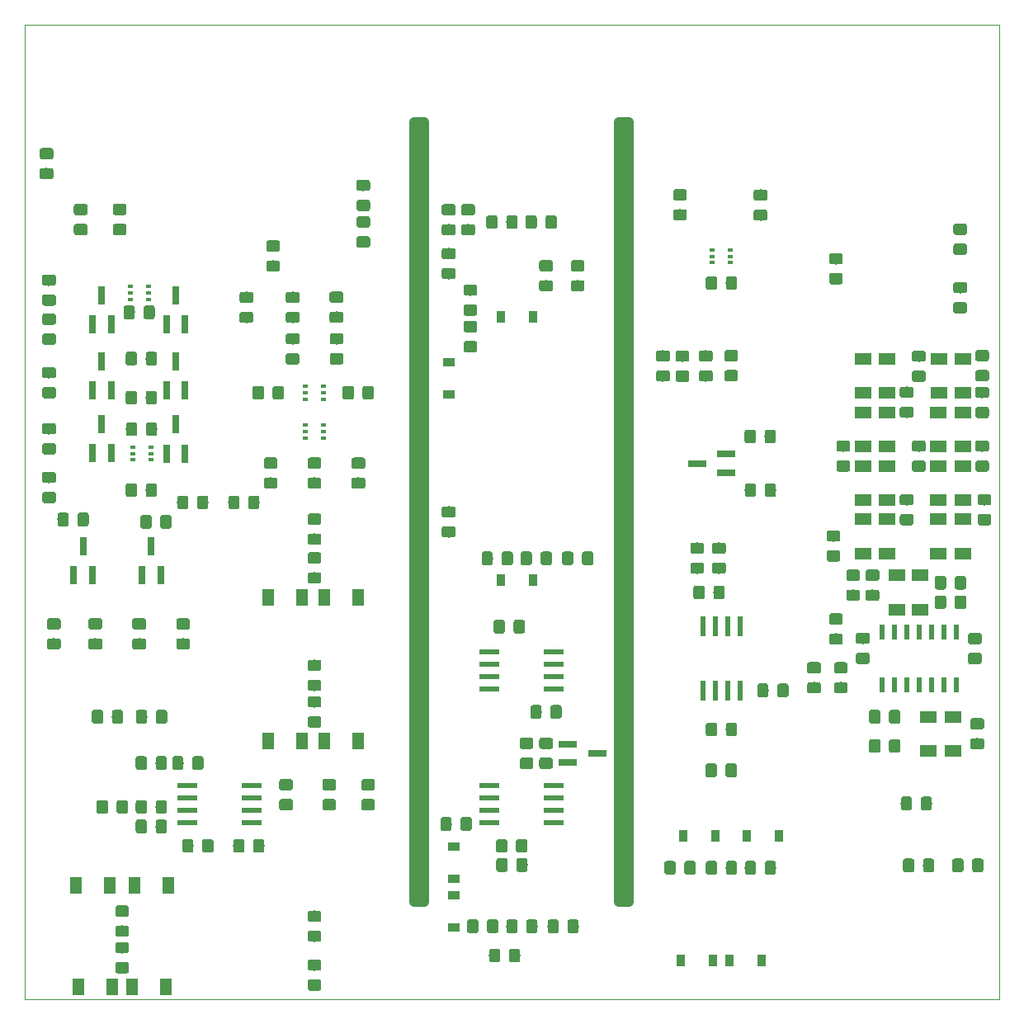
<source format=gbr>
%TF.GenerationSoftware,KiCad,Pcbnew,(5.1.0)-1*%
%TF.CreationDate,2019-10-07T23:17:33+02:00*%
%TF.ProjectId,KicadJE_MoogVCF_1,4b696361-644a-4455-9f4d-6f6f67564346,rev?*%
%TF.SameCoordinates,Original*%
%TF.FileFunction,Paste,Bot*%
%TF.FilePolarity,Positive*%
%FSLAX46Y46*%
G04 Gerber Fmt 4.6, Leading zero omitted, Abs format (unit mm)*
G04 Created by KiCad (PCBNEW (5.1.0)-1) date 2019-10-07 23:17:33*
%MOMM*%
%LPD*%
G04 APERTURE LIST*
%ADD10C,1.000000*%
%ADD11C,0.050000*%
%ADD12C,0.150000*%
%ADD13C,1.150000*%
%ADD14R,1.300000X1.700000*%
%ADD15R,0.500000X0.300000*%
%ADD16R,0.800000X1.900000*%
%ADD17R,2.000000X0.550000*%
%ADD18R,0.900000X1.200000*%
%ADD19R,1.200000X0.900000*%
%ADD20R,1.900000X0.800000*%
%ADD21R,1.700000X1.300000*%
%ADD22R,0.550000X2.000000*%
%ADD23R,0.600000X1.500000*%
G04 APERTURE END LIST*
D10*
X111000000Y-60000000D02*
X111000000Y-140000000D01*
X112000000Y-60000000D02*
X112000000Y-140000000D01*
X111000000Y-140000000D02*
X112000000Y-140000000D01*
X111000000Y-60000000D02*
X112000000Y-60000000D01*
X90000000Y-60000000D02*
X91000000Y-60000000D01*
X90000000Y-140000000D02*
X91000000Y-140000000D01*
X91000000Y-60000000D02*
X91000000Y-140000000D01*
X90000000Y-60000000D02*
X90000000Y-140000000D01*
D11*
X50000000Y-150000000D02*
X50000000Y-50000000D01*
X150000000Y-150000000D02*
X50000000Y-150000000D01*
X150000000Y-50000000D02*
X150000000Y-150000000D01*
X50000000Y-50000000D02*
X150000000Y-50000000D01*
D12*
G36*
X60600000Y-78275000D02*
G01*
X61050000Y-78275000D01*
X61050000Y-78025000D01*
X60600000Y-78025000D01*
X60600000Y-78275000D01*
G37*
G36*
X60600000Y-77625000D02*
G01*
X61050000Y-77625000D01*
X61050000Y-77375000D01*
X60600000Y-77375000D01*
X60600000Y-77625000D01*
G37*
G36*
X60600000Y-76975000D02*
G01*
X61050000Y-76975000D01*
X61050000Y-76725000D01*
X60600000Y-76725000D01*
X60600000Y-76975000D01*
G37*
G36*
X62900000Y-76725000D02*
G01*
X62450000Y-76725000D01*
X62450000Y-76975000D01*
X62900000Y-76975000D01*
X62900000Y-76725000D01*
G37*
G36*
X62900000Y-77375000D02*
G01*
X62450000Y-77375000D01*
X62450000Y-77625000D01*
X62900000Y-77625000D01*
X62900000Y-77375000D01*
G37*
G36*
X62900000Y-78025000D02*
G01*
X62450000Y-78025000D01*
X62450000Y-78275000D01*
X62900000Y-78275000D01*
X62900000Y-78025000D01*
G37*
G36*
X60850000Y-93475000D02*
G01*
X61300000Y-93475000D01*
X61300000Y-93225000D01*
X60850000Y-93225000D01*
X60850000Y-93475000D01*
G37*
G36*
X60850000Y-94125000D02*
G01*
X61300000Y-94125000D01*
X61300000Y-93875000D01*
X60850000Y-93875000D01*
X60850000Y-94125000D01*
G37*
G36*
X60850000Y-94775000D02*
G01*
X61300000Y-94775000D01*
X61300000Y-94525000D01*
X60850000Y-94525000D01*
X60850000Y-94775000D01*
G37*
G36*
X63150000Y-94525000D02*
G01*
X62700000Y-94525000D01*
X62700000Y-94775000D01*
X63150000Y-94775000D01*
X63150000Y-94525000D01*
G37*
G36*
X63150000Y-93875000D02*
G01*
X62700000Y-93875000D01*
X62700000Y-94125000D01*
X63150000Y-94125000D01*
X63150000Y-93875000D01*
G37*
G36*
X63150000Y-93225000D02*
G01*
X62700000Y-93225000D01*
X62700000Y-93475000D01*
X63150000Y-93475000D01*
X63150000Y-93225000D01*
G37*
G36*
X80900000Y-86975000D02*
G01*
X80450000Y-86975000D01*
X80450000Y-87225000D01*
X80900000Y-87225000D01*
X80900000Y-86975000D01*
G37*
G36*
X80900000Y-87625000D02*
G01*
X80450000Y-87625000D01*
X80450000Y-87875000D01*
X80900000Y-87875000D01*
X80900000Y-87625000D01*
G37*
G36*
X80900000Y-88275000D02*
G01*
X80450000Y-88275000D01*
X80450000Y-88525000D01*
X80900000Y-88525000D01*
X80900000Y-88275000D01*
G37*
G36*
X78600000Y-88525000D02*
G01*
X79050000Y-88525000D01*
X79050000Y-88275000D01*
X78600000Y-88275000D01*
X78600000Y-88525000D01*
G37*
G36*
X78600000Y-87875000D02*
G01*
X79050000Y-87875000D01*
X79050000Y-87625000D01*
X78600000Y-87625000D01*
X78600000Y-87875000D01*
G37*
G36*
X78600000Y-87225000D02*
G01*
X79050000Y-87225000D01*
X79050000Y-86975000D01*
X78600000Y-86975000D01*
X78600000Y-87225000D01*
G37*
G36*
X78600000Y-91225000D02*
G01*
X79050000Y-91225000D01*
X79050000Y-90975000D01*
X78600000Y-90975000D01*
X78600000Y-91225000D01*
G37*
G36*
X78600000Y-91875000D02*
G01*
X79050000Y-91875000D01*
X79050000Y-91625000D01*
X78600000Y-91625000D01*
X78600000Y-91875000D01*
G37*
G36*
X78600000Y-92525000D02*
G01*
X79050000Y-92525000D01*
X79050000Y-92275000D01*
X78600000Y-92275000D01*
X78600000Y-92525000D01*
G37*
G36*
X80900000Y-92275000D02*
G01*
X80450000Y-92275000D01*
X80450000Y-92525000D01*
X80900000Y-92525000D01*
X80900000Y-92275000D01*
G37*
G36*
X80900000Y-91625000D02*
G01*
X80450000Y-91625000D01*
X80450000Y-91875000D01*
X80900000Y-91875000D01*
X80900000Y-91625000D01*
G37*
G36*
X80900000Y-90975000D02*
G01*
X80450000Y-90975000D01*
X80450000Y-91225000D01*
X80900000Y-91225000D01*
X80900000Y-90975000D01*
G37*
G36*
X122650000Y-72975000D02*
G01*
X122200000Y-72975000D01*
X122200000Y-73225000D01*
X122650000Y-73225000D01*
X122650000Y-72975000D01*
G37*
G36*
X122650000Y-73625000D02*
G01*
X122200000Y-73625000D01*
X122200000Y-73875000D01*
X122650000Y-73875000D01*
X122650000Y-73625000D01*
G37*
G36*
X122650000Y-74275000D02*
G01*
X122200000Y-74275000D01*
X122200000Y-74525000D01*
X122650000Y-74525000D01*
X122650000Y-74275000D01*
G37*
G36*
X120350000Y-74525000D02*
G01*
X120800000Y-74525000D01*
X120800000Y-74275000D01*
X120350000Y-74275000D01*
X120350000Y-74525000D01*
G37*
G36*
X120350000Y-73875000D02*
G01*
X120800000Y-73875000D01*
X120800000Y-73625000D01*
X120350000Y-73625000D01*
X120350000Y-73875000D01*
G37*
G36*
X120350000Y-73225000D02*
G01*
X120800000Y-73225000D01*
X120800000Y-72975000D01*
X120350000Y-72975000D01*
X120350000Y-73225000D01*
G37*
G36*
X68124505Y-125051204D02*
G01*
X68148773Y-125054804D01*
X68172572Y-125060765D01*
X68195671Y-125069030D01*
X68217850Y-125079520D01*
X68238893Y-125092132D01*
X68258599Y-125106747D01*
X68276777Y-125123223D01*
X68293253Y-125141401D01*
X68307868Y-125161107D01*
X68320480Y-125182150D01*
X68330970Y-125204329D01*
X68339235Y-125227428D01*
X68345196Y-125251227D01*
X68348796Y-125275495D01*
X68350000Y-125299999D01*
X68350000Y-126200001D01*
X68348796Y-126224505D01*
X68345196Y-126248773D01*
X68339235Y-126272572D01*
X68330970Y-126295671D01*
X68320480Y-126317850D01*
X68307868Y-126338893D01*
X68293253Y-126358599D01*
X68276777Y-126376777D01*
X68258599Y-126393253D01*
X68238893Y-126407868D01*
X68217850Y-126420480D01*
X68195671Y-126430970D01*
X68172572Y-126439235D01*
X68148773Y-126445196D01*
X68124505Y-126448796D01*
X68100001Y-126450000D01*
X67449999Y-126450000D01*
X67425495Y-126448796D01*
X67401227Y-126445196D01*
X67377428Y-126439235D01*
X67354329Y-126430970D01*
X67332150Y-126420480D01*
X67311107Y-126407868D01*
X67291401Y-126393253D01*
X67273223Y-126376777D01*
X67256747Y-126358599D01*
X67242132Y-126338893D01*
X67229520Y-126317850D01*
X67219030Y-126295671D01*
X67210765Y-126272572D01*
X67204804Y-126248773D01*
X67201204Y-126224505D01*
X67200000Y-126200001D01*
X67200000Y-125299999D01*
X67201204Y-125275495D01*
X67204804Y-125251227D01*
X67210765Y-125227428D01*
X67219030Y-125204329D01*
X67229520Y-125182150D01*
X67242132Y-125161107D01*
X67256747Y-125141401D01*
X67273223Y-125123223D01*
X67291401Y-125106747D01*
X67311107Y-125092132D01*
X67332150Y-125079520D01*
X67354329Y-125069030D01*
X67377428Y-125060765D01*
X67401227Y-125054804D01*
X67425495Y-125051204D01*
X67449999Y-125050000D01*
X68100001Y-125050000D01*
X68124505Y-125051204D01*
X68124505Y-125051204D01*
G37*
D13*
X67775000Y-125750000D03*
D12*
G36*
X66074505Y-125051204D02*
G01*
X66098773Y-125054804D01*
X66122572Y-125060765D01*
X66145671Y-125069030D01*
X66167850Y-125079520D01*
X66188893Y-125092132D01*
X66208599Y-125106747D01*
X66226777Y-125123223D01*
X66243253Y-125141401D01*
X66257868Y-125161107D01*
X66270480Y-125182150D01*
X66280970Y-125204329D01*
X66289235Y-125227428D01*
X66295196Y-125251227D01*
X66298796Y-125275495D01*
X66300000Y-125299999D01*
X66300000Y-126200001D01*
X66298796Y-126224505D01*
X66295196Y-126248773D01*
X66289235Y-126272572D01*
X66280970Y-126295671D01*
X66270480Y-126317850D01*
X66257868Y-126338893D01*
X66243253Y-126358599D01*
X66226777Y-126376777D01*
X66208599Y-126393253D01*
X66188893Y-126407868D01*
X66167850Y-126420480D01*
X66145671Y-126430970D01*
X66122572Y-126439235D01*
X66098773Y-126445196D01*
X66074505Y-126448796D01*
X66050001Y-126450000D01*
X65399999Y-126450000D01*
X65375495Y-126448796D01*
X65351227Y-126445196D01*
X65327428Y-126439235D01*
X65304329Y-126430970D01*
X65282150Y-126420480D01*
X65261107Y-126407868D01*
X65241401Y-126393253D01*
X65223223Y-126376777D01*
X65206747Y-126358599D01*
X65192132Y-126338893D01*
X65179520Y-126317850D01*
X65169030Y-126295671D01*
X65160765Y-126272572D01*
X65154804Y-126248773D01*
X65151204Y-126224505D01*
X65150000Y-126200001D01*
X65150000Y-125299999D01*
X65151204Y-125275495D01*
X65154804Y-125251227D01*
X65160765Y-125227428D01*
X65169030Y-125204329D01*
X65179520Y-125182150D01*
X65192132Y-125161107D01*
X65206747Y-125141401D01*
X65223223Y-125123223D01*
X65241401Y-125106747D01*
X65261107Y-125092132D01*
X65282150Y-125079520D01*
X65304329Y-125069030D01*
X65327428Y-125060765D01*
X65351227Y-125054804D01*
X65375495Y-125051204D01*
X65399999Y-125050000D01*
X66050001Y-125050000D01*
X66074505Y-125051204D01*
X66074505Y-125051204D01*
G37*
D13*
X65725000Y-125750000D03*
D12*
G36*
X66574505Y-98301204D02*
G01*
X66598773Y-98304804D01*
X66622572Y-98310765D01*
X66645671Y-98319030D01*
X66667850Y-98329520D01*
X66688893Y-98342132D01*
X66708599Y-98356747D01*
X66726777Y-98373223D01*
X66743253Y-98391401D01*
X66757868Y-98411107D01*
X66770480Y-98432150D01*
X66780970Y-98454329D01*
X66789235Y-98477428D01*
X66795196Y-98501227D01*
X66798796Y-98525495D01*
X66800000Y-98549999D01*
X66800000Y-99450001D01*
X66798796Y-99474505D01*
X66795196Y-99498773D01*
X66789235Y-99522572D01*
X66780970Y-99545671D01*
X66770480Y-99567850D01*
X66757868Y-99588893D01*
X66743253Y-99608599D01*
X66726777Y-99626777D01*
X66708599Y-99643253D01*
X66688893Y-99657868D01*
X66667850Y-99670480D01*
X66645671Y-99680970D01*
X66622572Y-99689235D01*
X66598773Y-99695196D01*
X66574505Y-99698796D01*
X66550001Y-99700000D01*
X65899999Y-99700000D01*
X65875495Y-99698796D01*
X65851227Y-99695196D01*
X65827428Y-99689235D01*
X65804329Y-99680970D01*
X65782150Y-99670480D01*
X65761107Y-99657868D01*
X65741401Y-99643253D01*
X65723223Y-99626777D01*
X65706747Y-99608599D01*
X65692132Y-99588893D01*
X65679520Y-99567850D01*
X65669030Y-99545671D01*
X65660765Y-99522572D01*
X65654804Y-99498773D01*
X65651204Y-99474505D01*
X65650000Y-99450001D01*
X65650000Y-98549999D01*
X65651204Y-98525495D01*
X65654804Y-98501227D01*
X65660765Y-98477428D01*
X65669030Y-98454329D01*
X65679520Y-98432150D01*
X65692132Y-98411107D01*
X65706747Y-98391401D01*
X65723223Y-98373223D01*
X65741401Y-98356747D01*
X65761107Y-98342132D01*
X65782150Y-98329520D01*
X65804329Y-98319030D01*
X65827428Y-98310765D01*
X65851227Y-98304804D01*
X65875495Y-98301204D01*
X65899999Y-98300000D01*
X66550001Y-98300000D01*
X66574505Y-98301204D01*
X66574505Y-98301204D01*
G37*
D13*
X66225000Y-99000000D03*
D12*
G36*
X68624505Y-98301204D02*
G01*
X68648773Y-98304804D01*
X68672572Y-98310765D01*
X68695671Y-98319030D01*
X68717850Y-98329520D01*
X68738893Y-98342132D01*
X68758599Y-98356747D01*
X68776777Y-98373223D01*
X68793253Y-98391401D01*
X68807868Y-98411107D01*
X68820480Y-98432150D01*
X68830970Y-98454329D01*
X68839235Y-98477428D01*
X68845196Y-98501227D01*
X68848796Y-98525495D01*
X68850000Y-98549999D01*
X68850000Y-99450001D01*
X68848796Y-99474505D01*
X68845196Y-99498773D01*
X68839235Y-99522572D01*
X68830970Y-99545671D01*
X68820480Y-99567850D01*
X68807868Y-99588893D01*
X68793253Y-99608599D01*
X68776777Y-99626777D01*
X68758599Y-99643253D01*
X68738893Y-99657868D01*
X68717850Y-99670480D01*
X68695671Y-99680970D01*
X68672572Y-99689235D01*
X68648773Y-99695196D01*
X68624505Y-99698796D01*
X68600001Y-99700000D01*
X67949999Y-99700000D01*
X67925495Y-99698796D01*
X67901227Y-99695196D01*
X67877428Y-99689235D01*
X67854329Y-99680970D01*
X67832150Y-99670480D01*
X67811107Y-99657868D01*
X67791401Y-99643253D01*
X67773223Y-99626777D01*
X67756747Y-99608599D01*
X67742132Y-99588893D01*
X67729520Y-99567850D01*
X67719030Y-99545671D01*
X67710765Y-99522572D01*
X67704804Y-99498773D01*
X67701204Y-99474505D01*
X67700000Y-99450001D01*
X67700000Y-98549999D01*
X67701204Y-98525495D01*
X67704804Y-98501227D01*
X67710765Y-98477428D01*
X67719030Y-98454329D01*
X67729520Y-98432150D01*
X67742132Y-98411107D01*
X67756747Y-98391401D01*
X67773223Y-98373223D01*
X67791401Y-98356747D01*
X67811107Y-98342132D01*
X67832150Y-98329520D01*
X67854329Y-98319030D01*
X67877428Y-98310765D01*
X67901227Y-98304804D01*
X67925495Y-98301204D01*
X67949999Y-98300000D01*
X68600001Y-98300000D01*
X68624505Y-98301204D01*
X68624505Y-98301204D01*
G37*
D13*
X68275000Y-99000000D03*
D12*
G36*
X71824505Y-98301204D02*
G01*
X71848773Y-98304804D01*
X71872572Y-98310765D01*
X71895671Y-98319030D01*
X71917850Y-98329520D01*
X71938893Y-98342132D01*
X71958599Y-98356747D01*
X71976777Y-98373223D01*
X71993253Y-98391401D01*
X72007868Y-98411107D01*
X72020480Y-98432150D01*
X72030970Y-98454329D01*
X72039235Y-98477428D01*
X72045196Y-98501227D01*
X72048796Y-98525495D01*
X72050000Y-98549999D01*
X72050000Y-99450001D01*
X72048796Y-99474505D01*
X72045196Y-99498773D01*
X72039235Y-99522572D01*
X72030970Y-99545671D01*
X72020480Y-99567850D01*
X72007868Y-99588893D01*
X71993253Y-99608599D01*
X71976777Y-99626777D01*
X71958599Y-99643253D01*
X71938893Y-99657868D01*
X71917850Y-99670480D01*
X71895671Y-99680970D01*
X71872572Y-99689235D01*
X71848773Y-99695196D01*
X71824505Y-99698796D01*
X71800001Y-99700000D01*
X71149999Y-99700000D01*
X71125495Y-99698796D01*
X71101227Y-99695196D01*
X71077428Y-99689235D01*
X71054329Y-99680970D01*
X71032150Y-99670480D01*
X71011107Y-99657868D01*
X70991401Y-99643253D01*
X70973223Y-99626777D01*
X70956747Y-99608599D01*
X70942132Y-99588893D01*
X70929520Y-99567850D01*
X70919030Y-99545671D01*
X70910765Y-99522572D01*
X70904804Y-99498773D01*
X70901204Y-99474505D01*
X70900000Y-99450001D01*
X70900000Y-98549999D01*
X70901204Y-98525495D01*
X70904804Y-98501227D01*
X70910765Y-98477428D01*
X70919030Y-98454329D01*
X70929520Y-98432150D01*
X70942132Y-98411107D01*
X70956747Y-98391401D01*
X70973223Y-98373223D01*
X70991401Y-98356747D01*
X71011107Y-98342132D01*
X71032150Y-98329520D01*
X71054329Y-98319030D01*
X71077428Y-98310765D01*
X71101227Y-98304804D01*
X71125495Y-98301204D01*
X71149999Y-98300000D01*
X71800001Y-98300000D01*
X71824505Y-98301204D01*
X71824505Y-98301204D01*
G37*
D13*
X71475000Y-99000000D03*
D12*
G36*
X73874505Y-98301204D02*
G01*
X73898773Y-98304804D01*
X73922572Y-98310765D01*
X73945671Y-98319030D01*
X73967850Y-98329520D01*
X73988893Y-98342132D01*
X74008599Y-98356747D01*
X74026777Y-98373223D01*
X74043253Y-98391401D01*
X74057868Y-98411107D01*
X74070480Y-98432150D01*
X74080970Y-98454329D01*
X74089235Y-98477428D01*
X74095196Y-98501227D01*
X74098796Y-98525495D01*
X74100000Y-98549999D01*
X74100000Y-99450001D01*
X74098796Y-99474505D01*
X74095196Y-99498773D01*
X74089235Y-99522572D01*
X74080970Y-99545671D01*
X74070480Y-99567850D01*
X74057868Y-99588893D01*
X74043253Y-99608599D01*
X74026777Y-99626777D01*
X74008599Y-99643253D01*
X73988893Y-99657868D01*
X73967850Y-99670480D01*
X73945671Y-99680970D01*
X73922572Y-99689235D01*
X73898773Y-99695196D01*
X73874505Y-99698796D01*
X73850001Y-99700000D01*
X73199999Y-99700000D01*
X73175495Y-99698796D01*
X73151227Y-99695196D01*
X73127428Y-99689235D01*
X73104329Y-99680970D01*
X73082150Y-99670480D01*
X73061107Y-99657868D01*
X73041401Y-99643253D01*
X73023223Y-99626777D01*
X73006747Y-99608599D01*
X72992132Y-99588893D01*
X72979520Y-99567850D01*
X72969030Y-99545671D01*
X72960765Y-99522572D01*
X72954804Y-99498773D01*
X72951204Y-99474505D01*
X72950000Y-99450001D01*
X72950000Y-98549999D01*
X72951204Y-98525495D01*
X72954804Y-98501227D01*
X72960765Y-98477428D01*
X72969030Y-98454329D01*
X72979520Y-98432150D01*
X72992132Y-98411107D01*
X73006747Y-98391401D01*
X73023223Y-98373223D01*
X73041401Y-98356747D01*
X73061107Y-98342132D01*
X73082150Y-98329520D01*
X73104329Y-98319030D01*
X73127428Y-98310765D01*
X73151227Y-98304804D01*
X73175495Y-98301204D01*
X73199999Y-98300000D01*
X73850001Y-98300000D01*
X73874505Y-98301204D01*
X73874505Y-98301204D01*
G37*
D13*
X73525000Y-99000000D03*
D12*
G36*
X72324505Y-133551204D02*
G01*
X72348773Y-133554804D01*
X72372572Y-133560765D01*
X72395671Y-133569030D01*
X72417850Y-133579520D01*
X72438893Y-133592132D01*
X72458599Y-133606747D01*
X72476777Y-133623223D01*
X72493253Y-133641401D01*
X72507868Y-133661107D01*
X72520480Y-133682150D01*
X72530970Y-133704329D01*
X72539235Y-133727428D01*
X72545196Y-133751227D01*
X72548796Y-133775495D01*
X72550000Y-133799999D01*
X72550000Y-134700001D01*
X72548796Y-134724505D01*
X72545196Y-134748773D01*
X72539235Y-134772572D01*
X72530970Y-134795671D01*
X72520480Y-134817850D01*
X72507868Y-134838893D01*
X72493253Y-134858599D01*
X72476777Y-134876777D01*
X72458599Y-134893253D01*
X72438893Y-134907868D01*
X72417850Y-134920480D01*
X72395671Y-134930970D01*
X72372572Y-134939235D01*
X72348773Y-134945196D01*
X72324505Y-134948796D01*
X72300001Y-134950000D01*
X71649999Y-134950000D01*
X71625495Y-134948796D01*
X71601227Y-134945196D01*
X71577428Y-134939235D01*
X71554329Y-134930970D01*
X71532150Y-134920480D01*
X71511107Y-134907868D01*
X71491401Y-134893253D01*
X71473223Y-134876777D01*
X71456747Y-134858599D01*
X71442132Y-134838893D01*
X71429520Y-134817850D01*
X71419030Y-134795671D01*
X71410765Y-134772572D01*
X71404804Y-134748773D01*
X71401204Y-134724505D01*
X71400000Y-134700001D01*
X71400000Y-133799999D01*
X71401204Y-133775495D01*
X71404804Y-133751227D01*
X71410765Y-133727428D01*
X71419030Y-133704329D01*
X71429520Y-133682150D01*
X71442132Y-133661107D01*
X71456747Y-133641401D01*
X71473223Y-133623223D01*
X71491401Y-133606747D01*
X71511107Y-133592132D01*
X71532150Y-133579520D01*
X71554329Y-133569030D01*
X71577428Y-133560765D01*
X71601227Y-133554804D01*
X71625495Y-133551204D01*
X71649999Y-133550000D01*
X72300001Y-133550000D01*
X72324505Y-133551204D01*
X72324505Y-133551204D01*
G37*
D13*
X71975000Y-134250000D03*
D12*
G36*
X74374505Y-133551204D02*
G01*
X74398773Y-133554804D01*
X74422572Y-133560765D01*
X74445671Y-133569030D01*
X74467850Y-133579520D01*
X74488893Y-133592132D01*
X74508599Y-133606747D01*
X74526777Y-133623223D01*
X74543253Y-133641401D01*
X74557868Y-133661107D01*
X74570480Y-133682150D01*
X74580970Y-133704329D01*
X74589235Y-133727428D01*
X74595196Y-133751227D01*
X74598796Y-133775495D01*
X74600000Y-133799999D01*
X74600000Y-134700001D01*
X74598796Y-134724505D01*
X74595196Y-134748773D01*
X74589235Y-134772572D01*
X74580970Y-134795671D01*
X74570480Y-134817850D01*
X74557868Y-134838893D01*
X74543253Y-134858599D01*
X74526777Y-134876777D01*
X74508599Y-134893253D01*
X74488893Y-134907868D01*
X74467850Y-134920480D01*
X74445671Y-134930970D01*
X74422572Y-134939235D01*
X74398773Y-134945196D01*
X74374505Y-134948796D01*
X74350001Y-134950000D01*
X73699999Y-134950000D01*
X73675495Y-134948796D01*
X73651227Y-134945196D01*
X73627428Y-134939235D01*
X73604329Y-134930970D01*
X73582150Y-134920480D01*
X73561107Y-134907868D01*
X73541401Y-134893253D01*
X73523223Y-134876777D01*
X73506747Y-134858599D01*
X73492132Y-134838893D01*
X73479520Y-134817850D01*
X73469030Y-134795671D01*
X73460765Y-134772572D01*
X73454804Y-134748773D01*
X73451204Y-134724505D01*
X73450000Y-134700001D01*
X73450000Y-133799999D01*
X73451204Y-133775495D01*
X73454804Y-133751227D01*
X73460765Y-133727428D01*
X73469030Y-133704329D01*
X73479520Y-133682150D01*
X73492132Y-133661107D01*
X73506747Y-133641401D01*
X73523223Y-133623223D01*
X73541401Y-133606747D01*
X73561107Y-133592132D01*
X73582150Y-133579520D01*
X73604329Y-133569030D01*
X73627428Y-133560765D01*
X73651227Y-133554804D01*
X73675495Y-133551204D01*
X73699999Y-133550000D01*
X74350001Y-133550000D01*
X74374505Y-133551204D01*
X74374505Y-133551204D01*
G37*
D13*
X74025000Y-134250000D03*
D12*
G36*
X63124505Y-78801204D02*
G01*
X63148773Y-78804804D01*
X63172572Y-78810765D01*
X63195671Y-78819030D01*
X63217850Y-78829520D01*
X63238893Y-78842132D01*
X63258599Y-78856747D01*
X63276777Y-78873223D01*
X63293253Y-78891401D01*
X63307868Y-78911107D01*
X63320480Y-78932150D01*
X63330970Y-78954329D01*
X63339235Y-78977428D01*
X63345196Y-79001227D01*
X63348796Y-79025495D01*
X63350000Y-79049999D01*
X63350000Y-79950001D01*
X63348796Y-79974505D01*
X63345196Y-79998773D01*
X63339235Y-80022572D01*
X63330970Y-80045671D01*
X63320480Y-80067850D01*
X63307868Y-80088893D01*
X63293253Y-80108599D01*
X63276777Y-80126777D01*
X63258599Y-80143253D01*
X63238893Y-80157868D01*
X63217850Y-80170480D01*
X63195671Y-80180970D01*
X63172572Y-80189235D01*
X63148773Y-80195196D01*
X63124505Y-80198796D01*
X63100001Y-80200000D01*
X62449999Y-80200000D01*
X62425495Y-80198796D01*
X62401227Y-80195196D01*
X62377428Y-80189235D01*
X62354329Y-80180970D01*
X62332150Y-80170480D01*
X62311107Y-80157868D01*
X62291401Y-80143253D01*
X62273223Y-80126777D01*
X62256747Y-80108599D01*
X62242132Y-80088893D01*
X62229520Y-80067850D01*
X62219030Y-80045671D01*
X62210765Y-80022572D01*
X62204804Y-79998773D01*
X62201204Y-79974505D01*
X62200000Y-79950001D01*
X62200000Y-79049999D01*
X62201204Y-79025495D01*
X62204804Y-79001227D01*
X62210765Y-78977428D01*
X62219030Y-78954329D01*
X62229520Y-78932150D01*
X62242132Y-78911107D01*
X62256747Y-78891401D01*
X62273223Y-78873223D01*
X62291401Y-78856747D01*
X62311107Y-78842132D01*
X62332150Y-78829520D01*
X62354329Y-78819030D01*
X62377428Y-78810765D01*
X62401227Y-78804804D01*
X62425495Y-78801204D01*
X62449999Y-78800000D01*
X63100001Y-78800000D01*
X63124505Y-78801204D01*
X63124505Y-78801204D01*
G37*
D13*
X62775000Y-79500000D03*
D12*
G36*
X61074505Y-78801204D02*
G01*
X61098773Y-78804804D01*
X61122572Y-78810765D01*
X61145671Y-78819030D01*
X61167850Y-78829520D01*
X61188893Y-78842132D01*
X61208599Y-78856747D01*
X61226777Y-78873223D01*
X61243253Y-78891401D01*
X61257868Y-78911107D01*
X61270480Y-78932150D01*
X61280970Y-78954329D01*
X61289235Y-78977428D01*
X61295196Y-79001227D01*
X61298796Y-79025495D01*
X61300000Y-79049999D01*
X61300000Y-79950001D01*
X61298796Y-79974505D01*
X61295196Y-79998773D01*
X61289235Y-80022572D01*
X61280970Y-80045671D01*
X61270480Y-80067850D01*
X61257868Y-80088893D01*
X61243253Y-80108599D01*
X61226777Y-80126777D01*
X61208599Y-80143253D01*
X61188893Y-80157868D01*
X61167850Y-80170480D01*
X61145671Y-80180970D01*
X61122572Y-80189235D01*
X61098773Y-80195196D01*
X61074505Y-80198796D01*
X61050001Y-80200000D01*
X60399999Y-80200000D01*
X60375495Y-80198796D01*
X60351227Y-80195196D01*
X60327428Y-80189235D01*
X60304329Y-80180970D01*
X60282150Y-80170480D01*
X60261107Y-80157868D01*
X60241401Y-80143253D01*
X60223223Y-80126777D01*
X60206747Y-80108599D01*
X60192132Y-80088893D01*
X60179520Y-80067850D01*
X60169030Y-80045671D01*
X60160765Y-80022572D01*
X60154804Y-79998773D01*
X60151204Y-79974505D01*
X60150000Y-79950001D01*
X60150000Y-79049999D01*
X60151204Y-79025495D01*
X60154804Y-79001227D01*
X60160765Y-78977428D01*
X60169030Y-78954329D01*
X60179520Y-78932150D01*
X60192132Y-78911107D01*
X60206747Y-78891401D01*
X60223223Y-78873223D01*
X60241401Y-78856747D01*
X60261107Y-78842132D01*
X60282150Y-78829520D01*
X60304329Y-78819030D01*
X60327428Y-78810765D01*
X60351227Y-78804804D01*
X60375495Y-78801204D01*
X60399999Y-78800000D01*
X61050001Y-78800000D01*
X61074505Y-78801204D01*
X61074505Y-78801204D01*
G37*
D13*
X60725000Y-79500000D03*
D12*
G36*
X61299505Y-83551204D02*
G01*
X61323773Y-83554804D01*
X61347572Y-83560765D01*
X61370671Y-83569030D01*
X61392850Y-83579520D01*
X61413893Y-83592132D01*
X61433599Y-83606747D01*
X61451777Y-83623223D01*
X61468253Y-83641401D01*
X61482868Y-83661107D01*
X61495480Y-83682150D01*
X61505970Y-83704329D01*
X61514235Y-83727428D01*
X61520196Y-83751227D01*
X61523796Y-83775495D01*
X61525000Y-83799999D01*
X61525000Y-84700001D01*
X61523796Y-84724505D01*
X61520196Y-84748773D01*
X61514235Y-84772572D01*
X61505970Y-84795671D01*
X61495480Y-84817850D01*
X61482868Y-84838893D01*
X61468253Y-84858599D01*
X61451777Y-84876777D01*
X61433599Y-84893253D01*
X61413893Y-84907868D01*
X61392850Y-84920480D01*
X61370671Y-84930970D01*
X61347572Y-84939235D01*
X61323773Y-84945196D01*
X61299505Y-84948796D01*
X61275001Y-84950000D01*
X60624999Y-84950000D01*
X60600495Y-84948796D01*
X60576227Y-84945196D01*
X60552428Y-84939235D01*
X60529329Y-84930970D01*
X60507150Y-84920480D01*
X60486107Y-84907868D01*
X60466401Y-84893253D01*
X60448223Y-84876777D01*
X60431747Y-84858599D01*
X60417132Y-84838893D01*
X60404520Y-84817850D01*
X60394030Y-84795671D01*
X60385765Y-84772572D01*
X60379804Y-84748773D01*
X60376204Y-84724505D01*
X60375000Y-84700001D01*
X60375000Y-83799999D01*
X60376204Y-83775495D01*
X60379804Y-83751227D01*
X60385765Y-83727428D01*
X60394030Y-83704329D01*
X60404520Y-83682150D01*
X60417132Y-83661107D01*
X60431747Y-83641401D01*
X60448223Y-83623223D01*
X60466401Y-83606747D01*
X60486107Y-83592132D01*
X60507150Y-83579520D01*
X60529329Y-83569030D01*
X60552428Y-83560765D01*
X60576227Y-83554804D01*
X60600495Y-83551204D01*
X60624999Y-83550000D01*
X61275001Y-83550000D01*
X61299505Y-83551204D01*
X61299505Y-83551204D01*
G37*
D13*
X60950000Y-84250000D03*
D12*
G36*
X63349505Y-83551204D02*
G01*
X63373773Y-83554804D01*
X63397572Y-83560765D01*
X63420671Y-83569030D01*
X63442850Y-83579520D01*
X63463893Y-83592132D01*
X63483599Y-83606747D01*
X63501777Y-83623223D01*
X63518253Y-83641401D01*
X63532868Y-83661107D01*
X63545480Y-83682150D01*
X63555970Y-83704329D01*
X63564235Y-83727428D01*
X63570196Y-83751227D01*
X63573796Y-83775495D01*
X63575000Y-83799999D01*
X63575000Y-84700001D01*
X63573796Y-84724505D01*
X63570196Y-84748773D01*
X63564235Y-84772572D01*
X63555970Y-84795671D01*
X63545480Y-84817850D01*
X63532868Y-84838893D01*
X63518253Y-84858599D01*
X63501777Y-84876777D01*
X63483599Y-84893253D01*
X63463893Y-84907868D01*
X63442850Y-84920480D01*
X63420671Y-84930970D01*
X63397572Y-84939235D01*
X63373773Y-84945196D01*
X63349505Y-84948796D01*
X63325001Y-84950000D01*
X62674999Y-84950000D01*
X62650495Y-84948796D01*
X62626227Y-84945196D01*
X62602428Y-84939235D01*
X62579329Y-84930970D01*
X62557150Y-84920480D01*
X62536107Y-84907868D01*
X62516401Y-84893253D01*
X62498223Y-84876777D01*
X62481747Y-84858599D01*
X62467132Y-84838893D01*
X62454520Y-84817850D01*
X62444030Y-84795671D01*
X62435765Y-84772572D01*
X62429804Y-84748773D01*
X62426204Y-84724505D01*
X62425000Y-84700001D01*
X62425000Y-83799999D01*
X62426204Y-83775495D01*
X62429804Y-83751227D01*
X62435765Y-83727428D01*
X62444030Y-83704329D01*
X62454520Y-83682150D01*
X62467132Y-83661107D01*
X62481747Y-83641401D01*
X62498223Y-83623223D01*
X62516401Y-83606747D01*
X62536107Y-83592132D01*
X62557150Y-83579520D01*
X62579329Y-83569030D01*
X62602428Y-83560765D01*
X62626227Y-83554804D01*
X62650495Y-83551204D01*
X62674999Y-83550000D01*
X63325001Y-83550000D01*
X63349505Y-83551204D01*
X63349505Y-83551204D01*
G37*
D13*
X63000000Y-84250000D03*
D12*
G36*
X63349505Y-87551204D02*
G01*
X63373773Y-87554804D01*
X63397572Y-87560765D01*
X63420671Y-87569030D01*
X63442850Y-87579520D01*
X63463893Y-87592132D01*
X63483599Y-87606747D01*
X63501777Y-87623223D01*
X63518253Y-87641401D01*
X63532868Y-87661107D01*
X63545480Y-87682150D01*
X63555970Y-87704329D01*
X63564235Y-87727428D01*
X63570196Y-87751227D01*
X63573796Y-87775495D01*
X63575000Y-87799999D01*
X63575000Y-88700001D01*
X63573796Y-88724505D01*
X63570196Y-88748773D01*
X63564235Y-88772572D01*
X63555970Y-88795671D01*
X63545480Y-88817850D01*
X63532868Y-88838893D01*
X63518253Y-88858599D01*
X63501777Y-88876777D01*
X63483599Y-88893253D01*
X63463893Y-88907868D01*
X63442850Y-88920480D01*
X63420671Y-88930970D01*
X63397572Y-88939235D01*
X63373773Y-88945196D01*
X63349505Y-88948796D01*
X63325001Y-88950000D01*
X62674999Y-88950000D01*
X62650495Y-88948796D01*
X62626227Y-88945196D01*
X62602428Y-88939235D01*
X62579329Y-88930970D01*
X62557150Y-88920480D01*
X62536107Y-88907868D01*
X62516401Y-88893253D01*
X62498223Y-88876777D01*
X62481747Y-88858599D01*
X62467132Y-88838893D01*
X62454520Y-88817850D01*
X62444030Y-88795671D01*
X62435765Y-88772572D01*
X62429804Y-88748773D01*
X62426204Y-88724505D01*
X62425000Y-88700001D01*
X62425000Y-87799999D01*
X62426204Y-87775495D01*
X62429804Y-87751227D01*
X62435765Y-87727428D01*
X62444030Y-87704329D01*
X62454520Y-87682150D01*
X62467132Y-87661107D01*
X62481747Y-87641401D01*
X62498223Y-87623223D01*
X62516401Y-87606747D01*
X62536107Y-87592132D01*
X62557150Y-87579520D01*
X62579329Y-87569030D01*
X62602428Y-87560765D01*
X62626227Y-87554804D01*
X62650495Y-87551204D01*
X62674999Y-87550000D01*
X63325001Y-87550000D01*
X63349505Y-87551204D01*
X63349505Y-87551204D01*
G37*
D13*
X63000000Y-88250000D03*
D12*
G36*
X61299505Y-87551204D02*
G01*
X61323773Y-87554804D01*
X61347572Y-87560765D01*
X61370671Y-87569030D01*
X61392850Y-87579520D01*
X61413893Y-87592132D01*
X61433599Y-87606747D01*
X61451777Y-87623223D01*
X61468253Y-87641401D01*
X61482868Y-87661107D01*
X61495480Y-87682150D01*
X61505970Y-87704329D01*
X61514235Y-87727428D01*
X61520196Y-87751227D01*
X61523796Y-87775495D01*
X61525000Y-87799999D01*
X61525000Y-88700001D01*
X61523796Y-88724505D01*
X61520196Y-88748773D01*
X61514235Y-88772572D01*
X61505970Y-88795671D01*
X61495480Y-88817850D01*
X61482868Y-88838893D01*
X61468253Y-88858599D01*
X61451777Y-88876777D01*
X61433599Y-88893253D01*
X61413893Y-88907868D01*
X61392850Y-88920480D01*
X61370671Y-88930970D01*
X61347572Y-88939235D01*
X61323773Y-88945196D01*
X61299505Y-88948796D01*
X61275001Y-88950000D01*
X60624999Y-88950000D01*
X60600495Y-88948796D01*
X60576227Y-88945196D01*
X60552428Y-88939235D01*
X60529329Y-88930970D01*
X60507150Y-88920480D01*
X60486107Y-88907868D01*
X60466401Y-88893253D01*
X60448223Y-88876777D01*
X60431747Y-88858599D01*
X60417132Y-88838893D01*
X60404520Y-88817850D01*
X60394030Y-88795671D01*
X60385765Y-88772572D01*
X60379804Y-88748773D01*
X60376204Y-88724505D01*
X60375000Y-88700001D01*
X60375000Y-87799999D01*
X60376204Y-87775495D01*
X60379804Y-87751227D01*
X60385765Y-87727428D01*
X60394030Y-87704329D01*
X60404520Y-87682150D01*
X60417132Y-87661107D01*
X60431747Y-87641401D01*
X60448223Y-87623223D01*
X60466401Y-87606747D01*
X60486107Y-87592132D01*
X60507150Y-87579520D01*
X60529329Y-87569030D01*
X60552428Y-87560765D01*
X60576227Y-87554804D01*
X60600495Y-87551204D01*
X60624999Y-87550000D01*
X61275001Y-87550000D01*
X61299505Y-87551204D01*
X61299505Y-87551204D01*
G37*
D13*
X60950000Y-88250000D03*
D12*
G36*
X61324505Y-90801204D02*
G01*
X61348773Y-90804804D01*
X61372572Y-90810765D01*
X61395671Y-90819030D01*
X61417850Y-90829520D01*
X61438893Y-90842132D01*
X61458599Y-90856747D01*
X61476777Y-90873223D01*
X61493253Y-90891401D01*
X61507868Y-90911107D01*
X61520480Y-90932150D01*
X61530970Y-90954329D01*
X61539235Y-90977428D01*
X61545196Y-91001227D01*
X61548796Y-91025495D01*
X61550000Y-91049999D01*
X61550000Y-91950001D01*
X61548796Y-91974505D01*
X61545196Y-91998773D01*
X61539235Y-92022572D01*
X61530970Y-92045671D01*
X61520480Y-92067850D01*
X61507868Y-92088893D01*
X61493253Y-92108599D01*
X61476777Y-92126777D01*
X61458599Y-92143253D01*
X61438893Y-92157868D01*
X61417850Y-92170480D01*
X61395671Y-92180970D01*
X61372572Y-92189235D01*
X61348773Y-92195196D01*
X61324505Y-92198796D01*
X61300001Y-92200000D01*
X60649999Y-92200000D01*
X60625495Y-92198796D01*
X60601227Y-92195196D01*
X60577428Y-92189235D01*
X60554329Y-92180970D01*
X60532150Y-92170480D01*
X60511107Y-92157868D01*
X60491401Y-92143253D01*
X60473223Y-92126777D01*
X60456747Y-92108599D01*
X60442132Y-92088893D01*
X60429520Y-92067850D01*
X60419030Y-92045671D01*
X60410765Y-92022572D01*
X60404804Y-91998773D01*
X60401204Y-91974505D01*
X60400000Y-91950001D01*
X60400000Y-91049999D01*
X60401204Y-91025495D01*
X60404804Y-91001227D01*
X60410765Y-90977428D01*
X60419030Y-90954329D01*
X60429520Y-90932150D01*
X60442132Y-90911107D01*
X60456747Y-90891401D01*
X60473223Y-90873223D01*
X60491401Y-90856747D01*
X60511107Y-90842132D01*
X60532150Y-90829520D01*
X60554329Y-90819030D01*
X60577428Y-90810765D01*
X60601227Y-90804804D01*
X60625495Y-90801204D01*
X60649999Y-90800000D01*
X61300001Y-90800000D01*
X61324505Y-90801204D01*
X61324505Y-90801204D01*
G37*
D13*
X60975000Y-91500000D03*
D12*
G36*
X63374505Y-90801204D02*
G01*
X63398773Y-90804804D01*
X63422572Y-90810765D01*
X63445671Y-90819030D01*
X63467850Y-90829520D01*
X63488893Y-90842132D01*
X63508599Y-90856747D01*
X63526777Y-90873223D01*
X63543253Y-90891401D01*
X63557868Y-90911107D01*
X63570480Y-90932150D01*
X63580970Y-90954329D01*
X63589235Y-90977428D01*
X63595196Y-91001227D01*
X63598796Y-91025495D01*
X63600000Y-91049999D01*
X63600000Y-91950001D01*
X63598796Y-91974505D01*
X63595196Y-91998773D01*
X63589235Y-92022572D01*
X63580970Y-92045671D01*
X63570480Y-92067850D01*
X63557868Y-92088893D01*
X63543253Y-92108599D01*
X63526777Y-92126777D01*
X63508599Y-92143253D01*
X63488893Y-92157868D01*
X63467850Y-92170480D01*
X63445671Y-92180970D01*
X63422572Y-92189235D01*
X63398773Y-92195196D01*
X63374505Y-92198796D01*
X63350001Y-92200000D01*
X62699999Y-92200000D01*
X62675495Y-92198796D01*
X62651227Y-92195196D01*
X62627428Y-92189235D01*
X62604329Y-92180970D01*
X62582150Y-92170480D01*
X62561107Y-92157868D01*
X62541401Y-92143253D01*
X62523223Y-92126777D01*
X62506747Y-92108599D01*
X62492132Y-92088893D01*
X62479520Y-92067850D01*
X62469030Y-92045671D01*
X62460765Y-92022572D01*
X62454804Y-91998773D01*
X62451204Y-91974505D01*
X62450000Y-91950001D01*
X62450000Y-91049999D01*
X62451204Y-91025495D01*
X62454804Y-91001227D01*
X62460765Y-90977428D01*
X62469030Y-90954329D01*
X62479520Y-90932150D01*
X62492132Y-90911107D01*
X62506747Y-90891401D01*
X62523223Y-90873223D01*
X62541401Y-90856747D01*
X62561107Y-90842132D01*
X62582150Y-90829520D01*
X62604329Y-90819030D01*
X62627428Y-90810765D01*
X62651227Y-90804804D01*
X62675495Y-90801204D01*
X62699999Y-90800000D01*
X63350001Y-90800000D01*
X63374505Y-90801204D01*
X63374505Y-90801204D01*
G37*
D13*
X63025000Y-91500000D03*
D12*
G36*
X85724505Y-129451204D02*
G01*
X85748773Y-129454804D01*
X85772572Y-129460765D01*
X85795671Y-129469030D01*
X85817850Y-129479520D01*
X85838893Y-129492132D01*
X85858599Y-129506747D01*
X85876777Y-129523223D01*
X85893253Y-129541401D01*
X85907868Y-129561107D01*
X85920480Y-129582150D01*
X85930970Y-129604329D01*
X85939235Y-129627428D01*
X85945196Y-129651227D01*
X85948796Y-129675495D01*
X85950000Y-129699999D01*
X85950000Y-130350001D01*
X85948796Y-130374505D01*
X85945196Y-130398773D01*
X85939235Y-130422572D01*
X85930970Y-130445671D01*
X85920480Y-130467850D01*
X85907868Y-130488893D01*
X85893253Y-130508599D01*
X85876777Y-130526777D01*
X85858599Y-130543253D01*
X85838893Y-130557868D01*
X85817850Y-130570480D01*
X85795671Y-130580970D01*
X85772572Y-130589235D01*
X85748773Y-130595196D01*
X85724505Y-130598796D01*
X85700001Y-130600000D01*
X84799999Y-130600000D01*
X84775495Y-130598796D01*
X84751227Y-130595196D01*
X84727428Y-130589235D01*
X84704329Y-130580970D01*
X84682150Y-130570480D01*
X84661107Y-130557868D01*
X84641401Y-130543253D01*
X84623223Y-130526777D01*
X84606747Y-130508599D01*
X84592132Y-130488893D01*
X84579520Y-130467850D01*
X84569030Y-130445671D01*
X84560765Y-130422572D01*
X84554804Y-130398773D01*
X84551204Y-130374505D01*
X84550000Y-130350001D01*
X84550000Y-129699999D01*
X84551204Y-129675495D01*
X84554804Y-129651227D01*
X84560765Y-129627428D01*
X84569030Y-129604329D01*
X84579520Y-129582150D01*
X84592132Y-129561107D01*
X84606747Y-129541401D01*
X84623223Y-129523223D01*
X84641401Y-129506747D01*
X84661107Y-129492132D01*
X84682150Y-129479520D01*
X84704329Y-129469030D01*
X84727428Y-129460765D01*
X84751227Y-129454804D01*
X84775495Y-129451204D01*
X84799999Y-129450000D01*
X85700001Y-129450000D01*
X85724505Y-129451204D01*
X85724505Y-129451204D01*
G37*
D13*
X85250000Y-130025000D03*
D12*
G36*
X85724505Y-127401204D02*
G01*
X85748773Y-127404804D01*
X85772572Y-127410765D01*
X85795671Y-127419030D01*
X85817850Y-127429520D01*
X85838893Y-127442132D01*
X85858599Y-127456747D01*
X85876777Y-127473223D01*
X85893253Y-127491401D01*
X85907868Y-127511107D01*
X85920480Y-127532150D01*
X85930970Y-127554329D01*
X85939235Y-127577428D01*
X85945196Y-127601227D01*
X85948796Y-127625495D01*
X85950000Y-127649999D01*
X85950000Y-128300001D01*
X85948796Y-128324505D01*
X85945196Y-128348773D01*
X85939235Y-128372572D01*
X85930970Y-128395671D01*
X85920480Y-128417850D01*
X85907868Y-128438893D01*
X85893253Y-128458599D01*
X85876777Y-128476777D01*
X85858599Y-128493253D01*
X85838893Y-128507868D01*
X85817850Y-128520480D01*
X85795671Y-128530970D01*
X85772572Y-128539235D01*
X85748773Y-128545196D01*
X85724505Y-128548796D01*
X85700001Y-128550000D01*
X84799999Y-128550000D01*
X84775495Y-128548796D01*
X84751227Y-128545196D01*
X84727428Y-128539235D01*
X84704329Y-128530970D01*
X84682150Y-128520480D01*
X84661107Y-128507868D01*
X84641401Y-128493253D01*
X84623223Y-128476777D01*
X84606747Y-128458599D01*
X84592132Y-128438893D01*
X84579520Y-128417850D01*
X84569030Y-128395671D01*
X84560765Y-128372572D01*
X84554804Y-128348773D01*
X84551204Y-128324505D01*
X84550000Y-128300001D01*
X84550000Y-127649999D01*
X84551204Y-127625495D01*
X84554804Y-127601227D01*
X84560765Y-127577428D01*
X84569030Y-127554329D01*
X84579520Y-127532150D01*
X84592132Y-127511107D01*
X84606747Y-127491401D01*
X84623223Y-127473223D01*
X84641401Y-127456747D01*
X84661107Y-127442132D01*
X84682150Y-127429520D01*
X84704329Y-127419030D01*
X84727428Y-127410765D01*
X84751227Y-127404804D01*
X84775495Y-127401204D01*
X84799999Y-127400000D01*
X85700001Y-127400000D01*
X85724505Y-127401204D01*
X85724505Y-127401204D01*
G37*
D13*
X85250000Y-127975000D03*
D12*
G36*
X59874505Y-120301204D02*
G01*
X59898773Y-120304804D01*
X59922572Y-120310765D01*
X59945671Y-120319030D01*
X59967850Y-120329520D01*
X59988893Y-120342132D01*
X60008599Y-120356747D01*
X60026777Y-120373223D01*
X60043253Y-120391401D01*
X60057868Y-120411107D01*
X60070480Y-120432150D01*
X60080970Y-120454329D01*
X60089235Y-120477428D01*
X60095196Y-120501227D01*
X60098796Y-120525495D01*
X60100000Y-120549999D01*
X60100000Y-121450001D01*
X60098796Y-121474505D01*
X60095196Y-121498773D01*
X60089235Y-121522572D01*
X60080970Y-121545671D01*
X60070480Y-121567850D01*
X60057868Y-121588893D01*
X60043253Y-121608599D01*
X60026777Y-121626777D01*
X60008599Y-121643253D01*
X59988893Y-121657868D01*
X59967850Y-121670480D01*
X59945671Y-121680970D01*
X59922572Y-121689235D01*
X59898773Y-121695196D01*
X59874505Y-121698796D01*
X59850001Y-121700000D01*
X59199999Y-121700000D01*
X59175495Y-121698796D01*
X59151227Y-121695196D01*
X59127428Y-121689235D01*
X59104329Y-121680970D01*
X59082150Y-121670480D01*
X59061107Y-121657868D01*
X59041401Y-121643253D01*
X59023223Y-121626777D01*
X59006747Y-121608599D01*
X58992132Y-121588893D01*
X58979520Y-121567850D01*
X58969030Y-121545671D01*
X58960765Y-121522572D01*
X58954804Y-121498773D01*
X58951204Y-121474505D01*
X58950000Y-121450001D01*
X58950000Y-120549999D01*
X58951204Y-120525495D01*
X58954804Y-120501227D01*
X58960765Y-120477428D01*
X58969030Y-120454329D01*
X58979520Y-120432150D01*
X58992132Y-120411107D01*
X59006747Y-120391401D01*
X59023223Y-120373223D01*
X59041401Y-120356747D01*
X59061107Y-120342132D01*
X59082150Y-120329520D01*
X59104329Y-120319030D01*
X59127428Y-120310765D01*
X59151227Y-120304804D01*
X59175495Y-120301204D01*
X59199999Y-120300000D01*
X59850001Y-120300000D01*
X59874505Y-120301204D01*
X59874505Y-120301204D01*
G37*
D13*
X59525000Y-121000000D03*
D12*
G36*
X57824505Y-120301204D02*
G01*
X57848773Y-120304804D01*
X57872572Y-120310765D01*
X57895671Y-120319030D01*
X57917850Y-120329520D01*
X57938893Y-120342132D01*
X57958599Y-120356747D01*
X57976777Y-120373223D01*
X57993253Y-120391401D01*
X58007868Y-120411107D01*
X58020480Y-120432150D01*
X58030970Y-120454329D01*
X58039235Y-120477428D01*
X58045196Y-120501227D01*
X58048796Y-120525495D01*
X58050000Y-120549999D01*
X58050000Y-121450001D01*
X58048796Y-121474505D01*
X58045196Y-121498773D01*
X58039235Y-121522572D01*
X58030970Y-121545671D01*
X58020480Y-121567850D01*
X58007868Y-121588893D01*
X57993253Y-121608599D01*
X57976777Y-121626777D01*
X57958599Y-121643253D01*
X57938893Y-121657868D01*
X57917850Y-121670480D01*
X57895671Y-121680970D01*
X57872572Y-121689235D01*
X57848773Y-121695196D01*
X57824505Y-121698796D01*
X57800001Y-121700000D01*
X57149999Y-121700000D01*
X57125495Y-121698796D01*
X57101227Y-121695196D01*
X57077428Y-121689235D01*
X57054329Y-121680970D01*
X57032150Y-121670480D01*
X57011107Y-121657868D01*
X56991401Y-121643253D01*
X56973223Y-121626777D01*
X56956747Y-121608599D01*
X56942132Y-121588893D01*
X56929520Y-121567850D01*
X56919030Y-121545671D01*
X56910765Y-121522572D01*
X56904804Y-121498773D01*
X56901204Y-121474505D01*
X56900000Y-121450001D01*
X56900000Y-120549999D01*
X56901204Y-120525495D01*
X56904804Y-120501227D01*
X56910765Y-120477428D01*
X56919030Y-120454329D01*
X56929520Y-120432150D01*
X56942132Y-120411107D01*
X56956747Y-120391401D01*
X56973223Y-120373223D01*
X56991401Y-120356747D01*
X57011107Y-120342132D01*
X57032150Y-120329520D01*
X57054329Y-120319030D01*
X57077428Y-120310765D01*
X57101227Y-120304804D01*
X57125495Y-120301204D01*
X57149999Y-120300000D01*
X57800001Y-120300000D01*
X57824505Y-120301204D01*
X57824505Y-120301204D01*
G37*
D13*
X57475000Y-121000000D03*
D12*
G36*
X77974505Y-79451204D02*
G01*
X77998773Y-79454804D01*
X78022572Y-79460765D01*
X78045671Y-79469030D01*
X78067850Y-79479520D01*
X78088893Y-79492132D01*
X78108599Y-79506747D01*
X78126777Y-79523223D01*
X78143253Y-79541401D01*
X78157868Y-79561107D01*
X78170480Y-79582150D01*
X78180970Y-79604329D01*
X78189235Y-79627428D01*
X78195196Y-79651227D01*
X78198796Y-79675495D01*
X78200000Y-79699999D01*
X78200000Y-80350001D01*
X78198796Y-80374505D01*
X78195196Y-80398773D01*
X78189235Y-80422572D01*
X78180970Y-80445671D01*
X78170480Y-80467850D01*
X78157868Y-80488893D01*
X78143253Y-80508599D01*
X78126777Y-80526777D01*
X78108599Y-80543253D01*
X78088893Y-80557868D01*
X78067850Y-80570480D01*
X78045671Y-80580970D01*
X78022572Y-80589235D01*
X77998773Y-80595196D01*
X77974505Y-80598796D01*
X77950001Y-80600000D01*
X77049999Y-80600000D01*
X77025495Y-80598796D01*
X77001227Y-80595196D01*
X76977428Y-80589235D01*
X76954329Y-80580970D01*
X76932150Y-80570480D01*
X76911107Y-80557868D01*
X76891401Y-80543253D01*
X76873223Y-80526777D01*
X76856747Y-80508599D01*
X76842132Y-80488893D01*
X76829520Y-80467850D01*
X76819030Y-80445671D01*
X76810765Y-80422572D01*
X76804804Y-80398773D01*
X76801204Y-80374505D01*
X76800000Y-80350001D01*
X76800000Y-79699999D01*
X76801204Y-79675495D01*
X76804804Y-79651227D01*
X76810765Y-79627428D01*
X76819030Y-79604329D01*
X76829520Y-79582150D01*
X76842132Y-79561107D01*
X76856747Y-79541401D01*
X76873223Y-79523223D01*
X76891401Y-79506747D01*
X76911107Y-79492132D01*
X76932150Y-79479520D01*
X76954329Y-79469030D01*
X76977428Y-79460765D01*
X77001227Y-79454804D01*
X77025495Y-79451204D01*
X77049999Y-79450000D01*
X77950001Y-79450000D01*
X77974505Y-79451204D01*
X77974505Y-79451204D01*
G37*
D13*
X77500000Y-80025000D03*
D12*
G36*
X77974505Y-77401204D02*
G01*
X77998773Y-77404804D01*
X78022572Y-77410765D01*
X78045671Y-77419030D01*
X78067850Y-77429520D01*
X78088893Y-77442132D01*
X78108599Y-77456747D01*
X78126777Y-77473223D01*
X78143253Y-77491401D01*
X78157868Y-77511107D01*
X78170480Y-77532150D01*
X78180970Y-77554329D01*
X78189235Y-77577428D01*
X78195196Y-77601227D01*
X78198796Y-77625495D01*
X78200000Y-77649999D01*
X78200000Y-78300001D01*
X78198796Y-78324505D01*
X78195196Y-78348773D01*
X78189235Y-78372572D01*
X78180970Y-78395671D01*
X78170480Y-78417850D01*
X78157868Y-78438893D01*
X78143253Y-78458599D01*
X78126777Y-78476777D01*
X78108599Y-78493253D01*
X78088893Y-78507868D01*
X78067850Y-78520480D01*
X78045671Y-78530970D01*
X78022572Y-78539235D01*
X77998773Y-78545196D01*
X77974505Y-78548796D01*
X77950001Y-78550000D01*
X77049999Y-78550000D01*
X77025495Y-78548796D01*
X77001227Y-78545196D01*
X76977428Y-78539235D01*
X76954329Y-78530970D01*
X76932150Y-78520480D01*
X76911107Y-78507868D01*
X76891401Y-78493253D01*
X76873223Y-78476777D01*
X76856747Y-78458599D01*
X76842132Y-78438893D01*
X76829520Y-78417850D01*
X76819030Y-78395671D01*
X76810765Y-78372572D01*
X76804804Y-78348773D01*
X76801204Y-78324505D01*
X76800000Y-78300001D01*
X76800000Y-77649999D01*
X76801204Y-77625495D01*
X76804804Y-77601227D01*
X76810765Y-77577428D01*
X76819030Y-77554329D01*
X76829520Y-77532150D01*
X76842132Y-77511107D01*
X76856747Y-77491401D01*
X76873223Y-77473223D01*
X76891401Y-77456747D01*
X76911107Y-77442132D01*
X76932150Y-77429520D01*
X76954329Y-77419030D01*
X76977428Y-77410765D01*
X77001227Y-77404804D01*
X77025495Y-77401204D01*
X77049999Y-77400000D01*
X77950001Y-77400000D01*
X77974505Y-77401204D01*
X77974505Y-77401204D01*
G37*
D13*
X77500000Y-77975000D03*
D12*
G36*
X57724505Y-110901204D02*
G01*
X57748773Y-110904804D01*
X57772572Y-110910765D01*
X57795671Y-110919030D01*
X57817850Y-110929520D01*
X57838893Y-110942132D01*
X57858599Y-110956747D01*
X57876777Y-110973223D01*
X57893253Y-110991401D01*
X57907868Y-111011107D01*
X57920480Y-111032150D01*
X57930970Y-111054329D01*
X57939235Y-111077428D01*
X57945196Y-111101227D01*
X57948796Y-111125495D01*
X57950000Y-111149999D01*
X57950000Y-111800001D01*
X57948796Y-111824505D01*
X57945196Y-111848773D01*
X57939235Y-111872572D01*
X57930970Y-111895671D01*
X57920480Y-111917850D01*
X57907868Y-111938893D01*
X57893253Y-111958599D01*
X57876777Y-111976777D01*
X57858599Y-111993253D01*
X57838893Y-112007868D01*
X57817850Y-112020480D01*
X57795671Y-112030970D01*
X57772572Y-112039235D01*
X57748773Y-112045196D01*
X57724505Y-112048796D01*
X57700001Y-112050000D01*
X56799999Y-112050000D01*
X56775495Y-112048796D01*
X56751227Y-112045196D01*
X56727428Y-112039235D01*
X56704329Y-112030970D01*
X56682150Y-112020480D01*
X56661107Y-112007868D01*
X56641401Y-111993253D01*
X56623223Y-111976777D01*
X56606747Y-111958599D01*
X56592132Y-111938893D01*
X56579520Y-111917850D01*
X56569030Y-111895671D01*
X56560765Y-111872572D01*
X56554804Y-111848773D01*
X56551204Y-111824505D01*
X56550000Y-111800001D01*
X56550000Y-111149999D01*
X56551204Y-111125495D01*
X56554804Y-111101227D01*
X56560765Y-111077428D01*
X56569030Y-111054329D01*
X56579520Y-111032150D01*
X56592132Y-111011107D01*
X56606747Y-110991401D01*
X56623223Y-110973223D01*
X56641401Y-110956747D01*
X56661107Y-110942132D01*
X56682150Y-110929520D01*
X56704329Y-110919030D01*
X56727428Y-110910765D01*
X56751227Y-110904804D01*
X56775495Y-110901204D01*
X56799999Y-110900000D01*
X57700001Y-110900000D01*
X57724505Y-110901204D01*
X57724505Y-110901204D01*
G37*
D13*
X57250000Y-111475000D03*
D12*
G36*
X57724505Y-112951204D02*
G01*
X57748773Y-112954804D01*
X57772572Y-112960765D01*
X57795671Y-112969030D01*
X57817850Y-112979520D01*
X57838893Y-112992132D01*
X57858599Y-113006747D01*
X57876777Y-113023223D01*
X57893253Y-113041401D01*
X57907868Y-113061107D01*
X57920480Y-113082150D01*
X57930970Y-113104329D01*
X57939235Y-113127428D01*
X57945196Y-113151227D01*
X57948796Y-113175495D01*
X57950000Y-113199999D01*
X57950000Y-113850001D01*
X57948796Y-113874505D01*
X57945196Y-113898773D01*
X57939235Y-113922572D01*
X57930970Y-113945671D01*
X57920480Y-113967850D01*
X57907868Y-113988893D01*
X57893253Y-114008599D01*
X57876777Y-114026777D01*
X57858599Y-114043253D01*
X57838893Y-114057868D01*
X57817850Y-114070480D01*
X57795671Y-114080970D01*
X57772572Y-114089235D01*
X57748773Y-114095196D01*
X57724505Y-114098796D01*
X57700001Y-114100000D01*
X56799999Y-114100000D01*
X56775495Y-114098796D01*
X56751227Y-114095196D01*
X56727428Y-114089235D01*
X56704329Y-114080970D01*
X56682150Y-114070480D01*
X56661107Y-114057868D01*
X56641401Y-114043253D01*
X56623223Y-114026777D01*
X56606747Y-114008599D01*
X56592132Y-113988893D01*
X56579520Y-113967850D01*
X56569030Y-113945671D01*
X56560765Y-113922572D01*
X56554804Y-113898773D01*
X56551204Y-113874505D01*
X56550000Y-113850001D01*
X56550000Y-113199999D01*
X56551204Y-113175495D01*
X56554804Y-113151227D01*
X56560765Y-113127428D01*
X56569030Y-113104329D01*
X56579520Y-113082150D01*
X56592132Y-113061107D01*
X56606747Y-113041401D01*
X56623223Y-113023223D01*
X56641401Y-113006747D01*
X56661107Y-112992132D01*
X56682150Y-112979520D01*
X56704329Y-112969030D01*
X56727428Y-112960765D01*
X56751227Y-112954804D01*
X56775495Y-112951204D01*
X56799999Y-112950000D01*
X57700001Y-112950000D01*
X57724505Y-112951204D01*
X57724505Y-112951204D01*
G37*
D13*
X57250000Y-113525000D03*
D14*
X78500000Y-123500000D03*
X75000000Y-123500000D03*
X84250000Y-123500000D03*
X80750000Y-123500000D03*
X59000000Y-148750000D03*
X55500000Y-148750000D03*
X64500000Y-148750000D03*
X61000000Y-148750000D03*
X78500000Y-108750000D03*
X75000000Y-108750000D03*
X84250000Y-108750000D03*
X80750000Y-108750000D03*
D15*
X60825000Y-78150000D03*
X60825000Y-77500000D03*
X60825000Y-76850000D03*
X62675000Y-76850000D03*
X62675000Y-77500000D03*
X62675000Y-78150000D03*
D16*
X58874999Y-80750000D03*
X56974999Y-80750000D03*
X57924999Y-77750000D03*
X65500000Y-77750000D03*
X64550000Y-80750000D03*
X66450000Y-80750000D03*
X58874999Y-87500000D03*
X56974999Y-87500000D03*
X57924999Y-84500000D03*
X65500000Y-84500000D03*
X64550000Y-87500000D03*
X66450000Y-87500000D03*
X58874999Y-93974999D03*
X56974999Y-93974999D03*
X57924999Y-90974999D03*
X65500000Y-91000000D03*
X64550000Y-94000000D03*
X66450000Y-94000000D03*
D15*
X61075000Y-93350000D03*
X61075000Y-94000000D03*
X61075000Y-94650000D03*
X62925000Y-94650000D03*
X62925000Y-94000000D03*
X62925000Y-93350000D03*
X80675000Y-87100000D03*
X80675000Y-87750000D03*
X80675000Y-88400000D03*
X78825000Y-88400000D03*
X78825000Y-87750000D03*
X78825000Y-87100000D03*
X78825000Y-91100000D03*
X78825000Y-91750000D03*
X78825000Y-92400000D03*
X80675000Y-92400000D03*
X80675000Y-91750000D03*
X80675000Y-91100000D03*
D16*
X56000000Y-103500000D03*
X55050000Y-106500000D03*
X56950000Y-106500000D03*
X63950000Y-106500000D03*
X62050000Y-106500000D03*
X63000000Y-103500000D03*
D12*
G36*
X56224505Y-68376204D02*
G01*
X56248773Y-68379804D01*
X56272572Y-68385765D01*
X56295671Y-68394030D01*
X56317850Y-68404520D01*
X56338893Y-68417132D01*
X56358599Y-68431747D01*
X56376777Y-68448223D01*
X56393253Y-68466401D01*
X56407868Y-68486107D01*
X56420480Y-68507150D01*
X56430970Y-68529329D01*
X56439235Y-68552428D01*
X56445196Y-68576227D01*
X56448796Y-68600495D01*
X56450000Y-68624999D01*
X56450000Y-69275001D01*
X56448796Y-69299505D01*
X56445196Y-69323773D01*
X56439235Y-69347572D01*
X56430970Y-69370671D01*
X56420480Y-69392850D01*
X56407868Y-69413893D01*
X56393253Y-69433599D01*
X56376777Y-69451777D01*
X56358599Y-69468253D01*
X56338893Y-69482868D01*
X56317850Y-69495480D01*
X56295671Y-69505970D01*
X56272572Y-69514235D01*
X56248773Y-69520196D01*
X56224505Y-69523796D01*
X56200001Y-69525000D01*
X55299999Y-69525000D01*
X55275495Y-69523796D01*
X55251227Y-69520196D01*
X55227428Y-69514235D01*
X55204329Y-69505970D01*
X55182150Y-69495480D01*
X55161107Y-69482868D01*
X55141401Y-69468253D01*
X55123223Y-69451777D01*
X55106747Y-69433599D01*
X55092132Y-69413893D01*
X55079520Y-69392850D01*
X55069030Y-69370671D01*
X55060765Y-69347572D01*
X55054804Y-69323773D01*
X55051204Y-69299505D01*
X55050000Y-69275001D01*
X55050000Y-68624999D01*
X55051204Y-68600495D01*
X55054804Y-68576227D01*
X55060765Y-68552428D01*
X55069030Y-68529329D01*
X55079520Y-68507150D01*
X55092132Y-68486107D01*
X55106747Y-68466401D01*
X55123223Y-68448223D01*
X55141401Y-68431747D01*
X55161107Y-68417132D01*
X55182150Y-68404520D01*
X55204329Y-68394030D01*
X55227428Y-68385765D01*
X55251227Y-68379804D01*
X55275495Y-68376204D01*
X55299999Y-68375000D01*
X56200001Y-68375000D01*
X56224505Y-68376204D01*
X56224505Y-68376204D01*
G37*
D13*
X55750000Y-68950000D03*
D12*
G36*
X56224505Y-70426204D02*
G01*
X56248773Y-70429804D01*
X56272572Y-70435765D01*
X56295671Y-70444030D01*
X56317850Y-70454520D01*
X56338893Y-70467132D01*
X56358599Y-70481747D01*
X56376777Y-70498223D01*
X56393253Y-70516401D01*
X56407868Y-70536107D01*
X56420480Y-70557150D01*
X56430970Y-70579329D01*
X56439235Y-70602428D01*
X56445196Y-70626227D01*
X56448796Y-70650495D01*
X56450000Y-70674999D01*
X56450000Y-71325001D01*
X56448796Y-71349505D01*
X56445196Y-71373773D01*
X56439235Y-71397572D01*
X56430970Y-71420671D01*
X56420480Y-71442850D01*
X56407868Y-71463893D01*
X56393253Y-71483599D01*
X56376777Y-71501777D01*
X56358599Y-71518253D01*
X56338893Y-71532868D01*
X56317850Y-71545480D01*
X56295671Y-71555970D01*
X56272572Y-71564235D01*
X56248773Y-71570196D01*
X56224505Y-71573796D01*
X56200001Y-71575000D01*
X55299999Y-71575000D01*
X55275495Y-71573796D01*
X55251227Y-71570196D01*
X55227428Y-71564235D01*
X55204329Y-71555970D01*
X55182150Y-71545480D01*
X55161107Y-71532868D01*
X55141401Y-71518253D01*
X55123223Y-71501777D01*
X55106747Y-71483599D01*
X55092132Y-71463893D01*
X55079520Y-71442850D01*
X55069030Y-71420671D01*
X55060765Y-71397572D01*
X55054804Y-71373773D01*
X55051204Y-71349505D01*
X55050000Y-71325001D01*
X55050000Y-70674999D01*
X55051204Y-70650495D01*
X55054804Y-70626227D01*
X55060765Y-70602428D01*
X55069030Y-70579329D01*
X55079520Y-70557150D01*
X55092132Y-70536107D01*
X55106747Y-70516401D01*
X55123223Y-70498223D01*
X55141401Y-70481747D01*
X55161107Y-70467132D01*
X55182150Y-70454520D01*
X55204329Y-70444030D01*
X55227428Y-70435765D01*
X55251227Y-70429804D01*
X55275495Y-70426204D01*
X55299999Y-70425000D01*
X56200001Y-70425000D01*
X56224505Y-70426204D01*
X56224505Y-70426204D01*
G37*
D13*
X55750000Y-71000000D03*
D12*
G36*
X80224505Y-118901204D02*
G01*
X80248773Y-118904804D01*
X80272572Y-118910765D01*
X80295671Y-118919030D01*
X80317850Y-118929520D01*
X80338893Y-118942132D01*
X80358599Y-118956747D01*
X80376777Y-118973223D01*
X80393253Y-118991401D01*
X80407868Y-119011107D01*
X80420480Y-119032150D01*
X80430970Y-119054329D01*
X80439235Y-119077428D01*
X80445196Y-119101227D01*
X80448796Y-119125495D01*
X80450000Y-119149999D01*
X80450000Y-119800001D01*
X80448796Y-119824505D01*
X80445196Y-119848773D01*
X80439235Y-119872572D01*
X80430970Y-119895671D01*
X80420480Y-119917850D01*
X80407868Y-119938893D01*
X80393253Y-119958599D01*
X80376777Y-119976777D01*
X80358599Y-119993253D01*
X80338893Y-120007868D01*
X80317850Y-120020480D01*
X80295671Y-120030970D01*
X80272572Y-120039235D01*
X80248773Y-120045196D01*
X80224505Y-120048796D01*
X80200001Y-120050000D01*
X79299999Y-120050000D01*
X79275495Y-120048796D01*
X79251227Y-120045196D01*
X79227428Y-120039235D01*
X79204329Y-120030970D01*
X79182150Y-120020480D01*
X79161107Y-120007868D01*
X79141401Y-119993253D01*
X79123223Y-119976777D01*
X79106747Y-119958599D01*
X79092132Y-119938893D01*
X79079520Y-119917850D01*
X79069030Y-119895671D01*
X79060765Y-119872572D01*
X79054804Y-119848773D01*
X79051204Y-119824505D01*
X79050000Y-119800001D01*
X79050000Y-119149999D01*
X79051204Y-119125495D01*
X79054804Y-119101227D01*
X79060765Y-119077428D01*
X79069030Y-119054329D01*
X79079520Y-119032150D01*
X79092132Y-119011107D01*
X79106747Y-118991401D01*
X79123223Y-118973223D01*
X79141401Y-118956747D01*
X79161107Y-118942132D01*
X79182150Y-118929520D01*
X79204329Y-118919030D01*
X79227428Y-118910765D01*
X79251227Y-118904804D01*
X79275495Y-118901204D01*
X79299999Y-118900000D01*
X80200001Y-118900000D01*
X80224505Y-118901204D01*
X80224505Y-118901204D01*
G37*
D13*
X79750000Y-119475000D03*
D12*
G36*
X80224505Y-120951204D02*
G01*
X80248773Y-120954804D01*
X80272572Y-120960765D01*
X80295671Y-120969030D01*
X80317850Y-120979520D01*
X80338893Y-120992132D01*
X80358599Y-121006747D01*
X80376777Y-121023223D01*
X80393253Y-121041401D01*
X80407868Y-121061107D01*
X80420480Y-121082150D01*
X80430970Y-121104329D01*
X80439235Y-121127428D01*
X80445196Y-121151227D01*
X80448796Y-121175495D01*
X80450000Y-121199999D01*
X80450000Y-121850001D01*
X80448796Y-121874505D01*
X80445196Y-121898773D01*
X80439235Y-121922572D01*
X80430970Y-121945671D01*
X80420480Y-121967850D01*
X80407868Y-121988893D01*
X80393253Y-122008599D01*
X80376777Y-122026777D01*
X80358599Y-122043253D01*
X80338893Y-122057868D01*
X80317850Y-122070480D01*
X80295671Y-122080970D01*
X80272572Y-122089235D01*
X80248773Y-122095196D01*
X80224505Y-122098796D01*
X80200001Y-122100000D01*
X79299999Y-122100000D01*
X79275495Y-122098796D01*
X79251227Y-122095196D01*
X79227428Y-122089235D01*
X79204329Y-122080970D01*
X79182150Y-122070480D01*
X79161107Y-122057868D01*
X79141401Y-122043253D01*
X79123223Y-122026777D01*
X79106747Y-122008599D01*
X79092132Y-121988893D01*
X79079520Y-121967850D01*
X79069030Y-121945671D01*
X79060765Y-121922572D01*
X79054804Y-121898773D01*
X79051204Y-121874505D01*
X79050000Y-121850001D01*
X79050000Y-121199999D01*
X79051204Y-121175495D01*
X79054804Y-121151227D01*
X79060765Y-121127428D01*
X79069030Y-121104329D01*
X79079520Y-121082150D01*
X79092132Y-121061107D01*
X79106747Y-121041401D01*
X79123223Y-121023223D01*
X79141401Y-121006747D01*
X79161107Y-120992132D01*
X79182150Y-120979520D01*
X79204329Y-120969030D01*
X79227428Y-120960765D01*
X79251227Y-120954804D01*
X79275495Y-120951204D01*
X79299999Y-120950000D01*
X80200001Y-120950000D01*
X80224505Y-120951204D01*
X80224505Y-120951204D01*
G37*
D13*
X79750000Y-121525000D03*
D12*
G36*
X60474505Y-144126204D02*
G01*
X60498773Y-144129804D01*
X60522572Y-144135765D01*
X60545671Y-144144030D01*
X60567850Y-144154520D01*
X60588893Y-144167132D01*
X60608599Y-144181747D01*
X60626777Y-144198223D01*
X60643253Y-144216401D01*
X60657868Y-144236107D01*
X60670480Y-144257150D01*
X60680970Y-144279329D01*
X60689235Y-144302428D01*
X60695196Y-144326227D01*
X60698796Y-144350495D01*
X60700000Y-144374999D01*
X60700000Y-145025001D01*
X60698796Y-145049505D01*
X60695196Y-145073773D01*
X60689235Y-145097572D01*
X60680970Y-145120671D01*
X60670480Y-145142850D01*
X60657868Y-145163893D01*
X60643253Y-145183599D01*
X60626777Y-145201777D01*
X60608599Y-145218253D01*
X60588893Y-145232868D01*
X60567850Y-145245480D01*
X60545671Y-145255970D01*
X60522572Y-145264235D01*
X60498773Y-145270196D01*
X60474505Y-145273796D01*
X60450001Y-145275000D01*
X59549999Y-145275000D01*
X59525495Y-145273796D01*
X59501227Y-145270196D01*
X59477428Y-145264235D01*
X59454329Y-145255970D01*
X59432150Y-145245480D01*
X59411107Y-145232868D01*
X59391401Y-145218253D01*
X59373223Y-145201777D01*
X59356747Y-145183599D01*
X59342132Y-145163893D01*
X59329520Y-145142850D01*
X59319030Y-145120671D01*
X59310765Y-145097572D01*
X59304804Y-145073773D01*
X59301204Y-145049505D01*
X59300000Y-145025001D01*
X59300000Y-144374999D01*
X59301204Y-144350495D01*
X59304804Y-144326227D01*
X59310765Y-144302428D01*
X59319030Y-144279329D01*
X59329520Y-144257150D01*
X59342132Y-144236107D01*
X59356747Y-144216401D01*
X59373223Y-144198223D01*
X59391401Y-144181747D01*
X59411107Y-144167132D01*
X59432150Y-144154520D01*
X59454329Y-144144030D01*
X59477428Y-144135765D01*
X59501227Y-144129804D01*
X59525495Y-144126204D01*
X59549999Y-144125000D01*
X60450001Y-144125000D01*
X60474505Y-144126204D01*
X60474505Y-144126204D01*
G37*
D13*
X60000000Y-144700000D03*
D12*
G36*
X60474505Y-146176204D02*
G01*
X60498773Y-146179804D01*
X60522572Y-146185765D01*
X60545671Y-146194030D01*
X60567850Y-146204520D01*
X60588893Y-146217132D01*
X60608599Y-146231747D01*
X60626777Y-146248223D01*
X60643253Y-146266401D01*
X60657868Y-146286107D01*
X60670480Y-146307150D01*
X60680970Y-146329329D01*
X60689235Y-146352428D01*
X60695196Y-146376227D01*
X60698796Y-146400495D01*
X60700000Y-146424999D01*
X60700000Y-147075001D01*
X60698796Y-147099505D01*
X60695196Y-147123773D01*
X60689235Y-147147572D01*
X60680970Y-147170671D01*
X60670480Y-147192850D01*
X60657868Y-147213893D01*
X60643253Y-147233599D01*
X60626777Y-147251777D01*
X60608599Y-147268253D01*
X60588893Y-147282868D01*
X60567850Y-147295480D01*
X60545671Y-147305970D01*
X60522572Y-147314235D01*
X60498773Y-147320196D01*
X60474505Y-147323796D01*
X60450001Y-147325000D01*
X59549999Y-147325000D01*
X59525495Y-147323796D01*
X59501227Y-147320196D01*
X59477428Y-147314235D01*
X59454329Y-147305970D01*
X59432150Y-147295480D01*
X59411107Y-147282868D01*
X59391401Y-147268253D01*
X59373223Y-147251777D01*
X59356747Y-147233599D01*
X59342132Y-147213893D01*
X59329520Y-147192850D01*
X59319030Y-147170671D01*
X59310765Y-147147572D01*
X59304804Y-147123773D01*
X59301204Y-147099505D01*
X59300000Y-147075001D01*
X59300000Y-146424999D01*
X59301204Y-146400495D01*
X59304804Y-146376227D01*
X59310765Y-146352428D01*
X59319030Y-146329329D01*
X59329520Y-146307150D01*
X59342132Y-146286107D01*
X59356747Y-146266401D01*
X59373223Y-146248223D01*
X59391401Y-146231747D01*
X59411107Y-146217132D01*
X59432150Y-146204520D01*
X59454329Y-146194030D01*
X59477428Y-146185765D01*
X59501227Y-146179804D01*
X59525495Y-146176204D01*
X59549999Y-146175000D01*
X60450001Y-146175000D01*
X60474505Y-146176204D01*
X60474505Y-146176204D01*
G37*
D13*
X60000000Y-146750000D03*
D12*
G36*
X80224505Y-117201204D02*
G01*
X80248773Y-117204804D01*
X80272572Y-117210765D01*
X80295671Y-117219030D01*
X80317850Y-117229520D01*
X80338893Y-117242132D01*
X80358599Y-117256747D01*
X80376777Y-117273223D01*
X80393253Y-117291401D01*
X80407868Y-117311107D01*
X80420480Y-117332150D01*
X80430970Y-117354329D01*
X80439235Y-117377428D01*
X80445196Y-117401227D01*
X80448796Y-117425495D01*
X80450000Y-117449999D01*
X80450000Y-118100001D01*
X80448796Y-118124505D01*
X80445196Y-118148773D01*
X80439235Y-118172572D01*
X80430970Y-118195671D01*
X80420480Y-118217850D01*
X80407868Y-118238893D01*
X80393253Y-118258599D01*
X80376777Y-118276777D01*
X80358599Y-118293253D01*
X80338893Y-118307868D01*
X80317850Y-118320480D01*
X80295671Y-118330970D01*
X80272572Y-118339235D01*
X80248773Y-118345196D01*
X80224505Y-118348796D01*
X80200001Y-118350000D01*
X79299999Y-118350000D01*
X79275495Y-118348796D01*
X79251227Y-118345196D01*
X79227428Y-118339235D01*
X79204329Y-118330970D01*
X79182150Y-118320480D01*
X79161107Y-118307868D01*
X79141401Y-118293253D01*
X79123223Y-118276777D01*
X79106747Y-118258599D01*
X79092132Y-118238893D01*
X79079520Y-118217850D01*
X79069030Y-118195671D01*
X79060765Y-118172572D01*
X79054804Y-118148773D01*
X79051204Y-118124505D01*
X79050000Y-118100001D01*
X79050000Y-117449999D01*
X79051204Y-117425495D01*
X79054804Y-117401227D01*
X79060765Y-117377428D01*
X79069030Y-117354329D01*
X79079520Y-117332150D01*
X79092132Y-117311107D01*
X79106747Y-117291401D01*
X79123223Y-117273223D01*
X79141401Y-117256747D01*
X79161107Y-117242132D01*
X79182150Y-117229520D01*
X79204329Y-117219030D01*
X79227428Y-117210765D01*
X79251227Y-117204804D01*
X79275495Y-117201204D01*
X79299999Y-117200000D01*
X80200001Y-117200000D01*
X80224505Y-117201204D01*
X80224505Y-117201204D01*
G37*
D13*
X79750000Y-117775000D03*
D12*
G36*
X80224505Y-115151204D02*
G01*
X80248773Y-115154804D01*
X80272572Y-115160765D01*
X80295671Y-115169030D01*
X80317850Y-115179520D01*
X80338893Y-115192132D01*
X80358599Y-115206747D01*
X80376777Y-115223223D01*
X80393253Y-115241401D01*
X80407868Y-115261107D01*
X80420480Y-115282150D01*
X80430970Y-115304329D01*
X80439235Y-115327428D01*
X80445196Y-115351227D01*
X80448796Y-115375495D01*
X80450000Y-115399999D01*
X80450000Y-116050001D01*
X80448796Y-116074505D01*
X80445196Y-116098773D01*
X80439235Y-116122572D01*
X80430970Y-116145671D01*
X80420480Y-116167850D01*
X80407868Y-116188893D01*
X80393253Y-116208599D01*
X80376777Y-116226777D01*
X80358599Y-116243253D01*
X80338893Y-116257868D01*
X80317850Y-116270480D01*
X80295671Y-116280970D01*
X80272572Y-116289235D01*
X80248773Y-116295196D01*
X80224505Y-116298796D01*
X80200001Y-116300000D01*
X79299999Y-116300000D01*
X79275495Y-116298796D01*
X79251227Y-116295196D01*
X79227428Y-116289235D01*
X79204329Y-116280970D01*
X79182150Y-116270480D01*
X79161107Y-116257868D01*
X79141401Y-116243253D01*
X79123223Y-116226777D01*
X79106747Y-116208599D01*
X79092132Y-116188893D01*
X79079520Y-116167850D01*
X79069030Y-116145671D01*
X79060765Y-116122572D01*
X79054804Y-116098773D01*
X79051204Y-116074505D01*
X79050000Y-116050001D01*
X79050000Y-115399999D01*
X79051204Y-115375495D01*
X79054804Y-115351227D01*
X79060765Y-115327428D01*
X79069030Y-115304329D01*
X79079520Y-115282150D01*
X79092132Y-115261107D01*
X79106747Y-115241401D01*
X79123223Y-115223223D01*
X79141401Y-115206747D01*
X79161107Y-115192132D01*
X79182150Y-115179520D01*
X79204329Y-115169030D01*
X79227428Y-115160765D01*
X79251227Y-115154804D01*
X79275495Y-115151204D01*
X79299999Y-115150000D01*
X80200001Y-115150000D01*
X80224505Y-115151204D01*
X80224505Y-115151204D01*
G37*
D13*
X79750000Y-115725000D03*
D12*
G36*
X60474505Y-140376204D02*
G01*
X60498773Y-140379804D01*
X60522572Y-140385765D01*
X60545671Y-140394030D01*
X60567850Y-140404520D01*
X60588893Y-140417132D01*
X60608599Y-140431747D01*
X60626777Y-140448223D01*
X60643253Y-140466401D01*
X60657868Y-140486107D01*
X60670480Y-140507150D01*
X60680970Y-140529329D01*
X60689235Y-140552428D01*
X60695196Y-140576227D01*
X60698796Y-140600495D01*
X60700000Y-140624999D01*
X60700000Y-141275001D01*
X60698796Y-141299505D01*
X60695196Y-141323773D01*
X60689235Y-141347572D01*
X60680970Y-141370671D01*
X60670480Y-141392850D01*
X60657868Y-141413893D01*
X60643253Y-141433599D01*
X60626777Y-141451777D01*
X60608599Y-141468253D01*
X60588893Y-141482868D01*
X60567850Y-141495480D01*
X60545671Y-141505970D01*
X60522572Y-141514235D01*
X60498773Y-141520196D01*
X60474505Y-141523796D01*
X60450001Y-141525000D01*
X59549999Y-141525000D01*
X59525495Y-141523796D01*
X59501227Y-141520196D01*
X59477428Y-141514235D01*
X59454329Y-141505970D01*
X59432150Y-141495480D01*
X59411107Y-141482868D01*
X59391401Y-141468253D01*
X59373223Y-141451777D01*
X59356747Y-141433599D01*
X59342132Y-141413893D01*
X59329520Y-141392850D01*
X59319030Y-141370671D01*
X59310765Y-141347572D01*
X59304804Y-141323773D01*
X59301204Y-141299505D01*
X59300000Y-141275001D01*
X59300000Y-140624999D01*
X59301204Y-140600495D01*
X59304804Y-140576227D01*
X59310765Y-140552428D01*
X59319030Y-140529329D01*
X59329520Y-140507150D01*
X59342132Y-140486107D01*
X59356747Y-140466401D01*
X59373223Y-140448223D01*
X59391401Y-140431747D01*
X59411107Y-140417132D01*
X59432150Y-140404520D01*
X59454329Y-140394030D01*
X59477428Y-140385765D01*
X59501227Y-140379804D01*
X59525495Y-140376204D01*
X59549999Y-140375000D01*
X60450001Y-140375000D01*
X60474505Y-140376204D01*
X60474505Y-140376204D01*
G37*
D13*
X60000000Y-140950000D03*
D12*
G36*
X60474505Y-142426204D02*
G01*
X60498773Y-142429804D01*
X60522572Y-142435765D01*
X60545671Y-142444030D01*
X60567850Y-142454520D01*
X60588893Y-142467132D01*
X60608599Y-142481747D01*
X60626777Y-142498223D01*
X60643253Y-142516401D01*
X60657868Y-142536107D01*
X60670480Y-142557150D01*
X60680970Y-142579329D01*
X60689235Y-142602428D01*
X60695196Y-142626227D01*
X60698796Y-142650495D01*
X60700000Y-142674999D01*
X60700000Y-143325001D01*
X60698796Y-143349505D01*
X60695196Y-143373773D01*
X60689235Y-143397572D01*
X60680970Y-143420671D01*
X60670480Y-143442850D01*
X60657868Y-143463893D01*
X60643253Y-143483599D01*
X60626777Y-143501777D01*
X60608599Y-143518253D01*
X60588893Y-143532868D01*
X60567850Y-143545480D01*
X60545671Y-143555970D01*
X60522572Y-143564235D01*
X60498773Y-143570196D01*
X60474505Y-143573796D01*
X60450001Y-143575000D01*
X59549999Y-143575000D01*
X59525495Y-143573796D01*
X59501227Y-143570196D01*
X59477428Y-143564235D01*
X59454329Y-143555970D01*
X59432150Y-143545480D01*
X59411107Y-143532868D01*
X59391401Y-143518253D01*
X59373223Y-143501777D01*
X59356747Y-143483599D01*
X59342132Y-143463893D01*
X59329520Y-143442850D01*
X59319030Y-143420671D01*
X59310765Y-143397572D01*
X59304804Y-143373773D01*
X59301204Y-143349505D01*
X59300000Y-143325001D01*
X59300000Y-142674999D01*
X59301204Y-142650495D01*
X59304804Y-142626227D01*
X59310765Y-142602428D01*
X59319030Y-142579329D01*
X59329520Y-142557150D01*
X59342132Y-142536107D01*
X59356747Y-142516401D01*
X59373223Y-142498223D01*
X59391401Y-142481747D01*
X59411107Y-142467132D01*
X59432150Y-142454520D01*
X59454329Y-142444030D01*
X59477428Y-142435765D01*
X59501227Y-142429804D01*
X59525495Y-142426204D01*
X59549999Y-142425000D01*
X60450001Y-142425000D01*
X60474505Y-142426204D01*
X60474505Y-142426204D01*
G37*
D13*
X60000000Y-143000000D03*
D12*
G36*
X52974505Y-77676204D02*
G01*
X52998773Y-77679804D01*
X53022572Y-77685765D01*
X53045671Y-77694030D01*
X53067850Y-77704520D01*
X53088893Y-77717132D01*
X53108599Y-77731747D01*
X53126777Y-77748223D01*
X53143253Y-77766401D01*
X53157868Y-77786107D01*
X53170480Y-77807150D01*
X53180970Y-77829329D01*
X53189235Y-77852428D01*
X53195196Y-77876227D01*
X53198796Y-77900495D01*
X53200000Y-77924999D01*
X53200000Y-78575001D01*
X53198796Y-78599505D01*
X53195196Y-78623773D01*
X53189235Y-78647572D01*
X53180970Y-78670671D01*
X53170480Y-78692850D01*
X53157868Y-78713893D01*
X53143253Y-78733599D01*
X53126777Y-78751777D01*
X53108599Y-78768253D01*
X53088893Y-78782868D01*
X53067850Y-78795480D01*
X53045671Y-78805970D01*
X53022572Y-78814235D01*
X52998773Y-78820196D01*
X52974505Y-78823796D01*
X52950001Y-78825000D01*
X52049999Y-78825000D01*
X52025495Y-78823796D01*
X52001227Y-78820196D01*
X51977428Y-78814235D01*
X51954329Y-78805970D01*
X51932150Y-78795480D01*
X51911107Y-78782868D01*
X51891401Y-78768253D01*
X51873223Y-78751777D01*
X51856747Y-78733599D01*
X51842132Y-78713893D01*
X51829520Y-78692850D01*
X51819030Y-78670671D01*
X51810765Y-78647572D01*
X51804804Y-78623773D01*
X51801204Y-78599505D01*
X51800000Y-78575001D01*
X51800000Y-77924999D01*
X51801204Y-77900495D01*
X51804804Y-77876227D01*
X51810765Y-77852428D01*
X51819030Y-77829329D01*
X51829520Y-77807150D01*
X51842132Y-77786107D01*
X51856747Y-77766401D01*
X51873223Y-77748223D01*
X51891401Y-77731747D01*
X51911107Y-77717132D01*
X51932150Y-77704520D01*
X51954329Y-77694030D01*
X51977428Y-77685765D01*
X52001227Y-77679804D01*
X52025495Y-77676204D01*
X52049999Y-77675000D01*
X52950001Y-77675000D01*
X52974505Y-77676204D01*
X52974505Y-77676204D01*
G37*
D13*
X52500000Y-78250000D03*
D12*
G36*
X52974505Y-75626204D02*
G01*
X52998773Y-75629804D01*
X53022572Y-75635765D01*
X53045671Y-75644030D01*
X53067850Y-75654520D01*
X53088893Y-75667132D01*
X53108599Y-75681747D01*
X53126777Y-75698223D01*
X53143253Y-75716401D01*
X53157868Y-75736107D01*
X53170480Y-75757150D01*
X53180970Y-75779329D01*
X53189235Y-75802428D01*
X53195196Y-75826227D01*
X53198796Y-75850495D01*
X53200000Y-75874999D01*
X53200000Y-76525001D01*
X53198796Y-76549505D01*
X53195196Y-76573773D01*
X53189235Y-76597572D01*
X53180970Y-76620671D01*
X53170480Y-76642850D01*
X53157868Y-76663893D01*
X53143253Y-76683599D01*
X53126777Y-76701777D01*
X53108599Y-76718253D01*
X53088893Y-76732868D01*
X53067850Y-76745480D01*
X53045671Y-76755970D01*
X53022572Y-76764235D01*
X52998773Y-76770196D01*
X52974505Y-76773796D01*
X52950001Y-76775000D01*
X52049999Y-76775000D01*
X52025495Y-76773796D01*
X52001227Y-76770196D01*
X51977428Y-76764235D01*
X51954329Y-76755970D01*
X51932150Y-76745480D01*
X51911107Y-76732868D01*
X51891401Y-76718253D01*
X51873223Y-76701777D01*
X51856747Y-76683599D01*
X51842132Y-76663893D01*
X51829520Y-76642850D01*
X51819030Y-76620671D01*
X51810765Y-76597572D01*
X51804804Y-76573773D01*
X51801204Y-76549505D01*
X51800000Y-76525001D01*
X51800000Y-75874999D01*
X51801204Y-75850495D01*
X51804804Y-75826227D01*
X51810765Y-75802428D01*
X51819030Y-75779329D01*
X51829520Y-75757150D01*
X51842132Y-75736107D01*
X51856747Y-75716401D01*
X51873223Y-75698223D01*
X51891401Y-75681747D01*
X51911107Y-75667132D01*
X51932150Y-75654520D01*
X51954329Y-75644030D01*
X51977428Y-75635765D01*
X52001227Y-75629804D01*
X52025495Y-75626204D01*
X52049999Y-75625000D01*
X52950001Y-75625000D01*
X52974505Y-75626204D01*
X52974505Y-75626204D01*
G37*
D13*
X52500000Y-76200000D03*
D12*
G36*
X80224505Y-106176204D02*
G01*
X80248773Y-106179804D01*
X80272572Y-106185765D01*
X80295671Y-106194030D01*
X80317850Y-106204520D01*
X80338893Y-106217132D01*
X80358599Y-106231747D01*
X80376777Y-106248223D01*
X80393253Y-106266401D01*
X80407868Y-106286107D01*
X80420480Y-106307150D01*
X80430970Y-106329329D01*
X80439235Y-106352428D01*
X80445196Y-106376227D01*
X80448796Y-106400495D01*
X80450000Y-106424999D01*
X80450000Y-107075001D01*
X80448796Y-107099505D01*
X80445196Y-107123773D01*
X80439235Y-107147572D01*
X80430970Y-107170671D01*
X80420480Y-107192850D01*
X80407868Y-107213893D01*
X80393253Y-107233599D01*
X80376777Y-107251777D01*
X80358599Y-107268253D01*
X80338893Y-107282868D01*
X80317850Y-107295480D01*
X80295671Y-107305970D01*
X80272572Y-107314235D01*
X80248773Y-107320196D01*
X80224505Y-107323796D01*
X80200001Y-107325000D01*
X79299999Y-107325000D01*
X79275495Y-107323796D01*
X79251227Y-107320196D01*
X79227428Y-107314235D01*
X79204329Y-107305970D01*
X79182150Y-107295480D01*
X79161107Y-107282868D01*
X79141401Y-107268253D01*
X79123223Y-107251777D01*
X79106747Y-107233599D01*
X79092132Y-107213893D01*
X79079520Y-107192850D01*
X79069030Y-107170671D01*
X79060765Y-107147572D01*
X79054804Y-107123773D01*
X79051204Y-107099505D01*
X79050000Y-107075001D01*
X79050000Y-106424999D01*
X79051204Y-106400495D01*
X79054804Y-106376227D01*
X79060765Y-106352428D01*
X79069030Y-106329329D01*
X79079520Y-106307150D01*
X79092132Y-106286107D01*
X79106747Y-106266401D01*
X79123223Y-106248223D01*
X79141401Y-106231747D01*
X79161107Y-106217132D01*
X79182150Y-106204520D01*
X79204329Y-106194030D01*
X79227428Y-106185765D01*
X79251227Y-106179804D01*
X79275495Y-106176204D01*
X79299999Y-106175000D01*
X80200001Y-106175000D01*
X80224505Y-106176204D01*
X80224505Y-106176204D01*
G37*
D13*
X79750000Y-106750000D03*
D12*
G36*
X80224505Y-104126204D02*
G01*
X80248773Y-104129804D01*
X80272572Y-104135765D01*
X80295671Y-104144030D01*
X80317850Y-104154520D01*
X80338893Y-104167132D01*
X80358599Y-104181747D01*
X80376777Y-104198223D01*
X80393253Y-104216401D01*
X80407868Y-104236107D01*
X80420480Y-104257150D01*
X80430970Y-104279329D01*
X80439235Y-104302428D01*
X80445196Y-104326227D01*
X80448796Y-104350495D01*
X80450000Y-104374999D01*
X80450000Y-105025001D01*
X80448796Y-105049505D01*
X80445196Y-105073773D01*
X80439235Y-105097572D01*
X80430970Y-105120671D01*
X80420480Y-105142850D01*
X80407868Y-105163893D01*
X80393253Y-105183599D01*
X80376777Y-105201777D01*
X80358599Y-105218253D01*
X80338893Y-105232868D01*
X80317850Y-105245480D01*
X80295671Y-105255970D01*
X80272572Y-105264235D01*
X80248773Y-105270196D01*
X80224505Y-105273796D01*
X80200001Y-105275000D01*
X79299999Y-105275000D01*
X79275495Y-105273796D01*
X79251227Y-105270196D01*
X79227428Y-105264235D01*
X79204329Y-105255970D01*
X79182150Y-105245480D01*
X79161107Y-105232868D01*
X79141401Y-105218253D01*
X79123223Y-105201777D01*
X79106747Y-105183599D01*
X79092132Y-105163893D01*
X79079520Y-105142850D01*
X79069030Y-105120671D01*
X79060765Y-105097572D01*
X79054804Y-105073773D01*
X79051204Y-105049505D01*
X79050000Y-105025001D01*
X79050000Y-104374999D01*
X79051204Y-104350495D01*
X79054804Y-104326227D01*
X79060765Y-104302428D01*
X79069030Y-104279329D01*
X79079520Y-104257150D01*
X79092132Y-104236107D01*
X79106747Y-104216401D01*
X79123223Y-104198223D01*
X79141401Y-104181747D01*
X79161107Y-104167132D01*
X79182150Y-104154520D01*
X79204329Y-104144030D01*
X79227428Y-104135765D01*
X79251227Y-104129804D01*
X79275495Y-104126204D01*
X79299999Y-104125000D01*
X80200001Y-104125000D01*
X80224505Y-104126204D01*
X80224505Y-104126204D01*
G37*
D13*
X79750000Y-104700000D03*
D12*
G36*
X80224505Y-147951204D02*
G01*
X80248773Y-147954804D01*
X80272572Y-147960765D01*
X80295671Y-147969030D01*
X80317850Y-147979520D01*
X80338893Y-147992132D01*
X80358599Y-148006747D01*
X80376777Y-148023223D01*
X80393253Y-148041401D01*
X80407868Y-148061107D01*
X80420480Y-148082150D01*
X80430970Y-148104329D01*
X80439235Y-148127428D01*
X80445196Y-148151227D01*
X80448796Y-148175495D01*
X80450000Y-148199999D01*
X80450000Y-148850001D01*
X80448796Y-148874505D01*
X80445196Y-148898773D01*
X80439235Y-148922572D01*
X80430970Y-148945671D01*
X80420480Y-148967850D01*
X80407868Y-148988893D01*
X80393253Y-149008599D01*
X80376777Y-149026777D01*
X80358599Y-149043253D01*
X80338893Y-149057868D01*
X80317850Y-149070480D01*
X80295671Y-149080970D01*
X80272572Y-149089235D01*
X80248773Y-149095196D01*
X80224505Y-149098796D01*
X80200001Y-149100000D01*
X79299999Y-149100000D01*
X79275495Y-149098796D01*
X79251227Y-149095196D01*
X79227428Y-149089235D01*
X79204329Y-149080970D01*
X79182150Y-149070480D01*
X79161107Y-149057868D01*
X79141401Y-149043253D01*
X79123223Y-149026777D01*
X79106747Y-149008599D01*
X79092132Y-148988893D01*
X79079520Y-148967850D01*
X79069030Y-148945671D01*
X79060765Y-148922572D01*
X79054804Y-148898773D01*
X79051204Y-148874505D01*
X79050000Y-148850001D01*
X79050000Y-148199999D01*
X79051204Y-148175495D01*
X79054804Y-148151227D01*
X79060765Y-148127428D01*
X79069030Y-148104329D01*
X79079520Y-148082150D01*
X79092132Y-148061107D01*
X79106747Y-148041401D01*
X79123223Y-148023223D01*
X79141401Y-148006747D01*
X79161107Y-147992132D01*
X79182150Y-147979520D01*
X79204329Y-147969030D01*
X79227428Y-147960765D01*
X79251227Y-147954804D01*
X79275495Y-147951204D01*
X79299999Y-147950000D01*
X80200001Y-147950000D01*
X80224505Y-147951204D01*
X80224505Y-147951204D01*
G37*
D13*
X79750000Y-148525000D03*
D12*
G36*
X80224505Y-145901204D02*
G01*
X80248773Y-145904804D01*
X80272572Y-145910765D01*
X80295671Y-145919030D01*
X80317850Y-145929520D01*
X80338893Y-145942132D01*
X80358599Y-145956747D01*
X80376777Y-145973223D01*
X80393253Y-145991401D01*
X80407868Y-146011107D01*
X80420480Y-146032150D01*
X80430970Y-146054329D01*
X80439235Y-146077428D01*
X80445196Y-146101227D01*
X80448796Y-146125495D01*
X80450000Y-146149999D01*
X80450000Y-146800001D01*
X80448796Y-146824505D01*
X80445196Y-146848773D01*
X80439235Y-146872572D01*
X80430970Y-146895671D01*
X80420480Y-146917850D01*
X80407868Y-146938893D01*
X80393253Y-146958599D01*
X80376777Y-146976777D01*
X80358599Y-146993253D01*
X80338893Y-147007868D01*
X80317850Y-147020480D01*
X80295671Y-147030970D01*
X80272572Y-147039235D01*
X80248773Y-147045196D01*
X80224505Y-147048796D01*
X80200001Y-147050000D01*
X79299999Y-147050000D01*
X79275495Y-147048796D01*
X79251227Y-147045196D01*
X79227428Y-147039235D01*
X79204329Y-147030970D01*
X79182150Y-147020480D01*
X79161107Y-147007868D01*
X79141401Y-146993253D01*
X79123223Y-146976777D01*
X79106747Y-146958599D01*
X79092132Y-146938893D01*
X79079520Y-146917850D01*
X79069030Y-146895671D01*
X79060765Y-146872572D01*
X79054804Y-146848773D01*
X79051204Y-146824505D01*
X79050000Y-146800001D01*
X79050000Y-146149999D01*
X79051204Y-146125495D01*
X79054804Y-146101227D01*
X79060765Y-146077428D01*
X79069030Y-146054329D01*
X79079520Y-146032150D01*
X79092132Y-146011107D01*
X79106747Y-145991401D01*
X79123223Y-145973223D01*
X79141401Y-145956747D01*
X79161107Y-145942132D01*
X79182150Y-145929520D01*
X79204329Y-145919030D01*
X79227428Y-145910765D01*
X79251227Y-145904804D01*
X79275495Y-145901204D01*
X79299999Y-145900000D01*
X80200001Y-145900000D01*
X80224505Y-145901204D01*
X80224505Y-145901204D01*
G37*
D13*
X79750000Y-146475000D03*
D12*
G36*
X80224505Y-100151204D02*
G01*
X80248773Y-100154804D01*
X80272572Y-100160765D01*
X80295671Y-100169030D01*
X80317850Y-100179520D01*
X80338893Y-100192132D01*
X80358599Y-100206747D01*
X80376777Y-100223223D01*
X80393253Y-100241401D01*
X80407868Y-100261107D01*
X80420480Y-100282150D01*
X80430970Y-100304329D01*
X80439235Y-100327428D01*
X80445196Y-100351227D01*
X80448796Y-100375495D01*
X80450000Y-100399999D01*
X80450000Y-101050001D01*
X80448796Y-101074505D01*
X80445196Y-101098773D01*
X80439235Y-101122572D01*
X80430970Y-101145671D01*
X80420480Y-101167850D01*
X80407868Y-101188893D01*
X80393253Y-101208599D01*
X80376777Y-101226777D01*
X80358599Y-101243253D01*
X80338893Y-101257868D01*
X80317850Y-101270480D01*
X80295671Y-101280970D01*
X80272572Y-101289235D01*
X80248773Y-101295196D01*
X80224505Y-101298796D01*
X80200001Y-101300000D01*
X79299999Y-101300000D01*
X79275495Y-101298796D01*
X79251227Y-101295196D01*
X79227428Y-101289235D01*
X79204329Y-101280970D01*
X79182150Y-101270480D01*
X79161107Y-101257868D01*
X79141401Y-101243253D01*
X79123223Y-101226777D01*
X79106747Y-101208599D01*
X79092132Y-101188893D01*
X79079520Y-101167850D01*
X79069030Y-101145671D01*
X79060765Y-101122572D01*
X79054804Y-101098773D01*
X79051204Y-101074505D01*
X79050000Y-101050001D01*
X79050000Y-100399999D01*
X79051204Y-100375495D01*
X79054804Y-100351227D01*
X79060765Y-100327428D01*
X79069030Y-100304329D01*
X79079520Y-100282150D01*
X79092132Y-100261107D01*
X79106747Y-100241401D01*
X79123223Y-100223223D01*
X79141401Y-100206747D01*
X79161107Y-100192132D01*
X79182150Y-100179520D01*
X79204329Y-100169030D01*
X79227428Y-100160765D01*
X79251227Y-100154804D01*
X79275495Y-100151204D01*
X79299999Y-100150000D01*
X80200001Y-100150000D01*
X80224505Y-100151204D01*
X80224505Y-100151204D01*
G37*
D13*
X79750000Y-100725000D03*
D12*
G36*
X80224505Y-102201204D02*
G01*
X80248773Y-102204804D01*
X80272572Y-102210765D01*
X80295671Y-102219030D01*
X80317850Y-102229520D01*
X80338893Y-102242132D01*
X80358599Y-102256747D01*
X80376777Y-102273223D01*
X80393253Y-102291401D01*
X80407868Y-102311107D01*
X80420480Y-102332150D01*
X80430970Y-102354329D01*
X80439235Y-102377428D01*
X80445196Y-102401227D01*
X80448796Y-102425495D01*
X80450000Y-102449999D01*
X80450000Y-103100001D01*
X80448796Y-103124505D01*
X80445196Y-103148773D01*
X80439235Y-103172572D01*
X80430970Y-103195671D01*
X80420480Y-103217850D01*
X80407868Y-103238893D01*
X80393253Y-103258599D01*
X80376777Y-103276777D01*
X80358599Y-103293253D01*
X80338893Y-103307868D01*
X80317850Y-103320480D01*
X80295671Y-103330970D01*
X80272572Y-103339235D01*
X80248773Y-103345196D01*
X80224505Y-103348796D01*
X80200001Y-103350000D01*
X79299999Y-103350000D01*
X79275495Y-103348796D01*
X79251227Y-103345196D01*
X79227428Y-103339235D01*
X79204329Y-103330970D01*
X79182150Y-103320480D01*
X79161107Y-103307868D01*
X79141401Y-103293253D01*
X79123223Y-103276777D01*
X79106747Y-103258599D01*
X79092132Y-103238893D01*
X79079520Y-103217850D01*
X79069030Y-103195671D01*
X79060765Y-103172572D01*
X79054804Y-103148773D01*
X79051204Y-103124505D01*
X79050000Y-103100001D01*
X79050000Y-102449999D01*
X79051204Y-102425495D01*
X79054804Y-102401227D01*
X79060765Y-102377428D01*
X79069030Y-102354329D01*
X79079520Y-102332150D01*
X79092132Y-102311107D01*
X79106747Y-102291401D01*
X79123223Y-102273223D01*
X79141401Y-102256747D01*
X79161107Y-102242132D01*
X79182150Y-102229520D01*
X79204329Y-102219030D01*
X79227428Y-102210765D01*
X79251227Y-102204804D01*
X79275495Y-102201204D01*
X79299999Y-102200000D01*
X80200001Y-102200000D01*
X80224505Y-102201204D01*
X80224505Y-102201204D01*
G37*
D13*
X79750000Y-102775000D03*
D12*
G36*
X52974505Y-79626204D02*
G01*
X52998773Y-79629804D01*
X53022572Y-79635765D01*
X53045671Y-79644030D01*
X53067850Y-79654520D01*
X53088893Y-79667132D01*
X53108599Y-79681747D01*
X53126777Y-79698223D01*
X53143253Y-79716401D01*
X53157868Y-79736107D01*
X53170480Y-79757150D01*
X53180970Y-79779329D01*
X53189235Y-79802428D01*
X53195196Y-79826227D01*
X53198796Y-79850495D01*
X53200000Y-79874999D01*
X53200000Y-80525001D01*
X53198796Y-80549505D01*
X53195196Y-80573773D01*
X53189235Y-80597572D01*
X53180970Y-80620671D01*
X53170480Y-80642850D01*
X53157868Y-80663893D01*
X53143253Y-80683599D01*
X53126777Y-80701777D01*
X53108599Y-80718253D01*
X53088893Y-80732868D01*
X53067850Y-80745480D01*
X53045671Y-80755970D01*
X53022572Y-80764235D01*
X52998773Y-80770196D01*
X52974505Y-80773796D01*
X52950001Y-80775000D01*
X52049999Y-80775000D01*
X52025495Y-80773796D01*
X52001227Y-80770196D01*
X51977428Y-80764235D01*
X51954329Y-80755970D01*
X51932150Y-80745480D01*
X51911107Y-80732868D01*
X51891401Y-80718253D01*
X51873223Y-80701777D01*
X51856747Y-80683599D01*
X51842132Y-80663893D01*
X51829520Y-80642850D01*
X51819030Y-80620671D01*
X51810765Y-80597572D01*
X51804804Y-80573773D01*
X51801204Y-80549505D01*
X51800000Y-80525001D01*
X51800000Y-79874999D01*
X51801204Y-79850495D01*
X51804804Y-79826227D01*
X51810765Y-79802428D01*
X51819030Y-79779329D01*
X51829520Y-79757150D01*
X51842132Y-79736107D01*
X51856747Y-79716401D01*
X51873223Y-79698223D01*
X51891401Y-79681747D01*
X51911107Y-79667132D01*
X51932150Y-79654520D01*
X51954329Y-79644030D01*
X51977428Y-79635765D01*
X52001227Y-79629804D01*
X52025495Y-79626204D01*
X52049999Y-79625000D01*
X52950001Y-79625000D01*
X52974505Y-79626204D01*
X52974505Y-79626204D01*
G37*
D13*
X52500000Y-80200000D03*
D12*
G36*
X52974505Y-81676204D02*
G01*
X52998773Y-81679804D01*
X53022572Y-81685765D01*
X53045671Y-81694030D01*
X53067850Y-81704520D01*
X53088893Y-81717132D01*
X53108599Y-81731747D01*
X53126777Y-81748223D01*
X53143253Y-81766401D01*
X53157868Y-81786107D01*
X53170480Y-81807150D01*
X53180970Y-81829329D01*
X53189235Y-81852428D01*
X53195196Y-81876227D01*
X53198796Y-81900495D01*
X53200000Y-81924999D01*
X53200000Y-82575001D01*
X53198796Y-82599505D01*
X53195196Y-82623773D01*
X53189235Y-82647572D01*
X53180970Y-82670671D01*
X53170480Y-82692850D01*
X53157868Y-82713893D01*
X53143253Y-82733599D01*
X53126777Y-82751777D01*
X53108599Y-82768253D01*
X53088893Y-82782868D01*
X53067850Y-82795480D01*
X53045671Y-82805970D01*
X53022572Y-82814235D01*
X52998773Y-82820196D01*
X52974505Y-82823796D01*
X52950001Y-82825000D01*
X52049999Y-82825000D01*
X52025495Y-82823796D01*
X52001227Y-82820196D01*
X51977428Y-82814235D01*
X51954329Y-82805970D01*
X51932150Y-82795480D01*
X51911107Y-82782868D01*
X51891401Y-82768253D01*
X51873223Y-82751777D01*
X51856747Y-82733599D01*
X51842132Y-82713893D01*
X51829520Y-82692850D01*
X51819030Y-82670671D01*
X51810765Y-82647572D01*
X51804804Y-82623773D01*
X51801204Y-82599505D01*
X51800000Y-82575001D01*
X51800000Y-81924999D01*
X51801204Y-81900495D01*
X51804804Y-81876227D01*
X51810765Y-81852428D01*
X51819030Y-81829329D01*
X51829520Y-81807150D01*
X51842132Y-81786107D01*
X51856747Y-81766401D01*
X51873223Y-81748223D01*
X51891401Y-81731747D01*
X51911107Y-81717132D01*
X51932150Y-81704520D01*
X51954329Y-81694030D01*
X51977428Y-81685765D01*
X52001227Y-81679804D01*
X52025495Y-81676204D01*
X52049999Y-81675000D01*
X52950001Y-81675000D01*
X52974505Y-81676204D01*
X52974505Y-81676204D01*
G37*
D13*
X52500000Y-82250000D03*
D12*
G36*
X85224505Y-67951204D02*
G01*
X85248773Y-67954804D01*
X85272572Y-67960765D01*
X85295671Y-67969030D01*
X85317850Y-67979520D01*
X85338893Y-67992132D01*
X85358599Y-68006747D01*
X85376777Y-68023223D01*
X85393253Y-68041401D01*
X85407868Y-68061107D01*
X85420480Y-68082150D01*
X85430970Y-68104329D01*
X85439235Y-68127428D01*
X85445196Y-68151227D01*
X85448796Y-68175495D01*
X85450000Y-68199999D01*
X85450000Y-68850001D01*
X85448796Y-68874505D01*
X85445196Y-68898773D01*
X85439235Y-68922572D01*
X85430970Y-68945671D01*
X85420480Y-68967850D01*
X85407868Y-68988893D01*
X85393253Y-69008599D01*
X85376777Y-69026777D01*
X85358599Y-69043253D01*
X85338893Y-69057868D01*
X85317850Y-69070480D01*
X85295671Y-69080970D01*
X85272572Y-69089235D01*
X85248773Y-69095196D01*
X85224505Y-69098796D01*
X85200001Y-69100000D01*
X84299999Y-69100000D01*
X84275495Y-69098796D01*
X84251227Y-69095196D01*
X84227428Y-69089235D01*
X84204329Y-69080970D01*
X84182150Y-69070480D01*
X84161107Y-69057868D01*
X84141401Y-69043253D01*
X84123223Y-69026777D01*
X84106747Y-69008599D01*
X84092132Y-68988893D01*
X84079520Y-68967850D01*
X84069030Y-68945671D01*
X84060765Y-68922572D01*
X84054804Y-68898773D01*
X84051204Y-68874505D01*
X84050000Y-68850001D01*
X84050000Y-68199999D01*
X84051204Y-68175495D01*
X84054804Y-68151227D01*
X84060765Y-68127428D01*
X84069030Y-68104329D01*
X84079520Y-68082150D01*
X84092132Y-68061107D01*
X84106747Y-68041401D01*
X84123223Y-68023223D01*
X84141401Y-68006747D01*
X84161107Y-67992132D01*
X84182150Y-67979520D01*
X84204329Y-67969030D01*
X84227428Y-67960765D01*
X84251227Y-67954804D01*
X84275495Y-67951204D01*
X84299999Y-67950000D01*
X85200001Y-67950000D01*
X85224505Y-67951204D01*
X85224505Y-67951204D01*
G37*
D13*
X84750000Y-68525000D03*
D12*
G36*
X85224505Y-65901204D02*
G01*
X85248773Y-65904804D01*
X85272572Y-65910765D01*
X85295671Y-65919030D01*
X85317850Y-65929520D01*
X85338893Y-65942132D01*
X85358599Y-65956747D01*
X85376777Y-65973223D01*
X85393253Y-65991401D01*
X85407868Y-66011107D01*
X85420480Y-66032150D01*
X85430970Y-66054329D01*
X85439235Y-66077428D01*
X85445196Y-66101227D01*
X85448796Y-66125495D01*
X85450000Y-66149999D01*
X85450000Y-66800001D01*
X85448796Y-66824505D01*
X85445196Y-66848773D01*
X85439235Y-66872572D01*
X85430970Y-66895671D01*
X85420480Y-66917850D01*
X85407868Y-66938893D01*
X85393253Y-66958599D01*
X85376777Y-66976777D01*
X85358599Y-66993253D01*
X85338893Y-67007868D01*
X85317850Y-67020480D01*
X85295671Y-67030970D01*
X85272572Y-67039235D01*
X85248773Y-67045196D01*
X85224505Y-67048796D01*
X85200001Y-67050000D01*
X84299999Y-67050000D01*
X84275495Y-67048796D01*
X84251227Y-67045196D01*
X84227428Y-67039235D01*
X84204329Y-67030970D01*
X84182150Y-67020480D01*
X84161107Y-67007868D01*
X84141401Y-66993253D01*
X84123223Y-66976777D01*
X84106747Y-66958599D01*
X84092132Y-66938893D01*
X84079520Y-66917850D01*
X84069030Y-66895671D01*
X84060765Y-66872572D01*
X84054804Y-66848773D01*
X84051204Y-66824505D01*
X84050000Y-66800001D01*
X84050000Y-66149999D01*
X84051204Y-66125495D01*
X84054804Y-66101227D01*
X84060765Y-66077428D01*
X84069030Y-66054329D01*
X84079520Y-66032150D01*
X84092132Y-66011107D01*
X84106747Y-65991401D01*
X84123223Y-65973223D01*
X84141401Y-65956747D01*
X84161107Y-65942132D01*
X84182150Y-65929520D01*
X84204329Y-65919030D01*
X84227428Y-65910765D01*
X84251227Y-65904804D01*
X84275495Y-65901204D01*
X84299999Y-65900000D01*
X85200001Y-65900000D01*
X85224505Y-65901204D01*
X85224505Y-65901204D01*
G37*
D13*
X84750000Y-66475000D03*
D12*
G36*
X85224505Y-71701204D02*
G01*
X85248773Y-71704804D01*
X85272572Y-71710765D01*
X85295671Y-71719030D01*
X85317850Y-71729520D01*
X85338893Y-71742132D01*
X85358599Y-71756747D01*
X85376777Y-71773223D01*
X85393253Y-71791401D01*
X85407868Y-71811107D01*
X85420480Y-71832150D01*
X85430970Y-71854329D01*
X85439235Y-71877428D01*
X85445196Y-71901227D01*
X85448796Y-71925495D01*
X85450000Y-71949999D01*
X85450000Y-72600001D01*
X85448796Y-72624505D01*
X85445196Y-72648773D01*
X85439235Y-72672572D01*
X85430970Y-72695671D01*
X85420480Y-72717850D01*
X85407868Y-72738893D01*
X85393253Y-72758599D01*
X85376777Y-72776777D01*
X85358599Y-72793253D01*
X85338893Y-72807868D01*
X85317850Y-72820480D01*
X85295671Y-72830970D01*
X85272572Y-72839235D01*
X85248773Y-72845196D01*
X85224505Y-72848796D01*
X85200001Y-72850000D01*
X84299999Y-72850000D01*
X84275495Y-72848796D01*
X84251227Y-72845196D01*
X84227428Y-72839235D01*
X84204329Y-72830970D01*
X84182150Y-72820480D01*
X84161107Y-72807868D01*
X84141401Y-72793253D01*
X84123223Y-72776777D01*
X84106747Y-72758599D01*
X84092132Y-72738893D01*
X84079520Y-72717850D01*
X84069030Y-72695671D01*
X84060765Y-72672572D01*
X84054804Y-72648773D01*
X84051204Y-72624505D01*
X84050000Y-72600001D01*
X84050000Y-71949999D01*
X84051204Y-71925495D01*
X84054804Y-71901227D01*
X84060765Y-71877428D01*
X84069030Y-71854329D01*
X84079520Y-71832150D01*
X84092132Y-71811107D01*
X84106747Y-71791401D01*
X84123223Y-71773223D01*
X84141401Y-71756747D01*
X84161107Y-71742132D01*
X84182150Y-71729520D01*
X84204329Y-71719030D01*
X84227428Y-71710765D01*
X84251227Y-71704804D01*
X84275495Y-71701204D01*
X84299999Y-71700000D01*
X85200001Y-71700000D01*
X85224505Y-71701204D01*
X85224505Y-71701204D01*
G37*
D13*
X84750000Y-72275000D03*
D12*
G36*
X85224505Y-69651204D02*
G01*
X85248773Y-69654804D01*
X85272572Y-69660765D01*
X85295671Y-69669030D01*
X85317850Y-69679520D01*
X85338893Y-69692132D01*
X85358599Y-69706747D01*
X85376777Y-69723223D01*
X85393253Y-69741401D01*
X85407868Y-69761107D01*
X85420480Y-69782150D01*
X85430970Y-69804329D01*
X85439235Y-69827428D01*
X85445196Y-69851227D01*
X85448796Y-69875495D01*
X85450000Y-69899999D01*
X85450000Y-70550001D01*
X85448796Y-70574505D01*
X85445196Y-70598773D01*
X85439235Y-70622572D01*
X85430970Y-70645671D01*
X85420480Y-70667850D01*
X85407868Y-70688893D01*
X85393253Y-70708599D01*
X85376777Y-70726777D01*
X85358599Y-70743253D01*
X85338893Y-70757868D01*
X85317850Y-70770480D01*
X85295671Y-70780970D01*
X85272572Y-70789235D01*
X85248773Y-70795196D01*
X85224505Y-70798796D01*
X85200001Y-70800000D01*
X84299999Y-70800000D01*
X84275495Y-70798796D01*
X84251227Y-70795196D01*
X84227428Y-70789235D01*
X84204329Y-70780970D01*
X84182150Y-70770480D01*
X84161107Y-70757868D01*
X84141401Y-70743253D01*
X84123223Y-70726777D01*
X84106747Y-70708599D01*
X84092132Y-70688893D01*
X84079520Y-70667850D01*
X84069030Y-70645671D01*
X84060765Y-70622572D01*
X84054804Y-70598773D01*
X84051204Y-70574505D01*
X84050000Y-70550001D01*
X84050000Y-69899999D01*
X84051204Y-69875495D01*
X84054804Y-69851227D01*
X84060765Y-69827428D01*
X84069030Y-69804329D01*
X84079520Y-69782150D01*
X84092132Y-69761107D01*
X84106747Y-69741401D01*
X84123223Y-69723223D01*
X84141401Y-69706747D01*
X84161107Y-69692132D01*
X84182150Y-69679520D01*
X84204329Y-69669030D01*
X84227428Y-69660765D01*
X84251227Y-69654804D01*
X84275495Y-69651204D01*
X84299999Y-69650000D01*
X85200001Y-69650000D01*
X85224505Y-69651204D01*
X85224505Y-69651204D01*
G37*
D13*
X84750000Y-70225000D03*
D12*
G36*
X52974505Y-87176204D02*
G01*
X52998773Y-87179804D01*
X53022572Y-87185765D01*
X53045671Y-87194030D01*
X53067850Y-87204520D01*
X53088893Y-87217132D01*
X53108599Y-87231747D01*
X53126777Y-87248223D01*
X53143253Y-87266401D01*
X53157868Y-87286107D01*
X53170480Y-87307150D01*
X53180970Y-87329329D01*
X53189235Y-87352428D01*
X53195196Y-87376227D01*
X53198796Y-87400495D01*
X53200000Y-87424999D01*
X53200000Y-88075001D01*
X53198796Y-88099505D01*
X53195196Y-88123773D01*
X53189235Y-88147572D01*
X53180970Y-88170671D01*
X53170480Y-88192850D01*
X53157868Y-88213893D01*
X53143253Y-88233599D01*
X53126777Y-88251777D01*
X53108599Y-88268253D01*
X53088893Y-88282868D01*
X53067850Y-88295480D01*
X53045671Y-88305970D01*
X53022572Y-88314235D01*
X52998773Y-88320196D01*
X52974505Y-88323796D01*
X52950001Y-88325000D01*
X52049999Y-88325000D01*
X52025495Y-88323796D01*
X52001227Y-88320196D01*
X51977428Y-88314235D01*
X51954329Y-88305970D01*
X51932150Y-88295480D01*
X51911107Y-88282868D01*
X51891401Y-88268253D01*
X51873223Y-88251777D01*
X51856747Y-88233599D01*
X51842132Y-88213893D01*
X51829520Y-88192850D01*
X51819030Y-88170671D01*
X51810765Y-88147572D01*
X51804804Y-88123773D01*
X51801204Y-88099505D01*
X51800000Y-88075001D01*
X51800000Y-87424999D01*
X51801204Y-87400495D01*
X51804804Y-87376227D01*
X51810765Y-87352428D01*
X51819030Y-87329329D01*
X51829520Y-87307150D01*
X51842132Y-87286107D01*
X51856747Y-87266401D01*
X51873223Y-87248223D01*
X51891401Y-87231747D01*
X51911107Y-87217132D01*
X51932150Y-87204520D01*
X51954329Y-87194030D01*
X51977428Y-87185765D01*
X52001227Y-87179804D01*
X52025495Y-87176204D01*
X52049999Y-87175000D01*
X52950001Y-87175000D01*
X52974505Y-87176204D01*
X52974505Y-87176204D01*
G37*
D13*
X52500000Y-87750000D03*
D12*
G36*
X52974505Y-85126204D02*
G01*
X52998773Y-85129804D01*
X53022572Y-85135765D01*
X53045671Y-85144030D01*
X53067850Y-85154520D01*
X53088893Y-85167132D01*
X53108599Y-85181747D01*
X53126777Y-85198223D01*
X53143253Y-85216401D01*
X53157868Y-85236107D01*
X53170480Y-85257150D01*
X53180970Y-85279329D01*
X53189235Y-85302428D01*
X53195196Y-85326227D01*
X53198796Y-85350495D01*
X53200000Y-85374999D01*
X53200000Y-86025001D01*
X53198796Y-86049505D01*
X53195196Y-86073773D01*
X53189235Y-86097572D01*
X53180970Y-86120671D01*
X53170480Y-86142850D01*
X53157868Y-86163893D01*
X53143253Y-86183599D01*
X53126777Y-86201777D01*
X53108599Y-86218253D01*
X53088893Y-86232868D01*
X53067850Y-86245480D01*
X53045671Y-86255970D01*
X53022572Y-86264235D01*
X52998773Y-86270196D01*
X52974505Y-86273796D01*
X52950001Y-86275000D01*
X52049999Y-86275000D01*
X52025495Y-86273796D01*
X52001227Y-86270196D01*
X51977428Y-86264235D01*
X51954329Y-86255970D01*
X51932150Y-86245480D01*
X51911107Y-86232868D01*
X51891401Y-86218253D01*
X51873223Y-86201777D01*
X51856747Y-86183599D01*
X51842132Y-86163893D01*
X51829520Y-86142850D01*
X51819030Y-86120671D01*
X51810765Y-86097572D01*
X51804804Y-86073773D01*
X51801204Y-86049505D01*
X51800000Y-86025001D01*
X51800000Y-85374999D01*
X51801204Y-85350495D01*
X51804804Y-85326227D01*
X51810765Y-85302428D01*
X51819030Y-85279329D01*
X51829520Y-85257150D01*
X51842132Y-85236107D01*
X51856747Y-85216401D01*
X51873223Y-85198223D01*
X51891401Y-85181747D01*
X51911107Y-85167132D01*
X51932150Y-85154520D01*
X51954329Y-85144030D01*
X51977428Y-85135765D01*
X52001227Y-85129804D01*
X52025495Y-85126204D01*
X52049999Y-85125000D01*
X52950001Y-85125000D01*
X52974505Y-85126204D01*
X52974505Y-85126204D01*
G37*
D13*
X52500000Y-85700000D03*
D12*
G36*
X82459504Y-79426203D02*
G01*
X82483772Y-79429803D01*
X82507571Y-79435764D01*
X82530670Y-79444029D01*
X82552849Y-79454519D01*
X82573892Y-79467131D01*
X82593598Y-79481746D01*
X82611776Y-79498222D01*
X82628252Y-79516400D01*
X82642867Y-79536106D01*
X82655479Y-79557149D01*
X82665969Y-79579328D01*
X82674234Y-79602427D01*
X82680195Y-79626226D01*
X82683795Y-79650494D01*
X82684999Y-79674998D01*
X82684999Y-80325000D01*
X82683795Y-80349504D01*
X82680195Y-80373772D01*
X82674234Y-80397571D01*
X82665969Y-80420670D01*
X82655479Y-80442849D01*
X82642867Y-80463892D01*
X82628252Y-80483598D01*
X82611776Y-80501776D01*
X82593598Y-80518252D01*
X82573892Y-80532867D01*
X82552849Y-80545479D01*
X82530670Y-80555969D01*
X82507571Y-80564234D01*
X82483772Y-80570195D01*
X82459504Y-80573795D01*
X82435000Y-80574999D01*
X81534998Y-80574999D01*
X81510494Y-80573795D01*
X81486226Y-80570195D01*
X81462427Y-80564234D01*
X81439328Y-80555969D01*
X81417149Y-80545479D01*
X81396106Y-80532867D01*
X81376400Y-80518252D01*
X81358222Y-80501776D01*
X81341746Y-80483598D01*
X81327131Y-80463892D01*
X81314519Y-80442849D01*
X81304029Y-80420670D01*
X81295764Y-80397571D01*
X81289803Y-80373772D01*
X81286203Y-80349504D01*
X81284999Y-80325000D01*
X81284999Y-79674998D01*
X81286203Y-79650494D01*
X81289803Y-79626226D01*
X81295764Y-79602427D01*
X81304029Y-79579328D01*
X81314519Y-79557149D01*
X81327131Y-79536106D01*
X81341746Y-79516400D01*
X81358222Y-79498222D01*
X81376400Y-79481746D01*
X81396106Y-79467131D01*
X81417149Y-79454519D01*
X81439328Y-79444029D01*
X81462427Y-79435764D01*
X81486226Y-79429803D01*
X81510494Y-79426203D01*
X81534998Y-79424999D01*
X82435000Y-79424999D01*
X82459504Y-79426203D01*
X82459504Y-79426203D01*
G37*
D13*
X81984999Y-79999999D03*
D12*
G36*
X82459504Y-77376203D02*
G01*
X82483772Y-77379803D01*
X82507571Y-77385764D01*
X82530670Y-77394029D01*
X82552849Y-77404519D01*
X82573892Y-77417131D01*
X82593598Y-77431746D01*
X82611776Y-77448222D01*
X82628252Y-77466400D01*
X82642867Y-77486106D01*
X82655479Y-77507149D01*
X82665969Y-77529328D01*
X82674234Y-77552427D01*
X82680195Y-77576226D01*
X82683795Y-77600494D01*
X82684999Y-77624998D01*
X82684999Y-78275000D01*
X82683795Y-78299504D01*
X82680195Y-78323772D01*
X82674234Y-78347571D01*
X82665969Y-78370670D01*
X82655479Y-78392849D01*
X82642867Y-78413892D01*
X82628252Y-78433598D01*
X82611776Y-78451776D01*
X82593598Y-78468252D01*
X82573892Y-78482867D01*
X82552849Y-78495479D01*
X82530670Y-78505969D01*
X82507571Y-78514234D01*
X82483772Y-78520195D01*
X82459504Y-78523795D01*
X82435000Y-78524999D01*
X81534998Y-78524999D01*
X81510494Y-78523795D01*
X81486226Y-78520195D01*
X81462427Y-78514234D01*
X81439328Y-78505969D01*
X81417149Y-78495479D01*
X81396106Y-78482867D01*
X81376400Y-78468252D01*
X81358222Y-78451776D01*
X81341746Y-78433598D01*
X81327131Y-78413892D01*
X81314519Y-78392849D01*
X81304029Y-78370670D01*
X81295764Y-78347571D01*
X81289803Y-78323772D01*
X81286203Y-78299504D01*
X81284999Y-78275000D01*
X81284999Y-77624998D01*
X81286203Y-77600494D01*
X81289803Y-77576226D01*
X81295764Y-77552427D01*
X81304029Y-77529328D01*
X81314519Y-77507149D01*
X81327131Y-77486106D01*
X81341746Y-77466400D01*
X81358222Y-77448222D01*
X81376400Y-77431746D01*
X81396106Y-77417131D01*
X81417149Y-77404519D01*
X81439328Y-77394029D01*
X81462427Y-77385764D01*
X81486226Y-77379803D01*
X81510494Y-77376203D01*
X81534998Y-77374999D01*
X82435000Y-77374999D01*
X82459504Y-77376203D01*
X82459504Y-77376203D01*
G37*
D13*
X81984999Y-77949999D03*
D12*
G36*
X77974505Y-83701204D02*
G01*
X77998773Y-83704804D01*
X78022572Y-83710765D01*
X78045671Y-83719030D01*
X78067850Y-83729520D01*
X78088893Y-83742132D01*
X78108599Y-83756747D01*
X78126777Y-83773223D01*
X78143253Y-83791401D01*
X78157868Y-83811107D01*
X78170480Y-83832150D01*
X78180970Y-83854329D01*
X78189235Y-83877428D01*
X78195196Y-83901227D01*
X78198796Y-83925495D01*
X78200000Y-83949999D01*
X78200000Y-84600001D01*
X78198796Y-84624505D01*
X78195196Y-84648773D01*
X78189235Y-84672572D01*
X78180970Y-84695671D01*
X78170480Y-84717850D01*
X78157868Y-84738893D01*
X78143253Y-84758599D01*
X78126777Y-84776777D01*
X78108599Y-84793253D01*
X78088893Y-84807868D01*
X78067850Y-84820480D01*
X78045671Y-84830970D01*
X78022572Y-84839235D01*
X77998773Y-84845196D01*
X77974505Y-84848796D01*
X77950001Y-84850000D01*
X77049999Y-84850000D01*
X77025495Y-84848796D01*
X77001227Y-84845196D01*
X76977428Y-84839235D01*
X76954329Y-84830970D01*
X76932150Y-84820480D01*
X76911107Y-84807868D01*
X76891401Y-84793253D01*
X76873223Y-84776777D01*
X76856747Y-84758599D01*
X76842132Y-84738893D01*
X76829520Y-84717850D01*
X76819030Y-84695671D01*
X76810765Y-84672572D01*
X76804804Y-84648773D01*
X76801204Y-84624505D01*
X76800000Y-84600001D01*
X76800000Y-83949999D01*
X76801204Y-83925495D01*
X76804804Y-83901227D01*
X76810765Y-83877428D01*
X76819030Y-83854329D01*
X76829520Y-83832150D01*
X76842132Y-83811107D01*
X76856747Y-83791401D01*
X76873223Y-83773223D01*
X76891401Y-83756747D01*
X76911107Y-83742132D01*
X76932150Y-83729520D01*
X76954329Y-83719030D01*
X76977428Y-83710765D01*
X77001227Y-83704804D01*
X77025495Y-83701204D01*
X77049999Y-83700000D01*
X77950001Y-83700000D01*
X77974505Y-83701204D01*
X77974505Y-83701204D01*
G37*
D13*
X77500000Y-84275000D03*
D12*
G36*
X77974505Y-81651204D02*
G01*
X77998773Y-81654804D01*
X78022572Y-81660765D01*
X78045671Y-81669030D01*
X78067850Y-81679520D01*
X78088893Y-81692132D01*
X78108599Y-81706747D01*
X78126777Y-81723223D01*
X78143253Y-81741401D01*
X78157868Y-81761107D01*
X78170480Y-81782150D01*
X78180970Y-81804329D01*
X78189235Y-81827428D01*
X78195196Y-81851227D01*
X78198796Y-81875495D01*
X78200000Y-81899999D01*
X78200000Y-82550001D01*
X78198796Y-82574505D01*
X78195196Y-82598773D01*
X78189235Y-82622572D01*
X78180970Y-82645671D01*
X78170480Y-82667850D01*
X78157868Y-82688893D01*
X78143253Y-82708599D01*
X78126777Y-82726777D01*
X78108599Y-82743253D01*
X78088893Y-82757868D01*
X78067850Y-82770480D01*
X78045671Y-82780970D01*
X78022572Y-82789235D01*
X77998773Y-82795196D01*
X77974505Y-82798796D01*
X77950001Y-82800000D01*
X77049999Y-82800000D01*
X77025495Y-82798796D01*
X77001227Y-82795196D01*
X76977428Y-82789235D01*
X76954329Y-82780970D01*
X76932150Y-82770480D01*
X76911107Y-82757868D01*
X76891401Y-82743253D01*
X76873223Y-82726777D01*
X76856747Y-82708599D01*
X76842132Y-82688893D01*
X76829520Y-82667850D01*
X76819030Y-82645671D01*
X76810765Y-82622572D01*
X76804804Y-82598773D01*
X76801204Y-82574505D01*
X76800000Y-82550001D01*
X76800000Y-81899999D01*
X76801204Y-81875495D01*
X76804804Y-81851227D01*
X76810765Y-81827428D01*
X76819030Y-81804329D01*
X76829520Y-81782150D01*
X76842132Y-81761107D01*
X76856747Y-81741401D01*
X76873223Y-81723223D01*
X76891401Y-81706747D01*
X76911107Y-81692132D01*
X76932150Y-81679520D01*
X76954329Y-81669030D01*
X76977428Y-81660765D01*
X77001227Y-81654804D01*
X77025495Y-81651204D01*
X77049999Y-81650000D01*
X77950001Y-81650000D01*
X77974505Y-81651204D01*
X77974505Y-81651204D01*
G37*
D13*
X77500000Y-82225000D03*
D12*
G36*
X82474505Y-81651204D02*
G01*
X82498773Y-81654804D01*
X82522572Y-81660765D01*
X82545671Y-81669030D01*
X82567850Y-81679520D01*
X82588893Y-81692132D01*
X82608599Y-81706747D01*
X82626777Y-81723223D01*
X82643253Y-81741401D01*
X82657868Y-81761107D01*
X82670480Y-81782150D01*
X82680970Y-81804329D01*
X82689235Y-81827428D01*
X82695196Y-81851227D01*
X82698796Y-81875495D01*
X82700000Y-81899999D01*
X82700000Y-82550001D01*
X82698796Y-82574505D01*
X82695196Y-82598773D01*
X82689235Y-82622572D01*
X82680970Y-82645671D01*
X82670480Y-82667850D01*
X82657868Y-82688893D01*
X82643253Y-82708599D01*
X82626777Y-82726777D01*
X82608599Y-82743253D01*
X82588893Y-82757868D01*
X82567850Y-82770480D01*
X82545671Y-82780970D01*
X82522572Y-82789235D01*
X82498773Y-82795196D01*
X82474505Y-82798796D01*
X82450001Y-82800000D01*
X81549999Y-82800000D01*
X81525495Y-82798796D01*
X81501227Y-82795196D01*
X81477428Y-82789235D01*
X81454329Y-82780970D01*
X81432150Y-82770480D01*
X81411107Y-82757868D01*
X81391401Y-82743253D01*
X81373223Y-82726777D01*
X81356747Y-82708599D01*
X81342132Y-82688893D01*
X81329520Y-82667850D01*
X81319030Y-82645671D01*
X81310765Y-82622572D01*
X81304804Y-82598773D01*
X81301204Y-82574505D01*
X81300000Y-82550001D01*
X81300000Y-81899999D01*
X81301204Y-81875495D01*
X81304804Y-81851227D01*
X81310765Y-81827428D01*
X81319030Y-81804329D01*
X81329520Y-81782150D01*
X81342132Y-81761107D01*
X81356747Y-81741401D01*
X81373223Y-81723223D01*
X81391401Y-81706747D01*
X81411107Y-81692132D01*
X81432150Y-81679520D01*
X81454329Y-81669030D01*
X81477428Y-81660765D01*
X81501227Y-81654804D01*
X81525495Y-81651204D01*
X81549999Y-81650000D01*
X82450001Y-81650000D01*
X82474505Y-81651204D01*
X82474505Y-81651204D01*
G37*
D13*
X82000000Y-82225000D03*
D12*
G36*
X82474505Y-83701204D02*
G01*
X82498773Y-83704804D01*
X82522572Y-83710765D01*
X82545671Y-83719030D01*
X82567850Y-83729520D01*
X82588893Y-83742132D01*
X82608599Y-83756747D01*
X82626777Y-83773223D01*
X82643253Y-83791401D01*
X82657868Y-83811107D01*
X82670480Y-83832150D01*
X82680970Y-83854329D01*
X82689235Y-83877428D01*
X82695196Y-83901227D01*
X82698796Y-83925495D01*
X82700000Y-83949999D01*
X82700000Y-84600001D01*
X82698796Y-84624505D01*
X82695196Y-84648773D01*
X82689235Y-84672572D01*
X82680970Y-84695671D01*
X82670480Y-84717850D01*
X82657868Y-84738893D01*
X82643253Y-84758599D01*
X82626777Y-84776777D01*
X82608599Y-84793253D01*
X82588893Y-84807868D01*
X82567850Y-84820480D01*
X82545671Y-84830970D01*
X82522572Y-84839235D01*
X82498773Y-84845196D01*
X82474505Y-84848796D01*
X82450001Y-84850000D01*
X81549999Y-84850000D01*
X81525495Y-84848796D01*
X81501227Y-84845196D01*
X81477428Y-84839235D01*
X81454329Y-84830970D01*
X81432150Y-84820480D01*
X81411107Y-84807868D01*
X81391401Y-84793253D01*
X81373223Y-84776777D01*
X81356747Y-84758599D01*
X81342132Y-84738893D01*
X81329520Y-84717850D01*
X81319030Y-84695671D01*
X81310765Y-84672572D01*
X81304804Y-84648773D01*
X81301204Y-84624505D01*
X81300000Y-84600001D01*
X81300000Y-83949999D01*
X81301204Y-83925495D01*
X81304804Y-83901227D01*
X81310765Y-83877428D01*
X81319030Y-83854329D01*
X81329520Y-83832150D01*
X81342132Y-83811107D01*
X81356747Y-83791401D01*
X81373223Y-83773223D01*
X81391401Y-83756747D01*
X81411107Y-83742132D01*
X81432150Y-83729520D01*
X81454329Y-83719030D01*
X81477428Y-83710765D01*
X81501227Y-83704804D01*
X81525495Y-83701204D01*
X81549999Y-83700000D01*
X82450001Y-83700000D01*
X82474505Y-83701204D01*
X82474505Y-83701204D01*
G37*
D13*
X82000000Y-84275000D03*
D12*
G36*
X77299504Y-129451204D02*
G01*
X77323772Y-129454804D01*
X77347571Y-129460765D01*
X77370670Y-129469030D01*
X77392849Y-129479520D01*
X77413892Y-129492132D01*
X77433598Y-129506747D01*
X77451776Y-129523223D01*
X77468252Y-129541401D01*
X77482867Y-129561107D01*
X77495479Y-129582150D01*
X77505969Y-129604329D01*
X77514234Y-129627428D01*
X77520195Y-129651227D01*
X77523795Y-129675495D01*
X77524999Y-129699999D01*
X77524999Y-130350001D01*
X77523795Y-130374505D01*
X77520195Y-130398773D01*
X77514234Y-130422572D01*
X77505969Y-130445671D01*
X77495479Y-130467850D01*
X77482867Y-130488893D01*
X77468252Y-130508599D01*
X77451776Y-130526777D01*
X77433598Y-130543253D01*
X77413892Y-130557868D01*
X77392849Y-130570480D01*
X77370670Y-130580970D01*
X77347571Y-130589235D01*
X77323772Y-130595196D01*
X77299504Y-130598796D01*
X77275000Y-130600000D01*
X76374998Y-130600000D01*
X76350494Y-130598796D01*
X76326226Y-130595196D01*
X76302427Y-130589235D01*
X76279328Y-130580970D01*
X76257149Y-130570480D01*
X76236106Y-130557868D01*
X76216400Y-130543253D01*
X76198222Y-130526777D01*
X76181746Y-130508599D01*
X76167131Y-130488893D01*
X76154519Y-130467850D01*
X76144029Y-130445671D01*
X76135764Y-130422572D01*
X76129803Y-130398773D01*
X76126203Y-130374505D01*
X76124999Y-130350001D01*
X76124999Y-129699999D01*
X76126203Y-129675495D01*
X76129803Y-129651227D01*
X76135764Y-129627428D01*
X76144029Y-129604329D01*
X76154519Y-129582150D01*
X76167131Y-129561107D01*
X76181746Y-129541401D01*
X76198222Y-129523223D01*
X76216400Y-129506747D01*
X76236106Y-129492132D01*
X76257149Y-129479520D01*
X76279328Y-129469030D01*
X76302427Y-129460765D01*
X76326226Y-129454804D01*
X76350494Y-129451204D01*
X76374998Y-129450000D01*
X77275000Y-129450000D01*
X77299504Y-129451204D01*
X77299504Y-129451204D01*
G37*
D13*
X76824999Y-130025000D03*
D12*
G36*
X77299504Y-127401204D02*
G01*
X77323772Y-127404804D01*
X77347571Y-127410765D01*
X77370670Y-127419030D01*
X77392849Y-127429520D01*
X77413892Y-127442132D01*
X77433598Y-127456747D01*
X77451776Y-127473223D01*
X77468252Y-127491401D01*
X77482867Y-127511107D01*
X77495479Y-127532150D01*
X77505969Y-127554329D01*
X77514234Y-127577428D01*
X77520195Y-127601227D01*
X77523795Y-127625495D01*
X77524999Y-127649999D01*
X77524999Y-128300001D01*
X77523795Y-128324505D01*
X77520195Y-128348773D01*
X77514234Y-128372572D01*
X77505969Y-128395671D01*
X77495479Y-128417850D01*
X77482867Y-128438893D01*
X77468252Y-128458599D01*
X77451776Y-128476777D01*
X77433598Y-128493253D01*
X77413892Y-128507868D01*
X77392849Y-128520480D01*
X77370670Y-128530970D01*
X77347571Y-128539235D01*
X77323772Y-128545196D01*
X77299504Y-128548796D01*
X77275000Y-128550000D01*
X76374998Y-128550000D01*
X76350494Y-128548796D01*
X76326226Y-128545196D01*
X76302427Y-128539235D01*
X76279328Y-128530970D01*
X76257149Y-128520480D01*
X76236106Y-128507868D01*
X76216400Y-128493253D01*
X76198222Y-128476777D01*
X76181746Y-128458599D01*
X76167131Y-128438893D01*
X76154519Y-128417850D01*
X76144029Y-128395671D01*
X76135764Y-128372572D01*
X76129803Y-128348773D01*
X76126203Y-128324505D01*
X76124999Y-128300001D01*
X76124999Y-127649999D01*
X76126203Y-127625495D01*
X76129803Y-127601227D01*
X76135764Y-127577428D01*
X76144029Y-127554329D01*
X76154519Y-127532150D01*
X76167131Y-127511107D01*
X76181746Y-127491401D01*
X76198222Y-127473223D01*
X76216400Y-127456747D01*
X76236106Y-127442132D01*
X76257149Y-127429520D01*
X76279328Y-127419030D01*
X76302427Y-127410765D01*
X76326226Y-127404804D01*
X76350494Y-127401204D01*
X76374998Y-127400000D01*
X77275000Y-127400000D01*
X77299504Y-127401204D01*
X77299504Y-127401204D01*
G37*
D13*
X76824999Y-127975000D03*
D12*
G36*
X64374505Y-129551204D02*
G01*
X64398773Y-129554804D01*
X64422572Y-129560765D01*
X64445671Y-129569030D01*
X64467850Y-129579520D01*
X64488893Y-129592132D01*
X64508599Y-129606747D01*
X64526777Y-129623223D01*
X64543253Y-129641401D01*
X64557868Y-129661107D01*
X64570480Y-129682150D01*
X64580970Y-129704329D01*
X64589235Y-129727428D01*
X64595196Y-129751227D01*
X64598796Y-129775495D01*
X64600000Y-129799999D01*
X64600000Y-130700001D01*
X64598796Y-130724505D01*
X64595196Y-130748773D01*
X64589235Y-130772572D01*
X64580970Y-130795671D01*
X64570480Y-130817850D01*
X64557868Y-130838893D01*
X64543253Y-130858599D01*
X64526777Y-130876777D01*
X64508599Y-130893253D01*
X64488893Y-130907868D01*
X64467850Y-130920480D01*
X64445671Y-130930970D01*
X64422572Y-130939235D01*
X64398773Y-130945196D01*
X64374505Y-130948796D01*
X64350001Y-130950000D01*
X63699999Y-130950000D01*
X63675495Y-130948796D01*
X63651227Y-130945196D01*
X63627428Y-130939235D01*
X63604329Y-130930970D01*
X63582150Y-130920480D01*
X63561107Y-130907868D01*
X63541401Y-130893253D01*
X63523223Y-130876777D01*
X63506747Y-130858599D01*
X63492132Y-130838893D01*
X63479520Y-130817850D01*
X63469030Y-130795671D01*
X63460765Y-130772572D01*
X63454804Y-130748773D01*
X63451204Y-130724505D01*
X63450000Y-130700001D01*
X63450000Y-129799999D01*
X63451204Y-129775495D01*
X63454804Y-129751227D01*
X63460765Y-129727428D01*
X63469030Y-129704329D01*
X63479520Y-129682150D01*
X63492132Y-129661107D01*
X63506747Y-129641401D01*
X63523223Y-129623223D01*
X63541401Y-129606747D01*
X63561107Y-129592132D01*
X63582150Y-129579520D01*
X63604329Y-129569030D01*
X63627428Y-129560765D01*
X63651227Y-129554804D01*
X63675495Y-129551204D01*
X63699999Y-129550000D01*
X64350001Y-129550000D01*
X64374505Y-129551204D01*
X64374505Y-129551204D01*
G37*
D13*
X64025000Y-130250000D03*
D12*
G36*
X62324505Y-129551204D02*
G01*
X62348773Y-129554804D01*
X62372572Y-129560765D01*
X62395671Y-129569030D01*
X62417850Y-129579520D01*
X62438893Y-129592132D01*
X62458599Y-129606747D01*
X62476777Y-129623223D01*
X62493253Y-129641401D01*
X62507868Y-129661107D01*
X62520480Y-129682150D01*
X62530970Y-129704329D01*
X62539235Y-129727428D01*
X62545196Y-129751227D01*
X62548796Y-129775495D01*
X62550000Y-129799999D01*
X62550000Y-130700001D01*
X62548796Y-130724505D01*
X62545196Y-130748773D01*
X62539235Y-130772572D01*
X62530970Y-130795671D01*
X62520480Y-130817850D01*
X62507868Y-130838893D01*
X62493253Y-130858599D01*
X62476777Y-130876777D01*
X62458599Y-130893253D01*
X62438893Y-130907868D01*
X62417850Y-130920480D01*
X62395671Y-130930970D01*
X62372572Y-130939235D01*
X62348773Y-130945196D01*
X62324505Y-130948796D01*
X62300001Y-130950000D01*
X61649999Y-130950000D01*
X61625495Y-130948796D01*
X61601227Y-130945196D01*
X61577428Y-130939235D01*
X61554329Y-130930970D01*
X61532150Y-130920480D01*
X61511107Y-130907868D01*
X61491401Y-130893253D01*
X61473223Y-130876777D01*
X61456747Y-130858599D01*
X61442132Y-130838893D01*
X61429520Y-130817850D01*
X61419030Y-130795671D01*
X61410765Y-130772572D01*
X61404804Y-130748773D01*
X61401204Y-130724505D01*
X61400000Y-130700001D01*
X61400000Y-129799999D01*
X61401204Y-129775495D01*
X61404804Y-129751227D01*
X61410765Y-129727428D01*
X61419030Y-129704329D01*
X61429520Y-129682150D01*
X61442132Y-129661107D01*
X61456747Y-129641401D01*
X61473223Y-129623223D01*
X61491401Y-129606747D01*
X61511107Y-129592132D01*
X61532150Y-129579520D01*
X61554329Y-129569030D01*
X61577428Y-129560765D01*
X61601227Y-129554804D01*
X61625495Y-129551204D01*
X61649999Y-129550000D01*
X62300001Y-129550000D01*
X62324505Y-129551204D01*
X62324505Y-129551204D01*
G37*
D13*
X61975000Y-130250000D03*
D12*
G36*
X64374505Y-125051204D02*
G01*
X64398773Y-125054804D01*
X64422572Y-125060765D01*
X64445671Y-125069030D01*
X64467850Y-125079520D01*
X64488893Y-125092132D01*
X64508599Y-125106747D01*
X64526777Y-125123223D01*
X64543253Y-125141401D01*
X64557868Y-125161107D01*
X64570480Y-125182150D01*
X64580970Y-125204329D01*
X64589235Y-125227428D01*
X64595196Y-125251227D01*
X64598796Y-125275495D01*
X64600000Y-125299999D01*
X64600000Y-126200001D01*
X64598796Y-126224505D01*
X64595196Y-126248773D01*
X64589235Y-126272572D01*
X64580970Y-126295671D01*
X64570480Y-126317850D01*
X64557868Y-126338893D01*
X64543253Y-126358599D01*
X64526777Y-126376777D01*
X64508599Y-126393253D01*
X64488893Y-126407868D01*
X64467850Y-126420480D01*
X64445671Y-126430970D01*
X64422572Y-126439235D01*
X64398773Y-126445196D01*
X64374505Y-126448796D01*
X64350001Y-126450000D01*
X63699999Y-126450000D01*
X63675495Y-126448796D01*
X63651227Y-126445196D01*
X63627428Y-126439235D01*
X63604329Y-126430970D01*
X63582150Y-126420480D01*
X63561107Y-126407868D01*
X63541401Y-126393253D01*
X63523223Y-126376777D01*
X63506747Y-126358599D01*
X63492132Y-126338893D01*
X63479520Y-126317850D01*
X63469030Y-126295671D01*
X63460765Y-126272572D01*
X63454804Y-126248773D01*
X63451204Y-126224505D01*
X63450000Y-126200001D01*
X63450000Y-125299999D01*
X63451204Y-125275495D01*
X63454804Y-125251227D01*
X63460765Y-125227428D01*
X63469030Y-125204329D01*
X63479520Y-125182150D01*
X63492132Y-125161107D01*
X63506747Y-125141401D01*
X63523223Y-125123223D01*
X63541401Y-125106747D01*
X63561107Y-125092132D01*
X63582150Y-125079520D01*
X63604329Y-125069030D01*
X63627428Y-125060765D01*
X63651227Y-125054804D01*
X63675495Y-125051204D01*
X63699999Y-125050000D01*
X64350001Y-125050000D01*
X64374505Y-125051204D01*
X64374505Y-125051204D01*
G37*
D13*
X64025000Y-125750000D03*
D12*
G36*
X62324505Y-125051204D02*
G01*
X62348773Y-125054804D01*
X62372572Y-125060765D01*
X62395671Y-125069030D01*
X62417850Y-125079520D01*
X62438893Y-125092132D01*
X62458599Y-125106747D01*
X62476777Y-125123223D01*
X62493253Y-125141401D01*
X62507868Y-125161107D01*
X62520480Y-125182150D01*
X62530970Y-125204329D01*
X62539235Y-125227428D01*
X62545196Y-125251227D01*
X62548796Y-125275495D01*
X62550000Y-125299999D01*
X62550000Y-126200001D01*
X62548796Y-126224505D01*
X62545196Y-126248773D01*
X62539235Y-126272572D01*
X62530970Y-126295671D01*
X62520480Y-126317850D01*
X62507868Y-126338893D01*
X62493253Y-126358599D01*
X62476777Y-126376777D01*
X62458599Y-126393253D01*
X62438893Y-126407868D01*
X62417850Y-126420480D01*
X62395671Y-126430970D01*
X62372572Y-126439235D01*
X62348773Y-126445196D01*
X62324505Y-126448796D01*
X62300001Y-126450000D01*
X61649999Y-126450000D01*
X61625495Y-126448796D01*
X61601227Y-126445196D01*
X61577428Y-126439235D01*
X61554329Y-126430970D01*
X61532150Y-126420480D01*
X61511107Y-126407868D01*
X61491401Y-126393253D01*
X61473223Y-126376777D01*
X61456747Y-126358599D01*
X61442132Y-126338893D01*
X61429520Y-126317850D01*
X61419030Y-126295671D01*
X61410765Y-126272572D01*
X61404804Y-126248773D01*
X61401204Y-126224505D01*
X61400000Y-126200001D01*
X61400000Y-125299999D01*
X61401204Y-125275495D01*
X61404804Y-125251227D01*
X61410765Y-125227428D01*
X61419030Y-125204329D01*
X61429520Y-125182150D01*
X61442132Y-125161107D01*
X61456747Y-125141401D01*
X61473223Y-125123223D01*
X61491401Y-125106747D01*
X61511107Y-125092132D01*
X61532150Y-125079520D01*
X61554329Y-125069030D01*
X61577428Y-125060765D01*
X61601227Y-125054804D01*
X61625495Y-125051204D01*
X61649999Y-125050000D01*
X62300001Y-125050000D01*
X62324505Y-125051204D01*
X62324505Y-125051204D01*
G37*
D13*
X61975000Y-125750000D03*
D12*
G36*
X81724505Y-127401204D02*
G01*
X81748773Y-127404804D01*
X81772572Y-127410765D01*
X81795671Y-127419030D01*
X81817850Y-127429520D01*
X81838893Y-127442132D01*
X81858599Y-127456747D01*
X81876777Y-127473223D01*
X81893253Y-127491401D01*
X81907868Y-127511107D01*
X81920480Y-127532150D01*
X81930970Y-127554329D01*
X81939235Y-127577428D01*
X81945196Y-127601227D01*
X81948796Y-127625495D01*
X81950000Y-127649999D01*
X81950000Y-128300001D01*
X81948796Y-128324505D01*
X81945196Y-128348773D01*
X81939235Y-128372572D01*
X81930970Y-128395671D01*
X81920480Y-128417850D01*
X81907868Y-128438893D01*
X81893253Y-128458599D01*
X81876777Y-128476777D01*
X81858599Y-128493253D01*
X81838893Y-128507868D01*
X81817850Y-128520480D01*
X81795671Y-128530970D01*
X81772572Y-128539235D01*
X81748773Y-128545196D01*
X81724505Y-128548796D01*
X81700001Y-128550000D01*
X80799999Y-128550000D01*
X80775495Y-128548796D01*
X80751227Y-128545196D01*
X80727428Y-128539235D01*
X80704329Y-128530970D01*
X80682150Y-128520480D01*
X80661107Y-128507868D01*
X80641401Y-128493253D01*
X80623223Y-128476777D01*
X80606747Y-128458599D01*
X80592132Y-128438893D01*
X80579520Y-128417850D01*
X80569030Y-128395671D01*
X80560765Y-128372572D01*
X80554804Y-128348773D01*
X80551204Y-128324505D01*
X80550000Y-128300001D01*
X80550000Y-127649999D01*
X80551204Y-127625495D01*
X80554804Y-127601227D01*
X80560765Y-127577428D01*
X80569030Y-127554329D01*
X80579520Y-127532150D01*
X80592132Y-127511107D01*
X80606747Y-127491401D01*
X80623223Y-127473223D01*
X80641401Y-127456747D01*
X80661107Y-127442132D01*
X80682150Y-127429520D01*
X80704329Y-127419030D01*
X80727428Y-127410765D01*
X80751227Y-127404804D01*
X80775495Y-127401204D01*
X80799999Y-127400000D01*
X81700001Y-127400000D01*
X81724505Y-127401204D01*
X81724505Y-127401204D01*
G37*
D13*
X81250000Y-127975000D03*
D12*
G36*
X81724505Y-129451204D02*
G01*
X81748773Y-129454804D01*
X81772572Y-129460765D01*
X81795671Y-129469030D01*
X81817850Y-129479520D01*
X81838893Y-129492132D01*
X81858599Y-129506747D01*
X81876777Y-129523223D01*
X81893253Y-129541401D01*
X81907868Y-129561107D01*
X81920480Y-129582150D01*
X81930970Y-129604329D01*
X81939235Y-129627428D01*
X81945196Y-129651227D01*
X81948796Y-129675495D01*
X81950000Y-129699999D01*
X81950000Y-130350001D01*
X81948796Y-130374505D01*
X81945196Y-130398773D01*
X81939235Y-130422572D01*
X81930970Y-130445671D01*
X81920480Y-130467850D01*
X81907868Y-130488893D01*
X81893253Y-130508599D01*
X81876777Y-130526777D01*
X81858599Y-130543253D01*
X81838893Y-130557868D01*
X81817850Y-130570480D01*
X81795671Y-130580970D01*
X81772572Y-130589235D01*
X81748773Y-130595196D01*
X81724505Y-130598796D01*
X81700001Y-130600000D01*
X80799999Y-130600000D01*
X80775495Y-130598796D01*
X80751227Y-130595196D01*
X80727428Y-130589235D01*
X80704329Y-130580970D01*
X80682150Y-130570480D01*
X80661107Y-130557868D01*
X80641401Y-130543253D01*
X80623223Y-130526777D01*
X80606747Y-130508599D01*
X80592132Y-130488893D01*
X80579520Y-130467850D01*
X80569030Y-130445671D01*
X80560765Y-130422572D01*
X80554804Y-130398773D01*
X80551204Y-130374505D01*
X80550000Y-130350001D01*
X80550000Y-129699999D01*
X80551204Y-129675495D01*
X80554804Y-129651227D01*
X80560765Y-129627428D01*
X80569030Y-129604329D01*
X80579520Y-129582150D01*
X80592132Y-129561107D01*
X80606747Y-129541401D01*
X80623223Y-129523223D01*
X80641401Y-129506747D01*
X80661107Y-129492132D01*
X80682150Y-129479520D01*
X80704329Y-129469030D01*
X80727428Y-129460765D01*
X80751227Y-129454804D01*
X80775495Y-129451204D01*
X80799999Y-129450000D01*
X81700001Y-129450000D01*
X81724505Y-129451204D01*
X81724505Y-129451204D01*
G37*
D13*
X81250000Y-130025000D03*
D12*
G36*
X67099505Y-133551204D02*
G01*
X67123773Y-133554804D01*
X67147572Y-133560765D01*
X67170671Y-133569030D01*
X67192850Y-133579520D01*
X67213893Y-133592132D01*
X67233599Y-133606747D01*
X67251777Y-133623223D01*
X67268253Y-133641401D01*
X67282868Y-133661107D01*
X67295480Y-133682150D01*
X67305970Y-133704329D01*
X67314235Y-133727428D01*
X67320196Y-133751227D01*
X67323796Y-133775495D01*
X67325000Y-133799999D01*
X67325000Y-134700001D01*
X67323796Y-134724505D01*
X67320196Y-134748773D01*
X67314235Y-134772572D01*
X67305970Y-134795671D01*
X67295480Y-134817850D01*
X67282868Y-134838893D01*
X67268253Y-134858599D01*
X67251777Y-134876777D01*
X67233599Y-134893253D01*
X67213893Y-134907868D01*
X67192850Y-134920480D01*
X67170671Y-134930970D01*
X67147572Y-134939235D01*
X67123773Y-134945196D01*
X67099505Y-134948796D01*
X67075001Y-134950000D01*
X66424999Y-134950000D01*
X66400495Y-134948796D01*
X66376227Y-134945196D01*
X66352428Y-134939235D01*
X66329329Y-134930970D01*
X66307150Y-134920480D01*
X66286107Y-134907868D01*
X66266401Y-134893253D01*
X66248223Y-134876777D01*
X66231747Y-134858599D01*
X66217132Y-134838893D01*
X66204520Y-134817850D01*
X66194030Y-134795671D01*
X66185765Y-134772572D01*
X66179804Y-134748773D01*
X66176204Y-134724505D01*
X66175000Y-134700001D01*
X66175000Y-133799999D01*
X66176204Y-133775495D01*
X66179804Y-133751227D01*
X66185765Y-133727428D01*
X66194030Y-133704329D01*
X66204520Y-133682150D01*
X66217132Y-133661107D01*
X66231747Y-133641401D01*
X66248223Y-133623223D01*
X66266401Y-133606747D01*
X66286107Y-133592132D01*
X66307150Y-133579520D01*
X66329329Y-133569030D01*
X66352428Y-133560765D01*
X66376227Y-133554804D01*
X66400495Y-133551204D01*
X66424999Y-133550000D01*
X67075001Y-133550000D01*
X67099505Y-133551204D01*
X67099505Y-133551204D01*
G37*
D13*
X66750000Y-134250000D03*
D12*
G36*
X69149505Y-133551204D02*
G01*
X69173773Y-133554804D01*
X69197572Y-133560765D01*
X69220671Y-133569030D01*
X69242850Y-133579520D01*
X69263893Y-133592132D01*
X69283599Y-133606747D01*
X69301777Y-133623223D01*
X69318253Y-133641401D01*
X69332868Y-133661107D01*
X69345480Y-133682150D01*
X69355970Y-133704329D01*
X69364235Y-133727428D01*
X69370196Y-133751227D01*
X69373796Y-133775495D01*
X69375000Y-133799999D01*
X69375000Y-134700001D01*
X69373796Y-134724505D01*
X69370196Y-134748773D01*
X69364235Y-134772572D01*
X69355970Y-134795671D01*
X69345480Y-134817850D01*
X69332868Y-134838893D01*
X69318253Y-134858599D01*
X69301777Y-134876777D01*
X69283599Y-134893253D01*
X69263893Y-134907868D01*
X69242850Y-134920480D01*
X69220671Y-134930970D01*
X69197572Y-134939235D01*
X69173773Y-134945196D01*
X69149505Y-134948796D01*
X69125001Y-134950000D01*
X68474999Y-134950000D01*
X68450495Y-134948796D01*
X68426227Y-134945196D01*
X68402428Y-134939235D01*
X68379329Y-134930970D01*
X68357150Y-134920480D01*
X68336107Y-134907868D01*
X68316401Y-134893253D01*
X68298223Y-134876777D01*
X68281747Y-134858599D01*
X68267132Y-134838893D01*
X68254520Y-134817850D01*
X68244030Y-134795671D01*
X68235765Y-134772572D01*
X68229804Y-134748773D01*
X68226204Y-134724505D01*
X68225000Y-134700001D01*
X68225000Y-133799999D01*
X68226204Y-133775495D01*
X68229804Y-133751227D01*
X68235765Y-133727428D01*
X68244030Y-133704329D01*
X68254520Y-133682150D01*
X68267132Y-133661107D01*
X68281747Y-133641401D01*
X68298223Y-133623223D01*
X68316401Y-133606747D01*
X68336107Y-133592132D01*
X68357150Y-133579520D01*
X68379329Y-133569030D01*
X68402428Y-133560765D01*
X68426227Y-133554804D01*
X68450495Y-133551204D01*
X68474999Y-133550000D01*
X69125001Y-133550000D01*
X69149505Y-133551204D01*
X69149505Y-133551204D01*
G37*
D13*
X68800000Y-134250000D03*
D12*
G36*
X80224505Y-140901204D02*
G01*
X80248773Y-140904804D01*
X80272572Y-140910765D01*
X80295671Y-140919030D01*
X80317850Y-140929520D01*
X80338893Y-140942132D01*
X80358599Y-140956747D01*
X80376777Y-140973223D01*
X80393253Y-140991401D01*
X80407868Y-141011107D01*
X80420480Y-141032150D01*
X80430970Y-141054329D01*
X80439235Y-141077428D01*
X80445196Y-141101227D01*
X80448796Y-141125495D01*
X80450000Y-141149999D01*
X80450000Y-141800001D01*
X80448796Y-141824505D01*
X80445196Y-141848773D01*
X80439235Y-141872572D01*
X80430970Y-141895671D01*
X80420480Y-141917850D01*
X80407868Y-141938893D01*
X80393253Y-141958599D01*
X80376777Y-141976777D01*
X80358599Y-141993253D01*
X80338893Y-142007868D01*
X80317850Y-142020480D01*
X80295671Y-142030970D01*
X80272572Y-142039235D01*
X80248773Y-142045196D01*
X80224505Y-142048796D01*
X80200001Y-142050000D01*
X79299999Y-142050000D01*
X79275495Y-142048796D01*
X79251227Y-142045196D01*
X79227428Y-142039235D01*
X79204329Y-142030970D01*
X79182150Y-142020480D01*
X79161107Y-142007868D01*
X79141401Y-141993253D01*
X79123223Y-141976777D01*
X79106747Y-141958599D01*
X79092132Y-141938893D01*
X79079520Y-141917850D01*
X79069030Y-141895671D01*
X79060765Y-141872572D01*
X79054804Y-141848773D01*
X79051204Y-141824505D01*
X79050000Y-141800001D01*
X79050000Y-141149999D01*
X79051204Y-141125495D01*
X79054804Y-141101227D01*
X79060765Y-141077428D01*
X79069030Y-141054329D01*
X79079520Y-141032150D01*
X79092132Y-141011107D01*
X79106747Y-140991401D01*
X79123223Y-140973223D01*
X79141401Y-140956747D01*
X79161107Y-140942132D01*
X79182150Y-140929520D01*
X79204329Y-140919030D01*
X79227428Y-140910765D01*
X79251227Y-140904804D01*
X79275495Y-140901204D01*
X79299999Y-140900000D01*
X80200001Y-140900000D01*
X80224505Y-140901204D01*
X80224505Y-140901204D01*
G37*
D13*
X79750000Y-141475000D03*
D12*
G36*
X80224505Y-142951204D02*
G01*
X80248773Y-142954804D01*
X80272572Y-142960765D01*
X80295671Y-142969030D01*
X80317850Y-142979520D01*
X80338893Y-142992132D01*
X80358599Y-143006747D01*
X80376777Y-143023223D01*
X80393253Y-143041401D01*
X80407868Y-143061107D01*
X80420480Y-143082150D01*
X80430970Y-143104329D01*
X80439235Y-143127428D01*
X80445196Y-143151227D01*
X80448796Y-143175495D01*
X80450000Y-143199999D01*
X80450000Y-143850001D01*
X80448796Y-143874505D01*
X80445196Y-143898773D01*
X80439235Y-143922572D01*
X80430970Y-143945671D01*
X80420480Y-143967850D01*
X80407868Y-143988893D01*
X80393253Y-144008599D01*
X80376777Y-144026777D01*
X80358599Y-144043253D01*
X80338893Y-144057868D01*
X80317850Y-144070480D01*
X80295671Y-144080970D01*
X80272572Y-144089235D01*
X80248773Y-144095196D01*
X80224505Y-144098796D01*
X80200001Y-144100000D01*
X79299999Y-144100000D01*
X79275495Y-144098796D01*
X79251227Y-144095196D01*
X79227428Y-144089235D01*
X79204329Y-144080970D01*
X79182150Y-144070480D01*
X79161107Y-144057868D01*
X79141401Y-144043253D01*
X79123223Y-144026777D01*
X79106747Y-144008599D01*
X79092132Y-143988893D01*
X79079520Y-143967850D01*
X79069030Y-143945671D01*
X79060765Y-143922572D01*
X79054804Y-143898773D01*
X79051204Y-143874505D01*
X79050000Y-143850001D01*
X79050000Y-143199999D01*
X79051204Y-143175495D01*
X79054804Y-143151227D01*
X79060765Y-143127428D01*
X79069030Y-143104329D01*
X79079520Y-143082150D01*
X79092132Y-143061107D01*
X79106747Y-143041401D01*
X79123223Y-143023223D01*
X79141401Y-143006747D01*
X79161107Y-142992132D01*
X79182150Y-142979520D01*
X79204329Y-142969030D01*
X79227428Y-142960765D01*
X79251227Y-142954804D01*
X79275495Y-142951204D01*
X79299999Y-142950000D01*
X80200001Y-142950000D01*
X80224505Y-142951204D01*
X80224505Y-142951204D01*
G37*
D13*
X79750000Y-143525000D03*
D12*
G36*
X64399505Y-120301204D02*
G01*
X64423773Y-120304804D01*
X64447572Y-120310765D01*
X64470671Y-120319030D01*
X64492850Y-120329520D01*
X64513893Y-120342132D01*
X64533599Y-120356747D01*
X64551777Y-120373223D01*
X64568253Y-120391401D01*
X64582868Y-120411107D01*
X64595480Y-120432150D01*
X64605970Y-120454329D01*
X64614235Y-120477428D01*
X64620196Y-120501227D01*
X64623796Y-120525495D01*
X64625000Y-120549999D01*
X64625000Y-121450001D01*
X64623796Y-121474505D01*
X64620196Y-121498773D01*
X64614235Y-121522572D01*
X64605970Y-121545671D01*
X64595480Y-121567850D01*
X64582868Y-121588893D01*
X64568253Y-121608599D01*
X64551777Y-121626777D01*
X64533599Y-121643253D01*
X64513893Y-121657868D01*
X64492850Y-121670480D01*
X64470671Y-121680970D01*
X64447572Y-121689235D01*
X64423773Y-121695196D01*
X64399505Y-121698796D01*
X64375001Y-121700000D01*
X63724999Y-121700000D01*
X63700495Y-121698796D01*
X63676227Y-121695196D01*
X63652428Y-121689235D01*
X63629329Y-121680970D01*
X63607150Y-121670480D01*
X63586107Y-121657868D01*
X63566401Y-121643253D01*
X63548223Y-121626777D01*
X63531747Y-121608599D01*
X63517132Y-121588893D01*
X63504520Y-121567850D01*
X63494030Y-121545671D01*
X63485765Y-121522572D01*
X63479804Y-121498773D01*
X63476204Y-121474505D01*
X63475000Y-121450001D01*
X63475000Y-120549999D01*
X63476204Y-120525495D01*
X63479804Y-120501227D01*
X63485765Y-120477428D01*
X63494030Y-120454329D01*
X63504520Y-120432150D01*
X63517132Y-120411107D01*
X63531747Y-120391401D01*
X63548223Y-120373223D01*
X63566401Y-120356747D01*
X63586107Y-120342132D01*
X63607150Y-120329520D01*
X63629329Y-120319030D01*
X63652428Y-120310765D01*
X63676227Y-120304804D01*
X63700495Y-120301204D01*
X63724999Y-120300000D01*
X64375001Y-120300000D01*
X64399505Y-120301204D01*
X64399505Y-120301204D01*
G37*
D13*
X64050000Y-121000000D03*
D12*
G36*
X62349505Y-120301204D02*
G01*
X62373773Y-120304804D01*
X62397572Y-120310765D01*
X62420671Y-120319030D01*
X62442850Y-120329520D01*
X62463893Y-120342132D01*
X62483599Y-120356747D01*
X62501777Y-120373223D01*
X62518253Y-120391401D01*
X62532868Y-120411107D01*
X62545480Y-120432150D01*
X62555970Y-120454329D01*
X62564235Y-120477428D01*
X62570196Y-120501227D01*
X62573796Y-120525495D01*
X62575000Y-120549999D01*
X62575000Y-121450001D01*
X62573796Y-121474505D01*
X62570196Y-121498773D01*
X62564235Y-121522572D01*
X62555970Y-121545671D01*
X62545480Y-121567850D01*
X62532868Y-121588893D01*
X62518253Y-121608599D01*
X62501777Y-121626777D01*
X62483599Y-121643253D01*
X62463893Y-121657868D01*
X62442850Y-121670480D01*
X62420671Y-121680970D01*
X62397572Y-121689235D01*
X62373773Y-121695196D01*
X62349505Y-121698796D01*
X62325001Y-121700000D01*
X61674999Y-121700000D01*
X61650495Y-121698796D01*
X61626227Y-121695196D01*
X61602428Y-121689235D01*
X61579329Y-121680970D01*
X61557150Y-121670480D01*
X61536107Y-121657868D01*
X61516401Y-121643253D01*
X61498223Y-121626777D01*
X61481747Y-121608599D01*
X61467132Y-121588893D01*
X61454520Y-121567850D01*
X61444030Y-121545671D01*
X61435765Y-121522572D01*
X61429804Y-121498773D01*
X61426204Y-121474505D01*
X61425000Y-121450001D01*
X61425000Y-120549999D01*
X61426204Y-120525495D01*
X61429804Y-120501227D01*
X61435765Y-120477428D01*
X61444030Y-120454329D01*
X61454520Y-120432150D01*
X61467132Y-120411107D01*
X61481747Y-120391401D01*
X61498223Y-120373223D01*
X61516401Y-120356747D01*
X61536107Y-120342132D01*
X61557150Y-120329520D01*
X61579329Y-120319030D01*
X61602428Y-120310765D01*
X61626227Y-120304804D01*
X61650495Y-120301204D01*
X61674999Y-120300000D01*
X62325001Y-120300000D01*
X62349505Y-120301204D01*
X62349505Y-120301204D01*
G37*
D13*
X62000000Y-121000000D03*
D12*
G36*
X52974505Y-92926204D02*
G01*
X52998773Y-92929804D01*
X53022572Y-92935765D01*
X53045671Y-92944030D01*
X53067850Y-92954520D01*
X53088893Y-92967132D01*
X53108599Y-92981747D01*
X53126777Y-92998223D01*
X53143253Y-93016401D01*
X53157868Y-93036107D01*
X53170480Y-93057150D01*
X53180970Y-93079329D01*
X53189235Y-93102428D01*
X53195196Y-93126227D01*
X53198796Y-93150495D01*
X53200000Y-93174999D01*
X53200000Y-93825001D01*
X53198796Y-93849505D01*
X53195196Y-93873773D01*
X53189235Y-93897572D01*
X53180970Y-93920671D01*
X53170480Y-93942850D01*
X53157868Y-93963893D01*
X53143253Y-93983599D01*
X53126777Y-94001777D01*
X53108599Y-94018253D01*
X53088893Y-94032868D01*
X53067850Y-94045480D01*
X53045671Y-94055970D01*
X53022572Y-94064235D01*
X52998773Y-94070196D01*
X52974505Y-94073796D01*
X52950001Y-94075000D01*
X52049999Y-94075000D01*
X52025495Y-94073796D01*
X52001227Y-94070196D01*
X51977428Y-94064235D01*
X51954329Y-94055970D01*
X51932150Y-94045480D01*
X51911107Y-94032868D01*
X51891401Y-94018253D01*
X51873223Y-94001777D01*
X51856747Y-93983599D01*
X51842132Y-93963893D01*
X51829520Y-93942850D01*
X51819030Y-93920671D01*
X51810765Y-93897572D01*
X51804804Y-93873773D01*
X51801204Y-93849505D01*
X51800000Y-93825001D01*
X51800000Y-93174999D01*
X51801204Y-93150495D01*
X51804804Y-93126227D01*
X51810765Y-93102428D01*
X51819030Y-93079329D01*
X51829520Y-93057150D01*
X51842132Y-93036107D01*
X51856747Y-93016401D01*
X51873223Y-92998223D01*
X51891401Y-92981747D01*
X51911107Y-92967132D01*
X51932150Y-92954520D01*
X51954329Y-92944030D01*
X51977428Y-92935765D01*
X52001227Y-92929804D01*
X52025495Y-92926204D01*
X52049999Y-92925000D01*
X52950001Y-92925000D01*
X52974505Y-92926204D01*
X52974505Y-92926204D01*
G37*
D13*
X52500000Y-93500000D03*
D12*
G36*
X52974505Y-90876204D02*
G01*
X52998773Y-90879804D01*
X53022572Y-90885765D01*
X53045671Y-90894030D01*
X53067850Y-90904520D01*
X53088893Y-90917132D01*
X53108599Y-90931747D01*
X53126777Y-90948223D01*
X53143253Y-90966401D01*
X53157868Y-90986107D01*
X53170480Y-91007150D01*
X53180970Y-91029329D01*
X53189235Y-91052428D01*
X53195196Y-91076227D01*
X53198796Y-91100495D01*
X53200000Y-91124999D01*
X53200000Y-91775001D01*
X53198796Y-91799505D01*
X53195196Y-91823773D01*
X53189235Y-91847572D01*
X53180970Y-91870671D01*
X53170480Y-91892850D01*
X53157868Y-91913893D01*
X53143253Y-91933599D01*
X53126777Y-91951777D01*
X53108599Y-91968253D01*
X53088893Y-91982868D01*
X53067850Y-91995480D01*
X53045671Y-92005970D01*
X53022572Y-92014235D01*
X52998773Y-92020196D01*
X52974505Y-92023796D01*
X52950001Y-92025000D01*
X52049999Y-92025000D01*
X52025495Y-92023796D01*
X52001227Y-92020196D01*
X51977428Y-92014235D01*
X51954329Y-92005970D01*
X51932150Y-91995480D01*
X51911107Y-91982868D01*
X51891401Y-91968253D01*
X51873223Y-91951777D01*
X51856747Y-91933599D01*
X51842132Y-91913893D01*
X51829520Y-91892850D01*
X51819030Y-91870671D01*
X51810765Y-91847572D01*
X51804804Y-91823773D01*
X51801204Y-91799505D01*
X51800000Y-91775001D01*
X51800000Y-91124999D01*
X51801204Y-91100495D01*
X51804804Y-91076227D01*
X51810765Y-91052428D01*
X51819030Y-91029329D01*
X51829520Y-91007150D01*
X51842132Y-90986107D01*
X51856747Y-90966401D01*
X51873223Y-90948223D01*
X51891401Y-90931747D01*
X51911107Y-90917132D01*
X51932150Y-90904520D01*
X51954329Y-90894030D01*
X51977428Y-90885765D01*
X52001227Y-90879804D01*
X52025495Y-90876204D01*
X52049999Y-90875000D01*
X52950001Y-90875000D01*
X52974505Y-90876204D01*
X52974505Y-90876204D01*
G37*
D13*
X52500000Y-91450000D03*
D12*
G36*
X61299505Y-97051204D02*
G01*
X61323773Y-97054804D01*
X61347572Y-97060765D01*
X61370671Y-97069030D01*
X61392850Y-97079520D01*
X61413893Y-97092132D01*
X61433599Y-97106747D01*
X61451777Y-97123223D01*
X61468253Y-97141401D01*
X61482868Y-97161107D01*
X61495480Y-97182150D01*
X61505970Y-97204329D01*
X61514235Y-97227428D01*
X61520196Y-97251227D01*
X61523796Y-97275495D01*
X61525000Y-97299999D01*
X61525000Y-98200001D01*
X61523796Y-98224505D01*
X61520196Y-98248773D01*
X61514235Y-98272572D01*
X61505970Y-98295671D01*
X61495480Y-98317850D01*
X61482868Y-98338893D01*
X61468253Y-98358599D01*
X61451777Y-98376777D01*
X61433599Y-98393253D01*
X61413893Y-98407868D01*
X61392850Y-98420480D01*
X61370671Y-98430970D01*
X61347572Y-98439235D01*
X61323773Y-98445196D01*
X61299505Y-98448796D01*
X61275001Y-98450000D01*
X60624999Y-98450000D01*
X60600495Y-98448796D01*
X60576227Y-98445196D01*
X60552428Y-98439235D01*
X60529329Y-98430970D01*
X60507150Y-98420480D01*
X60486107Y-98407868D01*
X60466401Y-98393253D01*
X60448223Y-98376777D01*
X60431747Y-98358599D01*
X60417132Y-98338893D01*
X60404520Y-98317850D01*
X60394030Y-98295671D01*
X60385765Y-98272572D01*
X60379804Y-98248773D01*
X60376204Y-98224505D01*
X60375000Y-98200001D01*
X60375000Y-97299999D01*
X60376204Y-97275495D01*
X60379804Y-97251227D01*
X60385765Y-97227428D01*
X60394030Y-97204329D01*
X60404520Y-97182150D01*
X60417132Y-97161107D01*
X60431747Y-97141401D01*
X60448223Y-97123223D01*
X60466401Y-97106747D01*
X60486107Y-97092132D01*
X60507150Y-97079520D01*
X60529329Y-97069030D01*
X60552428Y-97060765D01*
X60576227Y-97054804D01*
X60600495Y-97051204D01*
X60624999Y-97050000D01*
X61275001Y-97050000D01*
X61299505Y-97051204D01*
X61299505Y-97051204D01*
G37*
D13*
X60950000Y-97750000D03*
D12*
G36*
X63349505Y-97051204D02*
G01*
X63373773Y-97054804D01*
X63397572Y-97060765D01*
X63420671Y-97069030D01*
X63442850Y-97079520D01*
X63463893Y-97092132D01*
X63483599Y-97106747D01*
X63501777Y-97123223D01*
X63518253Y-97141401D01*
X63532868Y-97161107D01*
X63545480Y-97182150D01*
X63555970Y-97204329D01*
X63564235Y-97227428D01*
X63570196Y-97251227D01*
X63573796Y-97275495D01*
X63575000Y-97299999D01*
X63575000Y-98200001D01*
X63573796Y-98224505D01*
X63570196Y-98248773D01*
X63564235Y-98272572D01*
X63555970Y-98295671D01*
X63545480Y-98317850D01*
X63532868Y-98338893D01*
X63518253Y-98358599D01*
X63501777Y-98376777D01*
X63483599Y-98393253D01*
X63463893Y-98407868D01*
X63442850Y-98420480D01*
X63420671Y-98430970D01*
X63397572Y-98439235D01*
X63373773Y-98445196D01*
X63349505Y-98448796D01*
X63325001Y-98450000D01*
X62674999Y-98450000D01*
X62650495Y-98448796D01*
X62626227Y-98445196D01*
X62602428Y-98439235D01*
X62579329Y-98430970D01*
X62557150Y-98420480D01*
X62536107Y-98407868D01*
X62516401Y-98393253D01*
X62498223Y-98376777D01*
X62481747Y-98358599D01*
X62467132Y-98338893D01*
X62454520Y-98317850D01*
X62444030Y-98295671D01*
X62435765Y-98272572D01*
X62429804Y-98248773D01*
X62426204Y-98224505D01*
X62425000Y-98200001D01*
X62425000Y-97299999D01*
X62426204Y-97275495D01*
X62429804Y-97251227D01*
X62435765Y-97227428D01*
X62444030Y-97204329D01*
X62454520Y-97182150D01*
X62467132Y-97161107D01*
X62481747Y-97141401D01*
X62498223Y-97123223D01*
X62516401Y-97106747D01*
X62536107Y-97092132D01*
X62557150Y-97079520D01*
X62579329Y-97069030D01*
X62602428Y-97060765D01*
X62626227Y-97054804D01*
X62650495Y-97051204D01*
X62674999Y-97050000D01*
X63325001Y-97050000D01*
X63349505Y-97051204D01*
X63349505Y-97051204D01*
G37*
D13*
X63000000Y-97750000D03*
D12*
G36*
X83549505Y-87051204D02*
G01*
X83573773Y-87054804D01*
X83597572Y-87060765D01*
X83620671Y-87069030D01*
X83642850Y-87079520D01*
X83663893Y-87092132D01*
X83683599Y-87106747D01*
X83701777Y-87123223D01*
X83718253Y-87141401D01*
X83732868Y-87161107D01*
X83745480Y-87182150D01*
X83755970Y-87204329D01*
X83764235Y-87227428D01*
X83770196Y-87251227D01*
X83773796Y-87275495D01*
X83775000Y-87299999D01*
X83775000Y-88200001D01*
X83773796Y-88224505D01*
X83770196Y-88248773D01*
X83764235Y-88272572D01*
X83755970Y-88295671D01*
X83745480Y-88317850D01*
X83732868Y-88338893D01*
X83718253Y-88358599D01*
X83701777Y-88376777D01*
X83683599Y-88393253D01*
X83663893Y-88407868D01*
X83642850Y-88420480D01*
X83620671Y-88430970D01*
X83597572Y-88439235D01*
X83573773Y-88445196D01*
X83549505Y-88448796D01*
X83525001Y-88450000D01*
X82874999Y-88450000D01*
X82850495Y-88448796D01*
X82826227Y-88445196D01*
X82802428Y-88439235D01*
X82779329Y-88430970D01*
X82757150Y-88420480D01*
X82736107Y-88407868D01*
X82716401Y-88393253D01*
X82698223Y-88376777D01*
X82681747Y-88358599D01*
X82667132Y-88338893D01*
X82654520Y-88317850D01*
X82644030Y-88295671D01*
X82635765Y-88272572D01*
X82629804Y-88248773D01*
X82626204Y-88224505D01*
X82625000Y-88200001D01*
X82625000Y-87299999D01*
X82626204Y-87275495D01*
X82629804Y-87251227D01*
X82635765Y-87227428D01*
X82644030Y-87204329D01*
X82654520Y-87182150D01*
X82667132Y-87161107D01*
X82681747Y-87141401D01*
X82698223Y-87123223D01*
X82716401Y-87106747D01*
X82736107Y-87092132D01*
X82757150Y-87079520D01*
X82779329Y-87069030D01*
X82802428Y-87060765D01*
X82826227Y-87054804D01*
X82850495Y-87051204D01*
X82874999Y-87050000D01*
X83525001Y-87050000D01*
X83549505Y-87051204D01*
X83549505Y-87051204D01*
G37*
D13*
X83200000Y-87750000D03*
D12*
G36*
X85599505Y-87051204D02*
G01*
X85623773Y-87054804D01*
X85647572Y-87060765D01*
X85670671Y-87069030D01*
X85692850Y-87079520D01*
X85713893Y-87092132D01*
X85733599Y-87106747D01*
X85751777Y-87123223D01*
X85768253Y-87141401D01*
X85782868Y-87161107D01*
X85795480Y-87182150D01*
X85805970Y-87204329D01*
X85814235Y-87227428D01*
X85820196Y-87251227D01*
X85823796Y-87275495D01*
X85825000Y-87299999D01*
X85825000Y-88200001D01*
X85823796Y-88224505D01*
X85820196Y-88248773D01*
X85814235Y-88272572D01*
X85805970Y-88295671D01*
X85795480Y-88317850D01*
X85782868Y-88338893D01*
X85768253Y-88358599D01*
X85751777Y-88376777D01*
X85733599Y-88393253D01*
X85713893Y-88407868D01*
X85692850Y-88420480D01*
X85670671Y-88430970D01*
X85647572Y-88439235D01*
X85623773Y-88445196D01*
X85599505Y-88448796D01*
X85575001Y-88450000D01*
X84924999Y-88450000D01*
X84900495Y-88448796D01*
X84876227Y-88445196D01*
X84852428Y-88439235D01*
X84829329Y-88430970D01*
X84807150Y-88420480D01*
X84786107Y-88407868D01*
X84766401Y-88393253D01*
X84748223Y-88376777D01*
X84731747Y-88358599D01*
X84717132Y-88338893D01*
X84704520Y-88317850D01*
X84694030Y-88295671D01*
X84685765Y-88272572D01*
X84679804Y-88248773D01*
X84676204Y-88224505D01*
X84675000Y-88200001D01*
X84675000Y-87299999D01*
X84676204Y-87275495D01*
X84679804Y-87251227D01*
X84685765Y-87227428D01*
X84694030Y-87204329D01*
X84704520Y-87182150D01*
X84717132Y-87161107D01*
X84731747Y-87141401D01*
X84748223Y-87123223D01*
X84766401Y-87106747D01*
X84786107Y-87092132D01*
X84807150Y-87079520D01*
X84829329Y-87069030D01*
X84852428Y-87060765D01*
X84876227Y-87054804D01*
X84900495Y-87051204D01*
X84924999Y-87050000D01*
X85575001Y-87050000D01*
X85599505Y-87051204D01*
X85599505Y-87051204D01*
G37*
D13*
X85250000Y-87750000D03*
D12*
G36*
X76374505Y-87051204D02*
G01*
X76398773Y-87054804D01*
X76422572Y-87060765D01*
X76445671Y-87069030D01*
X76467850Y-87079520D01*
X76488893Y-87092132D01*
X76508599Y-87106747D01*
X76526777Y-87123223D01*
X76543253Y-87141401D01*
X76557868Y-87161107D01*
X76570480Y-87182150D01*
X76580970Y-87204329D01*
X76589235Y-87227428D01*
X76595196Y-87251227D01*
X76598796Y-87275495D01*
X76600000Y-87299999D01*
X76600000Y-88200001D01*
X76598796Y-88224505D01*
X76595196Y-88248773D01*
X76589235Y-88272572D01*
X76580970Y-88295671D01*
X76570480Y-88317850D01*
X76557868Y-88338893D01*
X76543253Y-88358599D01*
X76526777Y-88376777D01*
X76508599Y-88393253D01*
X76488893Y-88407868D01*
X76467850Y-88420480D01*
X76445671Y-88430970D01*
X76422572Y-88439235D01*
X76398773Y-88445196D01*
X76374505Y-88448796D01*
X76350001Y-88450000D01*
X75699999Y-88450000D01*
X75675495Y-88448796D01*
X75651227Y-88445196D01*
X75627428Y-88439235D01*
X75604329Y-88430970D01*
X75582150Y-88420480D01*
X75561107Y-88407868D01*
X75541401Y-88393253D01*
X75523223Y-88376777D01*
X75506747Y-88358599D01*
X75492132Y-88338893D01*
X75479520Y-88317850D01*
X75469030Y-88295671D01*
X75460765Y-88272572D01*
X75454804Y-88248773D01*
X75451204Y-88224505D01*
X75450000Y-88200001D01*
X75450000Y-87299999D01*
X75451204Y-87275495D01*
X75454804Y-87251227D01*
X75460765Y-87227428D01*
X75469030Y-87204329D01*
X75479520Y-87182150D01*
X75492132Y-87161107D01*
X75506747Y-87141401D01*
X75523223Y-87123223D01*
X75541401Y-87106747D01*
X75561107Y-87092132D01*
X75582150Y-87079520D01*
X75604329Y-87069030D01*
X75627428Y-87060765D01*
X75651227Y-87054804D01*
X75675495Y-87051204D01*
X75699999Y-87050000D01*
X76350001Y-87050000D01*
X76374505Y-87051204D01*
X76374505Y-87051204D01*
G37*
D13*
X76025000Y-87750000D03*
D12*
G36*
X74324505Y-87051204D02*
G01*
X74348773Y-87054804D01*
X74372572Y-87060765D01*
X74395671Y-87069030D01*
X74417850Y-87079520D01*
X74438893Y-87092132D01*
X74458599Y-87106747D01*
X74476777Y-87123223D01*
X74493253Y-87141401D01*
X74507868Y-87161107D01*
X74520480Y-87182150D01*
X74530970Y-87204329D01*
X74539235Y-87227428D01*
X74545196Y-87251227D01*
X74548796Y-87275495D01*
X74550000Y-87299999D01*
X74550000Y-88200001D01*
X74548796Y-88224505D01*
X74545196Y-88248773D01*
X74539235Y-88272572D01*
X74530970Y-88295671D01*
X74520480Y-88317850D01*
X74507868Y-88338893D01*
X74493253Y-88358599D01*
X74476777Y-88376777D01*
X74458599Y-88393253D01*
X74438893Y-88407868D01*
X74417850Y-88420480D01*
X74395671Y-88430970D01*
X74372572Y-88439235D01*
X74348773Y-88445196D01*
X74324505Y-88448796D01*
X74300001Y-88450000D01*
X73649999Y-88450000D01*
X73625495Y-88448796D01*
X73601227Y-88445196D01*
X73577428Y-88439235D01*
X73554329Y-88430970D01*
X73532150Y-88420480D01*
X73511107Y-88407868D01*
X73491401Y-88393253D01*
X73473223Y-88376777D01*
X73456747Y-88358599D01*
X73442132Y-88338893D01*
X73429520Y-88317850D01*
X73419030Y-88295671D01*
X73410765Y-88272572D01*
X73404804Y-88248773D01*
X73401204Y-88224505D01*
X73400000Y-88200001D01*
X73400000Y-87299999D01*
X73401204Y-87275495D01*
X73404804Y-87251227D01*
X73410765Y-87227428D01*
X73419030Y-87204329D01*
X73429520Y-87182150D01*
X73442132Y-87161107D01*
X73456747Y-87141401D01*
X73473223Y-87123223D01*
X73491401Y-87106747D01*
X73511107Y-87092132D01*
X73532150Y-87079520D01*
X73554329Y-87069030D01*
X73577428Y-87060765D01*
X73601227Y-87054804D01*
X73625495Y-87051204D01*
X73649999Y-87050000D01*
X74300001Y-87050000D01*
X74324505Y-87051204D01*
X74324505Y-87051204D01*
G37*
D13*
X73975000Y-87750000D03*
D12*
G36*
X52974505Y-95876204D02*
G01*
X52998773Y-95879804D01*
X53022572Y-95885765D01*
X53045671Y-95894030D01*
X53067850Y-95904520D01*
X53088893Y-95917132D01*
X53108599Y-95931747D01*
X53126777Y-95948223D01*
X53143253Y-95966401D01*
X53157868Y-95986107D01*
X53170480Y-96007150D01*
X53180970Y-96029329D01*
X53189235Y-96052428D01*
X53195196Y-96076227D01*
X53198796Y-96100495D01*
X53200000Y-96124999D01*
X53200000Y-96775001D01*
X53198796Y-96799505D01*
X53195196Y-96823773D01*
X53189235Y-96847572D01*
X53180970Y-96870671D01*
X53170480Y-96892850D01*
X53157868Y-96913893D01*
X53143253Y-96933599D01*
X53126777Y-96951777D01*
X53108599Y-96968253D01*
X53088893Y-96982868D01*
X53067850Y-96995480D01*
X53045671Y-97005970D01*
X53022572Y-97014235D01*
X52998773Y-97020196D01*
X52974505Y-97023796D01*
X52950001Y-97025000D01*
X52049999Y-97025000D01*
X52025495Y-97023796D01*
X52001227Y-97020196D01*
X51977428Y-97014235D01*
X51954329Y-97005970D01*
X51932150Y-96995480D01*
X51911107Y-96982868D01*
X51891401Y-96968253D01*
X51873223Y-96951777D01*
X51856747Y-96933599D01*
X51842132Y-96913893D01*
X51829520Y-96892850D01*
X51819030Y-96870671D01*
X51810765Y-96847572D01*
X51804804Y-96823773D01*
X51801204Y-96799505D01*
X51800000Y-96775001D01*
X51800000Y-96124999D01*
X51801204Y-96100495D01*
X51804804Y-96076227D01*
X51810765Y-96052428D01*
X51819030Y-96029329D01*
X51829520Y-96007150D01*
X51842132Y-95986107D01*
X51856747Y-95966401D01*
X51873223Y-95948223D01*
X51891401Y-95931747D01*
X51911107Y-95917132D01*
X51932150Y-95904520D01*
X51954329Y-95894030D01*
X51977428Y-95885765D01*
X52001227Y-95879804D01*
X52025495Y-95876204D01*
X52049999Y-95875000D01*
X52950001Y-95875000D01*
X52974505Y-95876204D01*
X52974505Y-95876204D01*
G37*
D13*
X52500000Y-96450000D03*
D12*
G36*
X52974505Y-97926204D02*
G01*
X52998773Y-97929804D01*
X53022572Y-97935765D01*
X53045671Y-97944030D01*
X53067850Y-97954520D01*
X53088893Y-97967132D01*
X53108599Y-97981747D01*
X53126777Y-97998223D01*
X53143253Y-98016401D01*
X53157868Y-98036107D01*
X53170480Y-98057150D01*
X53180970Y-98079329D01*
X53189235Y-98102428D01*
X53195196Y-98126227D01*
X53198796Y-98150495D01*
X53200000Y-98174999D01*
X53200000Y-98825001D01*
X53198796Y-98849505D01*
X53195196Y-98873773D01*
X53189235Y-98897572D01*
X53180970Y-98920671D01*
X53170480Y-98942850D01*
X53157868Y-98963893D01*
X53143253Y-98983599D01*
X53126777Y-99001777D01*
X53108599Y-99018253D01*
X53088893Y-99032868D01*
X53067850Y-99045480D01*
X53045671Y-99055970D01*
X53022572Y-99064235D01*
X52998773Y-99070196D01*
X52974505Y-99073796D01*
X52950001Y-99075000D01*
X52049999Y-99075000D01*
X52025495Y-99073796D01*
X52001227Y-99070196D01*
X51977428Y-99064235D01*
X51954329Y-99055970D01*
X51932150Y-99045480D01*
X51911107Y-99032868D01*
X51891401Y-99018253D01*
X51873223Y-99001777D01*
X51856747Y-98983599D01*
X51842132Y-98963893D01*
X51829520Y-98942850D01*
X51819030Y-98920671D01*
X51810765Y-98897572D01*
X51804804Y-98873773D01*
X51801204Y-98849505D01*
X51800000Y-98825001D01*
X51800000Y-98174999D01*
X51801204Y-98150495D01*
X51804804Y-98126227D01*
X51810765Y-98102428D01*
X51819030Y-98079329D01*
X51829520Y-98057150D01*
X51842132Y-98036107D01*
X51856747Y-98016401D01*
X51873223Y-97998223D01*
X51891401Y-97981747D01*
X51911107Y-97967132D01*
X51932150Y-97954520D01*
X51954329Y-97944030D01*
X51977428Y-97935765D01*
X52001227Y-97929804D01*
X52025495Y-97926204D01*
X52049999Y-97925000D01*
X52950001Y-97925000D01*
X52974505Y-97926204D01*
X52974505Y-97926204D01*
G37*
D13*
X52500000Y-98500000D03*
D12*
G36*
X75974505Y-72126204D02*
G01*
X75998773Y-72129804D01*
X76022572Y-72135765D01*
X76045671Y-72144030D01*
X76067850Y-72154520D01*
X76088893Y-72167132D01*
X76108599Y-72181747D01*
X76126777Y-72198223D01*
X76143253Y-72216401D01*
X76157868Y-72236107D01*
X76170480Y-72257150D01*
X76180970Y-72279329D01*
X76189235Y-72302428D01*
X76195196Y-72326227D01*
X76198796Y-72350495D01*
X76200000Y-72374999D01*
X76200000Y-73025001D01*
X76198796Y-73049505D01*
X76195196Y-73073773D01*
X76189235Y-73097572D01*
X76180970Y-73120671D01*
X76170480Y-73142850D01*
X76157868Y-73163893D01*
X76143253Y-73183599D01*
X76126777Y-73201777D01*
X76108599Y-73218253D01*
X76088893Y-73232868D01*
X76067850Y-73245480D01*
X76045671Y-73255970D01*
X76022572Y-73264235D01*
X75998773Y-73270196D01*
X75974505Y-73273796D01*
X75950001Y-73275000D01*
X75049999Y-73275000D01*
X75025495Y-73273796D01*
X75001227Y-73270196D01*
X74977428Y-73264235D01*
X74954329Y-73255970D01*
X74932150Y-73245480D01*
X74911107Y-73232868D01*
X74891401Y-73218253D01*
X74873223Y-73201777D01*
X74856747Y-73183599D01*
X74842132Y-73163893D01*
X74829520Y-73142850D01*
X74819030Y-73120671D01*
X74810765Y-73097572D01*
X74804804Y-73073773D01*
X74801204Y-73049505D01*
X74800000Y-73025001D01*
X74800000Y-72374999D01*
X74801204Y-72350495D01*
X74804804Y-72326227D01*
X74810765Y-72302428D01*
X74819030Y-72279329D01*
X74829520Y-72257150D01*
X74842132Y-72236107D01*
X74856747Y-72216401D01*
X74873223Y-72198223D01*
X74891401Y-72181747D01*
X74911107Y-72167132D01*
X74932150Y-72154520D01*
X74954329Y-72144030D01*
X74977428Y-72135765D01*
X75001227Y-72129804D01*
X75025495Y-72126204D01*
X75049999Y-72125000D01*
X75950001Y-72125000D01*
X75974505Y-72126204D01*
X75974505Y-72126204D01*
G37*
D13*
X75500000Y-72700000D03*
D12*
G36*
X75974505Y-74176204D02*
G01*
X75998773Y-74179804D01*
X76022572Y-74185765D01*
X76045671Y-74194030D01*
X76067850Y-74204520D01*
X76088893Y-74217132D01*
X76108599Y-74231747D01*
X76126777Y-74248223D01*
X76143253Y-74266401D01*
X76157868Y-74286107D01*
X76170480Y-74307150D01*
X76180970Y-74329329D01*
X76189235Y-74352428D01*
X76195196Y-74376227D01*
X76198796Y-74400495D01*
X76200000Y-74424999D01*
X76200000Y-75075001D01*
X76198796Y-75099505D01*
X76195196Y-75123773D01*
X76189235Y-75147572D01*
X76180970Y-75170671D01*
X76170480Y-75192850D01*
X76157868Y-75213893D01*
X76143253Y-75233599D01*
X76126777Y-75251777D01*
X76108599Y-75268253D01*
X76088893Y-75282868D01*
X76067850Y-75295480D01*
X76045671Y-75305970D01*
X76022572Y-75314235D01*
X75998773Y-75320196D01*
X75974505Y-75323796D01*
X75950001Y-75325000D01*
X75049999Y-75325000D01*
X75025495Y-75323796D01*
X75001227Y-75320196D01*
X74977428Y-75314235D01*
X74954329Y-75305970D01*
X74932150Y-75295480D01*
X74911107Y-75282868D01*
X74891401Y-75268253D01*
X74873223Y-75251777D01*
X74856747Y-75233599D01*
X74842132Y-75213893D01*
X74829520Y-75192850D01*
X74819030Y-75170671D01*
X74810765Y-75147572D01*
X74804804Y-75123773D01*
X74801204Y-75099505D01*
X74800000Y-75075001D01*
X74800000Y-74424999D01*
X74801204Y-74400495D01*
X74804804Y-74376227D01*
X74810765Y-74352428D01*
X74819030Y-74329329D01*
X74829520Y-74307150D01*
X74842132Y-74286107D01*
X74856747Y-74266401D01*
X74873223Y-74248223D01*
X74891401Y-74231747D01*
X74911107Y-74217132D01*
X74932150Y-74204520D01*
X74954329Y-74194030D01*
X74977428Y-74185765D01*
X75001227Y-74179804D01*
X75025495Y-74176204D01*
X75049999Y-74175000D01*
X75950001Y-74175000D01*
X75974505Y-74176204D01*
X75974505Y-74176204D01*
G37*
D13*
X75500000Y-74750000D03*
D12*
G36*
X84724505Y-94401204D02*
G01*
X84748773Y-94404804D01*
X84772572Y-94410765D01*
X84795671Y-94419030D01*
X84817850Y-94429520D01*
X84838893Y-94442132D01*
X84858599Y-94456747D01*
X84876777Y-94473223D01*
X84893253Y-94491401D01*
X84907868Y-94511107D01*
X84920480Y-94532150D01*
X84930970Y-94554329D01*
X84939235Y-94577428D01*
X84945196Y-94601227D01*
X84948796Y-94625495D01*
X84950000Y-94649999D01*
X84950000Y-95300001D01*
X84948796Y-95324505D01*
X84945196Y-95348773D01*
X84939235Y-95372572D01*
X84930970Y-95395671D01*
X84920480Y-95417850D01*
X84907868Y-95438893D01*
X84893253Y-95458599D01*
X84876777Y-95476777D01*
X84858599Y-95493253D01*
X84838893Y-95507868D01*
X84817850Y-95520480D01*
X84795671Y-95530970D01*
X84772572Y-95539235D01*
X84748773Y-95545196D01*
X84724505Y-95548796D01*
X84700001Y-95550000D01*
X83799999Y-95550000D01*
X83775495Y-95548796D01*
X83751227Y-95545196D01*
X83727428Y-95539235D01*
X83704329Y-95530970D01*
X83682150Y-95520480D01*
X83661107Y-95507868D01*
X83641401Y-95493253D01*
X83623223Y-95476777D01*
X83606747Y-95458599D01*
X83592132Y-95438893D01*
X83579520Y-95417850D01*
X83569030Y-95395671D01*
X83560765Y-95372572D01*
X83554804Y-95348773D01*
X83551204Y-95324505D01*
X83550000Y-95300001D01*
X83550000Y-94649999D01*
X83551204Y-94625495D01*
X83554804Y-94601227D01*
X83560765Y-94577428D01*
X83569030Y-94554329D01*
X83579520Y-94532150D01*
X83592132Y-94511107D01*
X83606747Y-94491401D01*
X83623223Y-94473223D01*
X83641401Y-94456747D01*
X83661107Y-94442132D01*
X83682150Y-94429520D01*
X83704329Y-94419030D01*
X83727428Y-94410765D01*
X83751227Y-94404804D01*
X83775495Y-94401204D01*
X83799999Y-94400000D01*
X84700001Y-94400000D01*
X84724505Y-94401204D01*
X84724505Y-94401204D01*
G37*
D13*
X84250000Y-94975000D03*
D12*
G36*
X84724505Y-96451204D02*
G01*
X84748773Y-96454804D01*
X84772572Y-96460765D01*
X84795671Y-96469030D01*
X84817850Y-96479520D01*
X84838893Y-96492132D01*
X84858599Y-96506747D01*
X84876777Y-96523223D01*
X84893253Y-96541401D01*
X84907868Y-96561107D01*
X84920480Y-96582150D01*
X84930970Y-96604329D01*
X84939235Y-96627428D01*
X84945196Y-96651227D01*
X84948796Y-96675495D01*
X84950000Y-96699999D01*
X84950000Y-97350001D01*
X84948796Y-97374505D01*
X84945196Y-97398773D01*
X84939235Y-97422572D01*
X84930970Y-97445671D01*
X84920480Y-97467850D01*
X84907868Y-97488893D01*
X84893253Y-97508599D01*
X84876777Y-97526777D01*
X84858599Y-97543253D01*
X84838893Y-97557868D01*
X84817850Y-97570480D01*
X84795671Y-97580970D01*
X84772572Y-97589235D01*
X84748773Y-97595196D01*
X84724505Y-97598796D01*
X84700001Y-97600000D01*
X83799999Y-97600000D01*
X83775495Y-97598796D01*
X83751227Y-97595196D01*
X83727428Y-97589235D01*
X83704329Y-97580970D01*
X83682150Y-97570480D01*
X83661107Y-97557868D01*
X83641401Y-97543253D01*
X83623223Y-97526777D01*
X83606747Y-97508599D01*
X83592132Y-97488893D01*
X83579520Y-97467850D01*
X83569030Y-97445671D01*
X83560765Y-97422572D01*
X83554804Y-97398773D01*
X83551204Y-97374505D01*
X83550000Y-97350001D01*
X83550000Y-96699999D01*
X83551204Y-96675495D01*
X83554804Y-96651227D01*
X83560765Y-96627428D01*
X83569030Y-96604329D01*
X83579520Y-96582150D01*
X83592132Y-96561107D01*
X83606747Y-96541401D01*
X83623223Y-96523223D01*
X83641401Y-96506747D01*
X83661107Y-96492132D01*
X83682150Y-96479520D01*
X83704329Y-96469030D01*
X83727428Y-96460765D01*
X83751227Y-96454804D01*
X83775495Y-96451204D01*
X83799999Y-96450000D01*
X84700001Y-96450000D01*
X84724505Y-96451204D01*
X84724505Y-96451204D01*
G37*
D13*
X84250000Y-97025000D03*
D12*
G36*
X80224505Y-94401204D02*
G01*
X80248773Y-94404804D01*
X80272572Y-94410765D01*
X80295671Y-94419030D01*
X80317850Y-94429520D01*
X80338893Y-94442132D01*
X80358599Y-94456747D01*
X80376777Y-94473223D01*
X80393253Y-94491401D01*
X80407868Y-94511107D01*
X80420480Y-94532150D01*
X80430970Y-94554329D01*
X80439235Y-94577428D01*
X80445196Y-94601227D01*
X80448796Y-94625495D01*
X80450000Y-94649999D01*
X80450000Y-95300001D01*
X80448796Y-95324505D01*
X80445196Y-95348773D01*
X80439235Y-95372572D01*
X80430970Y-95395671D01*
X80420480Y-95417850D01*
X80407868Y-95438893D01*
X80393253Y-95458599D01*
X80376777Y-95476777D01*
X80358599Y-95493253D01*
X80338893Y-95507868D01*
X80317850Y-95520480D01*
X80295671Y-95530970D01*
X80272572Y-95539235D01*
X80248773Y-95545196D01*
X80224505Y-95548796D01*
X80200001Y-95550000D01*
X79299999Y-95550000D01*
X79275495Y-95548796D01*
X79251227Y-95545196D01*
X79227428Y-95539235D01*
X79204329Y-95530970D01*
X79182150Y-95520480D01*
X79161107Y-95507868D01*
X79141401Y-95493253D01*
X79123223Y-95476777D01*
X79106747Y-95458599D01*
X79092132Y-95438893D01*
X79079520Y-95417850D01*
X79069030Y-95395671D01*
X79060765Y-95372572D01*
X79054804Y-95348773D01*
X79051204Y-95324505D01*
X79050000Y-95300001D01*
X79050000Y-94649999D01*
X79051204Y-94625495D01*
X79054804Y-94601227D01*
X79060765Y-94577428D01*
X79069030Y-94554329D01*
X79079520Y-94532150D01*
X79092132Y-94511107D01*
X79106747Y-94491401D01*
X79123223Y-94473223D01*
X79141401Y-94456747D01*
X79161107Y-94442132D01*
X79182150Y-94429520D01*
X79204329Y-94419030D01*
X79227428Y-94410765D01*
X79251227Y-94404804D01*
X79275495Y-94401204D01*
X79299999Y-94400000D01*
X80200001Y-94400000D01*
X80224505Y-94401204D01*
X80224505Y-94401204D01*
G37*
D13*
X79750000Y-94975000D03*
D12*
G36*
X80224505Y-96451204D02*
G01*
X80248773Y-96454804D01*
X80272572Y-96460765D01*
X80295671Y-96469030D01*
X80317850Y-96479520D01*
X80338893Y-96492132D01*
X80358599Y-96506747D01*
X80376777Y-96523223D01*
X80393253Y-96541401D01*
X80407868Y-96561107D01*
X80420480Y-96582150D01*
X80430970Y-96604329D01*
X80439235Y-96627428D01*
X80445196Y-96651227D01*
X80448796Y-96675495D01*
X80450000Y-96699999D01*
X80450000Y-97350001D01*
X80448796Y-97374505D01*
X80445196Y-97398773D01*
X80439235Y-97422572D01*
X80430970Y-97445671D01*
X80420480Y-97467850D01*
X80407868Y-97488893D01*
X80393253Y-97508599D01*
X80376777Y-97526777D01*
X80358599Y-97543253D01*
X80338893Y-97557868D01*
X80317850Y-97570480D01*
X80295671Y-97580970D01*
X80272572Y-97589235D01*
X80248773Y-97595196D01*
X80224505Y-97598796D01*
X80200001Y-97600000D01*
X79299999Y-97600000D01*
X79275495Y-97598796D01*
X79251227Y-97595196D01*
X79227428Y-97589235D01*
X79204329Y-97580970D01*
X79182150Y-97570480D01*
X79161107Y-97557868D01*
X79141401Y-97543253D01*
X79123223Y-97526777D01*
X79106747Y-97508599D01*
X79092132Y-97488893D01*
X79079520Y-97467850D01*
X79069030Y-97445671D01*
X79060765Y-97422572D01*
X79054804Y-97398773D01*
X79051204Y-97374505D01*
X79050000Y-97350001D01*
X79050000Y-96699999D01*
X79051204Y-96675495D01*
X79054804Y-96651227D01*
X79060765Y-96627428D01*
X79069030Y-96604329D01*
X79079520Y-96582150D01*
X79092132Y-96561107D01*
X79106747Y-96541401D01*
X79123223Y-96523223D01*
X79141401Y-96506747D01*
X79161107Y-96492132D01*
X79182150Y-96479520D01*
X79204329Y-96469030D01*
X79227428Y-96460765D01*
X79251227Y-96454804D01*
X79275495Y-96451204D01*
X79299999Y-96450000D01*
X80200001Y-96450000D01*
X80224505Y-96451204D01*
X80224505Y-96451204D01*
G37*
D13*
X79750000Y-97025000D03*
D12*
G36*
X75724505Y-96451204D02*
G01*
X75748773Y-96454804D01*
X75772572Y-96460765D01*
X75795671Y-96469030D01*
X75817850Y-96479520D01*
X75838893Y-96492132D01*
X75858599Y-96506747D01*
X75876777Y-96523223D01*
X75893253Y-96541401D01*
X75907868Y-96561107D01*
X75920480Y-96582150D01*
X75930970Y-96604329D01*
X75939235Y-96627428D01*
X75945196Y-96651227D01*
X75948796Y-96675495D01*
X75950000Y-96699999D01*
X75950000Y-97350001D01*
X75948796Y-97374505D01*
X75945196Y-97398773D01*
X75939235Y-97422572D01*
X75930970Y-97445671D01*
X75920480Y-97467850D01*
X75907868Y-97488893D01*
X75893253Y-97508599D01*
X75876777Y-97526777D01*
X75858599Y-97543253D01*
X75838893Y-97557868D01*
X75817850Y-97570480D01*
X75795671Y-97580970D01*
X75772572Y-97589235D01*
X75748773Y-97595196D01*
X75724505Y-97598796D01*
X75700001Y-97600000D01*
X74799999Y-97600000D01*
X74775495Y-97598796D01*
X74751227Y-97595196D01*
X74727428Y-97589235D01*
X74704329Y-97580970D01*
X74682150Y-97570480D01*
X74661107Y-97557868D01*
X74641401Y-97543253D01*
X74623223Y-97526777D01*
X74606747Y-97508599D01*
X74592132Y-97488893D01*
X74579520Y-97467850D01*
X74569030Y-97445671D01*
X74560765Y-97422572D01*
X74554804Y-97398773D01*
X74551204Y-97374505D01*
X74550000Y-97350001D01*
X74550000Y-96699999D01*
X74551204Y-96675495D01*
X74554804Y-96651227D01*
X74560765Y-96627428D01*
X74569030Y-96604329D01*
X74579520Y-96582150D01*
X74592132Y-96561107D01*
X74606747Y-96541401D01*
X74623223Y-96523223D01*
X74641401Y-96506747D01*
X74661107Y-96492132D01*
X74682150Y-96479520D01*
X74704329Y-96469030D01*
X74727428Y-96460765D01*
X74751227Y-96454804D01*
X74775495Y-96451204D01*
X74799999Y-96450000D01*
X75700001Y-96450000D01*
X75724505Y-96451204D01*
X75724505Y-96451204D01*
G37*
D13*
X75250000Y-97025000D03*
D12*
G36*
X75724505Y-94401204D02*
G01*
X75748773Y-94404804D01*
X75772572Y-94410765D01*
X75795671Y-94419030D01*
X75817850Y-94429520D01*
X75838893Y-94442132D01*
X75858599Y-94456747D01*
X75876777Y-94473223D01*
X75893253Y-94491401D01*
X75907868Y-94511107D01*
X75920480Y-94532150D01*
X75930970Y-94554329D01*
X75939235Y-94577428D01*
X75945196Y-94601227D01*
X75948796Y-94625495D01*
X75950000Y-94649999D01*
X75950000Y-95300001D01*
X75948796Y-95324505D01*
X75945196Y-95348773D01*
X75939235Y-95372572D01*
X75930970Y-95395671D01*
X75920480Y-95417850D01*
X75907868Y-95438893D01*
X75893253Y-95458599D01*
X75876777Y-95476777D01*
X75858599Y-95493253D01*
X75838893Y-95507868D01*
X75817850Y-95520480D01*
X75795671Y-95530970D01*
X75772572Y-95539235D01*
X75748773Y-95545196D01*
X75724505Y-95548796D01*
X75700001Y-95550000D01*
X74799999Y-95550000D01*
X74775495Y-95548796D01*
X74751227Y-95545196D01*
X74727428Y-95539235D01*
X74704329Y-95530970D01*
X74682150Y-95520480D01*
X74661107Y-95507868D01*
X74641401Y-95493253D01*
X74623223Y-95476777D01*
X74606747Y-95458599D01*
X74592132Y-95438893D01*
X74579520Y-95417850D01*
X74569030Y-95395671D01*
X74560765Y-95372572D01*
X74554804Y-95348773D01*
X74551204Y-95324505D01*
X74550000Y-95300001D01*
X74550000Y-94649999D01*
X74551204Y-94625495D01*
X74554804Y-94601227D01*
X74560765Y-94577428D01*
X74569030Y-94554329D01*
X74579520Y-94532150D01*
X74592132Y-94511107D01*
X74606747Y-94491401D01*
X74623223Y-94473223D01*
X74641401Y-94456747D01*
X74661107Y-94442132D01*
X74682150Y-94429520D01*
X74704329Y-94419030D01*
X74727428Y-94410765D01*
X74751227Y-94404804D01*
X74775495Y-94401204D01*
X74799999Y-94400000D01*
X75700001Y-94400000D01*
X75724505Y-94401204D01*
X75724505Y-94401204D01*
G37*
D13*
X75250000Y-94975000D03*
D12*
G36*
X73224505Y-77401204D02*
G01*
X73248773Y-77404804D01*
X73272572Y-77410765D01*
X73295671Y-77419030D01*
X73317850Y-77429520D01*
X73338893Y-77442132D01*
X73358599Y-77456747D01*
X73376777Y-77473223D01*
X73393253Y-77491401D01*
X73407868Y-77511107D01*
X73420480Y-77532150D01*
X73430970Y-77554329D01*
X73439235Y-77577428D01*
X73445196Y-77601227D01*
X73448796Y-77625495D01*
X73450000Y-77649999D01*
X73450000Y-78300001D01*
X73448796Y-78324505D01*
X73445196Y-78348773D01*
X73439235Y-78372572D01*
X73430970Y-78395671D01*
X73420480Y-78417850D01*
X73407868Y-78438893D01*
X73393253Y-78458599D01*
X73376777Y-78476777D01*
X73358599Y-78493253D01*
X73338893Y-78507868D01*
X73317850Y-78520480D01*
X73295671Y-78530970D01*
X73272572Y-78539235D01*
X73248773Y-78545196D01*
X73224505Y-78548796D01*
X73200001Y-78550000D01*
X72299999Y-78550000D01*
X72275495Y-78548796D01*
X72251227Y-78545196D01*
X72227428Y-78539235D01*
X72204329Y-78530970D01*
X72182150Y-78520480D01*
X72161107Y-78507868D01*
X72141401Y-78493253D01*
X72123223Y-78476777D01*
X72106747Y-78458599D01*
X72092132Y-78438893D01*
X72079520Y-78417850D01*
X72069030Y-78395671D01*
X72060765Y-78372572D01*
X72054804Y-78348773D01*
X72051204Y-78324505D01*
X72050000Y-78300001D01*
X72050000Y-77649999D01*
X72051204Y-77625495D01*
X72054804Y-77601227D01*
X72060765Y-77577428D01*
X72069030Y-77554329D01*
X72079520Y-77532150D01*
X72092132Y-77511107D01*
X72106747Y-77491401D01*
X72123223Y-77473223D01*
X72141401Y-77456747D01*
X72161107Y-77442132D01*
X72182150Y-77429520D01*
X72204329Y-77419030D01*
X72227428Y-77410765D01*
X72251227Y-77404804D01*
X72275495Y-77401204D01*
X72299999Y-77400000D01*
X73200001Y-77400000D01*
X73224505Y-77401204D01*
X73224505Y-77401204D01*
G37*
D13*
X72750000Y-77975000D03*
D12*
G36*
X73224505Y-79451204D02*
G01*
X73248773Y-79454804D01*
X73272572Y-79460765D01*
X73295671Y-79469030D01*
X73317850Y-79479520D01*
X73338893Y-79492132D01*
X73358599Y-79506747D01*
X73376777Y-79523223D01*
X73393253Y-79541401D01*
X73407868Y-79561107D01*
X73420480Y-79582150D01*
X73430970Y-79604329D01*
X73439235Y-79627428D01*
X73445196Y-79651227D01*
X73448796Y-79675495D01*
X73450000Y-79699999D01*
X73450000Y-80350001D01*
X73448796Y-80374505D01*
X73445196Y-80398773D01*
X73439235Y-80422572D01*
X73430970Y-80445671D01*
X73420480Y-80467850D01*
X73407868Y-80488893D01*
X73393253Y-80508599D01*
X73376777Y-80526777D01*
X73358599Y-80543253D01*
X73338893Y-80557868D01*
X73317850Y-80570480D01*
X73295671Y-80580970D01*
X73272572Y-80589235D01*
X73248773Y-80595196D01*
X73224505Y-80598796D01*
X73200001Y-80600000D01*
X72299999Y-80600000D01*
X72275495Y-80598796D01*
X72251227Y-80595196D01*
X72227428Y-80589235D01*
X72204329Y-80580970D01*
X72182150Y-80570480D01*
X72161107Y-80557868D01*
X72141401Y-80543253D01*
X72123223Y-80526777D01*
X72106747Y-80508599D01*
X72092132Y-80488893D01*
X72079520Y-80467850D01*
X72069030Y-80445671D01*
X72060765Y-80422572D01*
X72054804Y-80398773D01*
X72051204Y-80374505D01*
X72050000Y-80350001D01*
X72050000Y-79699999D01*
X72051204Y-79675495D01*
X72054804Y-79651227D01*
X72060765Y-79627428D01*
X72069030Y-79604329D01*
X72079520Y-79582150D01*
X72092132Y-79561107D01*
X72106747Y-79541401D01*
X72123223Y-79523223D01*
X72141401Y-79506747D01*
X72161107Y-79492132D01*
X72182150Y-79479520D01*
X72204329Y-79469030D01*
X72227428Y-79460765D01*
X72251227Y-79454804D01*
X72275495Y-79451204D01*
X72299999Y-79450000D01*
X73200001Y-79450000D01*
X73224505Y-79451204D01*
X73224505Y-79451204D01*
G37*
D13*
X72750000Y-80025000D03*
D12*
G36*
X62224505Y-110901204D02*
G01*
X62248773Y-110904804D01*
X62272572Y-110910765D01*
X62295671Y-110919030D01*
X62317850Y-110929520D01*
X62338893Y-110942132D01*
X62358599Y-110956747D01*
X62376777Y-110973223D01*
X62393253Y-110991401D01*
X62407868Y-111011107D01*
X62420480Y-111032150D01*
X62430970Y-111054329D01*
X62439235Y-111077428D01*
X62445196Y-111101227D01*
X62448796Y-111125495D01*
X62450000Y-111149999D01*
X62450000Y-111800001D01*
X62448796Y-111824505D01*
X62445196Y-111848773D01*
X62439235Y-111872572D01*
X62430970Y-111895671D01*
X62420480Y-111917850D01*
X62407868Y-111938893D01*
X62393253Y-111958599D01*
X62376777Y-111976777D01*
X62358599Y-111993253D01*
X62338893Y-112007868D01*
X62317850Y-112020480D01*
X62295671Y-112030970D01*
X62272572Y-112039235D01*
X62248773Y-112045196D01*
X62224505Y-112048796D01*
X62200001Y-112050000D01*
X61299999Y-112050000D01*
X61275495Y-112048796D01*
X61251227Y-112045196D01*
X61227428Y-112039235D01*
X61204329Y-112030970D01*
X61182150Y-112020480D01*
X61161107Y-112007868D01*
X61141401Y-111993253D01*
X61123223Y-111976777D01*
X61106747Y-111958599D01*
X61092132Y-111938893D01*
X61079520Y-111917850D01*
X61069030Y-111895671D01*
X61060765Y-111872572D01*
X61054804Y-111848773D01*
X61051204Y-111824505D01*
X61050000Y-111800001D01*
X61050000Y-111149999D01*
X61051204Y-111125495D01*
X61054804Y-111101227D01*
X61060765Y-111077428D01*
X61069030Y-111054329D01*
X61079520Y-111032150D01*
X61092132Y-111011107D01*
X61106747Y-110991401D01*
X61123223Y-110973223D01*
X61141401Y-110956747D01*
X61161107Y-110942132D01*
X61182150Y-110929520D01*
X61204329Y-110919030D01*
X61227428Y-110910765D01*
X61251227Y-110904804D01*
X61275495Y-110901204D01*
X61299999Y-110900000D01*
X62200001Y-110900000D01*
X62224505Y-110901204D01*
X62224505Y-110901204D01*
G37*
D13*
X61750000Y-111475000D03*
D12*
G36*
X62224505Y-112951204D02*
G01*
X62248773Y-112954804D01*
X62272572Y-112960765D01*
X62295671Y-112969030D01*
X62317850Y-112979520D01*
X62338893Y-112992132D01*
X62358599Y-113006747D01*
X62376777Y-113023223D01*
X62393253Y-113041401D01*
X62407868Y-113061107D01*
X62420480Y-113082150D01*
X62430970Y-113104329D01*
X62439235Y-113127428D01*
X62445196Y-113151227D01*
X62448796Y-113175495D01*
X62450000Y-113199999D01*
X62450000Y-113850001D01*
X62448796Y-113874505D01*
X62445196Y-113898773D01*
X62439235Y-113922572D01*
X62430970Y-113945671D01*
X62420480Y-113967850D01*
X62407868Y-113988893D01*
X62393253Y-114008599D01*
X62376777Y-114026777D01*
X62358599Y-114043253D01*
X62338893Y-114057868D01*
X62317850Y-114070480D01*
X62295671Y-114080970D01*
X62272572Y-114089235D01*
X62248773Y-114095196D01*
X62224505Y-114098796D01*
X62200001Y-114100000D01*
X61299999Y-114100000D01*
X61275495Y-114098796D01*
X61251227Y-114095196D01*
X61227428Y-114089235D01*
X61204329Y-114080970D01*
X61182150Y-114070480D01*
X61161107Y-114057868D01*
X61141401Y-114043253D01*
X61123223Y-114026777D01*
X61106747Y-114008599D01*
X61092132Y-113988893D01*
X61079520Y-113967850D01*
X61069030Y-113945671D01*
X61060765Y-113922572D01*
X61054804Y-113898773D01*
X61051204Y-113874505D01*
X61050000Y-113850001D01*
X61050000Y-113199999D01*
X61051204Y-113175495D01*
X61054804Y-113151227D01*
X61060765Y-113127428D01*
X61069030Y-113104329D01*
X61079520Y-113082150D01*
X61092132Y-113061107D01*
X61106747Y-113041401D01*
X61123223Y-113023223D01*
X61141401Y-113006747D01*
X61161107Y-112992132D01*
X61182150Y-112979520D01*
X61204329Y-112969030D01*
X61227428Y-112960765D01*
X61251227Y-112954804D01*
X61275495Y-112951204D01*
X61299999Y-112950000D01*
X62200001Y-112950000D01*
X62224505Y-112951204D01*
X62224505Y-112951204D01*
G37*
D13*
X61750000Y-113525000D03*
D12*
G36*
X60224505Y-70426204D02*
G01*
X60248773Y-70429804D01*
X60272572Y-70435765D01*
X60295671Y-70444030D01*
X60317850Y-70454520D01*
X60338893Y-70467132D01*
X60358599Y-70481747D01*
X60376777Y-70498223D01*
X60393253Y-70516401D01*
X60407868Y-70536107D01*
X60420480Y-70557150D01*
X60430970Y-70579329D01*
X60439235Y-70602428D01*
X60445196Y-70626227D01*
X60448796Y-70650495D01*
X60450000Y-70674999D01*
X60450000Y-71325001D01*
X60448796Y-71349505D01*
X60445196Y-71373773D01*
X60439235Y-71397572D01*
X60430970Y-71420671D01*
X60420480Y-71442850D01*
X60407868Y-71463893D01*
X60393253Y-71483599D01*
X60376777Y-71501777D01*
X60358599Y-71518253D01*
X60338893Y-71532868D01*
X60317850Y-71545480D01*
X60295671Y-71555970D01*
X60272572Y-71564235D01*
X60248773Y-71570196D01*
X60224505Y-71573796D01*
X60200001Y-71575000D01*
X59299999Y-71575000D01*
X59275495Y-71573796D01*
X59251227Y-71570196D01*
X59227428Y-71564235D01*
X59204329Y-71555970D01*
X59182150Y-71545480D01*
X59161107Y-71532868D01*
X59141401Y-71518253D01*
X59123223Y-71501777D01*
X59106747Y-71483599D01*
X59092132Y-71463893D01*
X59079520Y-71442850D01*
X59069030Y-71420671D01*
X59060765Y-71397572D01*
X59054804Y-71373773D01*
X59051204Y-71349505D01*
X59050000Y-71325001D01*
X59050000Y-70674999D01*
X59051204Y-70650495D01*
X59054804Y-70626227D01*
X59060765Y-70602428D01*
X59069030Y-70579329D01*
X59079520Y-70557150D01*
X59092132Y-70536107D01*
X59106747Y-70516401D01*
X59123223Y-70498223D01*
X59141401Y-70481747D01*
X59161107Y-70467132D01*
X59182150Y-70454520D01*
X59204329Y-70444030D01*
X59227428Y-70435765D01*
X59251227Y-70429804D01*
X59275495Y-70426204D01*
X59299999Y-70425000D01*
X60200001Y-70425000D01*
X60224505Y-70426204D01*
X60224505Y-70426204D01*
G37*
D13*
X59750000Y-71000000D03*
D12*
G36*
X60224505Y-68376204D02*
G01*
X60248773Y-68379804D01*
X60272572Y-68385765D01*
X60295671Y-68394030D01*
X60317850Y-68404520D01*
X60338893Y-68417132D01*
X60358599Y-68431747D01*
X60376777Y-68448223D01*
X60393253Y-68466401D01*
X60407868Y-68486107D01*
X60420480Y-68507150D01*
X60430970Y-68529329D01*
X60439235Y-68552428D01*
X60445196Y-68576227D01*
X60448796Y-68600495D01*
X60450000Y-68624999D01*
X60450000Y-69275001D01*
X60448796Y-69299505D01*
X60445196Y-69323773D01*
X60439235Y-69347572D01*
X60430970Y-69370671D01*
X60420480Y-69392850D01*
X60407868Y-69413893D01*
X60393253Y-69433599D01*
X60376777Y-69451777D01*
X60358599Y-69468253D01*
X60338893Y-69482868D01*
X60317850Y-69495480D01*
X60295671Y-69505970D01*
X60272572Y-69514235D01*
X60248773Y-69520196D01*
X60224505Y-69523796D01*
X60200001Y-69525000D01*
X59299999Y-69525000D01*
X59275495Y-69523796D01*
X59251227Y-69520196D01*
X59227428Y-69514235D01*
X59204329Y-69505970D01*
X59182150Y-69495480D01*
X59161107Y-69482868D01*
X59141401Y-69468253D01*
X59123223Y-69451777D01*
X59106747Y-69433599D01*
X59092132Y-69413893D01*
X59079520Y-69392850D01*
X59069030Y-69370671D01*
X59060765Y-69347572D01*
X59054804Y-69323773D01*
X59051204Y-69299505D01*
X59050000Y-69275001D01*
X59050000Y-68624999D01*
X59051204Y-68600495D01*
X59054804Y-68576227D01*
X59060765Y-68552428D01*
X59069030Y-68529329D01*
X59079520Y-68507150D01*
X59092132Y-68486107D01*
X59106747Y-68466401D01*
X59123223Y-68448223D01*
X59141401Y-68431747D01*
X59161107Y-68417132D01*
X59182150Y-68404520D01*
X59204329Y-68394030D01*
X59227428Y-68385765D01*
X59251227Y-68379804D01*
X59275495Y-68376204D01*
X59299999Y-68375000D01*
X60200001Y-68375000D01*
X60224505Y-68376204D01*
X60224505Y-68376204D01*
G37*
D13*
X59750000Y-68950000D03*
D12*
G36*
X52724505Y-62651204D02*
G01*
X52748773Y-62654804D01*
X52772572Y-62660765D01*
X52795671Y-62669030D01*
X52817850Y-62679520D01*
X52838893Y-62692132D01*
X52858599Y-62706747D01*
X52876777Y-62723223D01*
X52893253Y-62741401D01*
X52907868Y-62761107D01*
X52920480Y-62782150D01*
X52930970Y-62804329D01*
X52939235Y-62827428D01*
X52945196Y-62851227D01*
X52948796Y-62875495D01*
X52950000Y-62899999D01*
X52950000Y-63550001D01*
X52948796Y-63574505D01*
X52945196Y-63598773D01*
X52939235Y-63622572D01*
X52930970Y-63645671D01*
X52920480Y-63667850D01*
X52907868Y-63688893D01*
X52893253Y-63708599D01*
X52876777Y-63726777D01*
X52858599Y-63743253D01*
X52838893Y-63757868D01*
X52817850Y-63770480D01*
X52795671Y-63780970D01*
X52772572Y-63789235D01*
X52748773Y-63795196D01*
X52724505Y-63798796D01*
X52700001Y-63800000D01*
X51799999Y-63800000D01*
X51775495Y-63798796D01*
X51751227Y-63795196D01*
X51727428Y-63789235D01*
X51704329Y-63780970D01*
X51682150Y-63770480D01*
X51661107Y-63757868D01*
X51641401Y-63743253D01*
X51623223Y-63726777D01*
X51606747Y-63708599D01*
X51592132Y-63688893D01*
X51579520Y-63667850D01*
X51569030Y-63645671D01*
X51560765Y-63622572D01*
X51554804Y-63598773D01*
X51551204Y-63574505D01*
X51550000Y-63550001D01*
X51550000Y-62899999D01*
X51551204Y-62875495D01*
X51554804Y-62851227D01*
X51560765Y-62827428D01*
X51569030Y-62804329D01*
X51579520Y-62782150D01*
X51592132Y-62761107D01*
X51606747Y-62741401D01*
X51623223Y-62723223D01*
X51641401Y-62706747D01*
X51661107Y-62692132D01*
X51682150Y-62679520D01*
X51704329Y-62669030D01*
X51727428Y-62660765D01*
X51751227Y-62654804D01*
X51775495Y-62651204D01*
X51799999Y-62650000D01*
X52700001Y-62650000D01*
X52724505Y-62651204D01*
X52724505Y-62651204D01*
G37*
D13*
X52250000Y-63225000D03*
D12*
G36*
X52724505Y-64701204D02*
G01*
X52748773Y-64704804D01*
X52772572Y-64710765D01*
X52795671Y-64719030D01*
X52817850Y-64729520D01*
X52838893Y-64742132D01*
X52858599Y-64756747D01*
X52876777Y-64773223D01*
X52893253Y-64791401D01*
X52907868Y-64811107D01*
X52920480Y-64832150D01*
X52930970Y-64854329D01*
X52939235Y-64877428D01*
X52945196Y-64901227D01*
X52948796Y-64925495D01*
X52950000Y-64949999D01*
X52950000Y-65600001D01*
X52948796Y-65624505D01*
X52945196Y-65648773D01*
X52939235Y-65672572D01*
X52930970Y-65695671D01*
X52920480Y-65717850D01*
X52907868Y-65738893D01*
X52893253Y-65758599D01*
X52876777Y-65776777D01*
X52858599Y-65793253D01*
X52838893Y-65807868D01*
X52817850Y-65820480D01*
X52795671Y-65830970D01*
X52772572Y-65839235D01*
X52748773Y-65845196D01*
X52724505Y-65848796D01*
X52700001Y-65850000D01*
X51799999Y-65850000D01*
X51775495Y-65848796D01*
X51751227Y-65845196D01*
X51727428Y-65839235D01*
X51704329Y-65830970D01*
X51682150Y-65820480D01*
X51661107Y-65807868D01*
X51641401Y-65793253D01*
X51623223Y-65776777D01*
X51606747Y-65758599D01*
X51592132Y-65738893D01*
X51579520Y-65717850D01*
X51569030Y-65695671D01*
X51560765Y-65672572D01*
X51554804Y-65648773D01*
X51551204Y-65624505D01*
X51550000Y-65600001D01*
X51550000Y-64949999D01*
X51551204Y-64925495D01*
X51554804Y-64901227D01*
X51560765Y-64877428D01*
X51569030Y-64854329D01*
X51579520Y-64832150D01*
X51592132Y-64811107D01*
X51606747Y-64791401D01*
X51623223Y-64773223D01*
X51641401Y-64756747D01*
X51661107Y-64742132D01*
X51682150Y-64729520D01*
X51704329Y-64719030D01*
X51727428Y-64710765D01*
X51751227Y-64704804D01*
X51775495Y-64701204D01*
X51799999Y-64700000D01*
X52700001Y-64700000D01*
X52724505Y-64701204D01*
X52724505Y-64701204D01*
G37*
D13*
X52250000Y-65275000D03*
D12*
G36*
X66724505Y-112951204D02*
G01*
X66748773Y-112954804D01*
X66772572Y-112960765D01*
X66795671Y-112969030D01*
X66817850Y-112979520D01*
X66838893Y-112992132D01*
X66858599Y-113006747D01*
X66876777Y-113023223D01*
X66893253Y-113041401D01*
X66907868Y-113061107D01*
X66920480Y-113082150D01*
X66930970Y-113104329D01*
X66939235Y-113127428D01*
X66945196Y-113151227D01*
X66948796Y-113175495D01*
X66950000Y-113199999D01*
X66950000Y-113850001D01*
X66948796Y-113874505D01*
X66945196Y-113898773D01*
X66939235Y-113922572D01*
X66930970Y-113945671D01*
X66920480Y-113967850D01*
X66907868Y-113988893D01*
X66893253Y-114008599D01*
X66876777Y-114026777D01*
X66858599Y-114043253D01*
X66838893Y-114057868D01*
X66817850Y-114070480D01*
X66795671Y-114080970D01*
X66772572Y-114089235D01*
X66748773Y-114095196D01*
X66724505Y-114098796D01*
X66700001Y-114100000D01*
X65799999Y-114100000D01*
X65775495Y-114098796D01*
X65751227Y-114095196D01*
X65727428Y-114089235D01*
X65704329Y-114080970D01*
X65682150Y-114070480D01*
X65661107Y-114057868D01*
X65641401Y-114043253D01*
X65623223Y-114026777D01*
X65606747Y-114008599D01*
X65592132Y-113988893D01*
X65579520Y-113967850D01*
X65569030Y-113945671D01*
X65560765Y-113922572D01*
X65554804Y-113898773D01*
X65551204Y-113874505D01*
X65550000Y-113850001D01*
X65550000Y-113199999D01*
X65551204Y-113175495D01*
X65554804Y-113151227D01*
X65560765Y-113127428D01*
X65569030Y-113104329D01*
X65579520Y-113082150D01*
X65592132Y-113061107D01*
X65606747Y-113041401D01*
X65623223Y-113023223D01*
X65641401Y-113006747D01*
X65661107Y-112992132D01*
X65682150Y-112979520D01*
X65704329Y-112969030D01*
X65727428Y-112960765D01*
X65751227Y-112954804D01*
X65775495Y-112951204D01*
X65799999Y-112950000D01*
X66700001Y-112950000D01*
X66724505Y-112951204D01*
X66724505Y-112951204D01*
G37*
D13*
X66250000Y-113525000D03*
D12*
G36*
X66724505Y-110901204D02*
G01*
X66748773Y-110904804D01*
X66772572Y-110910765D01*
X66795671Y-110919030D01*
X66817850Y-110929520D01*
X66838893Y-110942132D01*
X66858599Y-110956747D01*
X66876777Y-110973223D01*
X66893253Y-110991401D01*
X66907868Y-111011107D01*
X66920480Y-111032150D01*
X66930970Y-111054329D01*
X66939235Y-111077428D01*
X66945196Y-111101227D01*
X66948796Y-111125495D01*
X66950000Y-111149999D01*
X66950000Y-111800001D01*
X66948796Y-111824505D01*
X66945196Y-111848773D01*
X66939235Y-111872572D01*
X66930970Y-111895671D01*
X66920480Y-111917850D01*
X66907868Y-111938893D01*
X66893253Y-111958599D01*
X66876777Y-111976777D01*
X66858599Y-111993253D01*
X66838893Y-112007868D01*
X66817850Y-112020480D01*
X66795671Y-112030970D01*
X66772572Y-112039235D01*
X66748773Y-112045196D01*
X66724505Y-112048796D01*
X66700001Y-112050000D01*
X65799999Y-112050000D01*
X65775495Y-112048796D01*
X65751227Y-112045196D01*
X65727428Y-112039235D01*
X65704329Y-112030970D01*
X65682150Y-112020480D01*
X65661107Y-112007868D01*
X65641401Y-111993253D01*
X65623223Y-111976777D01*
X65606747Y-111958599D01*
X65592132Y-111938893D01*
X65579520Y-111917850D01*
X65569030Y-111895671D01*
X65560765Y-111872572D01*
X65554804Y-111848773D01*
X65551204Y-111824505D01*
X65550000Y-111800001D01*
X65550000Y-111149999D01*
X65551204Y-111125495D01*
X65554804Y-111101227D01*
X65560765Y-111077428D01*
X65569030Y-111054329D01*
X65579520Y-111032150D01*
X65592132Y-111011107D01*
X65606747Y-110991401D01*
X65623223Y-110973223D01*
X65641401Y-110956747D01*
X65661107Y-110942132D01*
X65682150Y-110929520D01*
X65704329Y-110919030D01*
X65727428Y-110910765D01*
X65751227Y-110904804D01*
X65775495Y-110901204D01*
X65799999Y-110900000D01*
X66700001Y-110900000D01*
X66724505Y-110901204D01*
X66724505Y-110901204D01*
G37*
D13*
X66250000Y-111475000D03*
D12*
G36*
X53474505Y-112951204D02*
G01*
X53498773Y-112954804D01*
X53522572Y-112960765D01*
X53545671Y-112969030D01*
X53567850Y-112979520D01*
X53588893Y-112992132D01*
X53608599Y-113006747D01*
X53626777Y-113023223D01*
X53643253Y-113041401D01*
X53657868Y-113061107D01*
X53670480Y-113082150D01*
X53680970Y-113104329D01*
X53689235Y-113127428D01*
X53695196Y-113151227D01*
X53698796Y-113175495D01*
X53700000Y-113199999D01*
X53700000Y-113850001D01*
X53698796Y-113874505D01*
X53695196Y-113898773D01*
X53689235Y-113922572D01*
X53680970Y-113945671D01*
X53670480Y-113967850D01*
X53657868Y-113988893D01*
X53643253Y-114008599D01*
X53626777Y-114026777D01*
X53608599Y-114043253D01*
X53588893Y-114057868D01*
X53567850Y-114070480D01*
X53545671Y-114080970D01*
X53522572Y-114089235D01*
X53498773Y-114095196D01*
X53474505Y-114098796D01*
X53450001Y-114100000D01*
X52549999Y-114100000D01*
X52525495Y-114098796D01*
X52501227Y-114095196D01*
X52477428Y-114089235D01*
X52454329Y-114080970D01*
X52432150Y-114070480D01*
X52411107Y-114057868D01*
X52391401Y-114043253D01*
X52373223Y-114026777D01*
X52356747Y-114008599D01*
X52342132Y-113988893D01*
X52329520Y-113967850D01*
X52319030Y-113945671D01*
X52310765Y-113922572D01*
X52304804Y-113898773D01*
X52301204Y-113874505D01*
X52300000Y-113850001D01*
X52300000Y-113199999D01*
X52301204Y-113175495D01*
X52304804Y-113151227D01*
X52310765Y-113127428D01*
X52319030Y-113104329D01*
X52329520Y-113082150D01*
X52342132Y-113061107D01*
X52356747Y-113041401D01*
X52373223Y-113023223D01*
X52391401Y-113006747D01*
X52411107Y-112992132D01*
X52432150Y-112979520D01*
X52454329Y-112969030D01*
X52477428Y-112960765D01*
X52501227Y-112954804D01*
X52525495Y-112951204D01*
X52549999Y-112950000D01*
X53450001Y-112950000D01*
X53474505Y-112951204D01*
X53474505Y-112951204D01*
G37*
D13*
X53000000Y-113525000D03*
D12*
G36*
X53474505Y-110901204D02*
G01*
X53498773Y-110904804D01*
X53522572Y-110910765D01*
X53545671Y-110919030D01*
X53567850Y-110929520D01*
X53588893Y-110942132D01*
X53608599Y-110956747D01*
X53626777Y-110973223D01*
X53643253Y-110991401D01*
X53657868Y-111011107D01*
X53670480Y-111032150D01*
X53680970Y-111054329D01*
X53689235Y-111077428D01*
X53695196Y-111101227D01*
X53698796Y-111125495D01*
X53700000Y-111149999D01*
X53700000Y-111800001D01*
X53698796Y-111824505D01*
X53695196Y-111848773D01*
X53689235Y-111872572D01*
X53680970Y-111895671D01*
X53670480Y-111917850D01*
X53657868Y-111938893D01*
X53643253Y-111958599D01*
X53626777Y-111976777D01*
X53608599Y-111993253D01*
X53588893Y-112007868D01*
X53567850Y-112020480D01*
X53545671Y-112030970D01*
X53522572Y-112039235D01*
X53498773Y-112045196D01*
X53474505Y-112048796D01*
X53450001Y-112050000D01*
X52549999Y-112050000D01*
X52525495Y-112048796D01*
X52501227Y-112045196D01*
X52477428Y-112039235D01*
X52454329Y-112030970D01*
X52432150Y-112020480D01*
X52411107Y-112007868D01*
X52391401Y-111993253D01*
X52373223Y-111976777D01*
X52356747Y-111958599D01*
X52342132Y-111938893D01*
X52329520Y-111917850D01*
X52319030Y-111895671D01*
X52310765Y-111872572D01*
X52304804Y-111848773D01*
X52301204Y-111824505D01*
X52300000Y-111800001D01*
X52300000Y-111149999D01*
X52301204Y-111125495D01*
X52304804Y-111101227D01*
X52310765Y-111077428D01*
X52319030Y-111054329D01*
X52329520Y-111032150D01*
X52342132Y-111011107D01*
X52356747Y-110991401D01*
X52373223Y-110973223D01*
X52391401Y-110956747D01*
X52411107Y-110942132D01*
X52432150Y-110929520D01*
X52454329Y-110919030D01*
X52477428Y-110910765D01*
X52501227Y-110904804D01*
X52525495Y-110901204D01*
X52549999Y-110900000D01*
X53450001Y-110900000D01*
X53474505Y-110901204D01*
X53474505Y-110901204D01*
G37*
D13*
X53000000Y-111475000D03*
D12*
G36*
X56349505Y-100051204D02*
G01*
X56373773Y-100054804D01*
X56397572Y-100060765D01*
X56420671Y-100069030D01*
X56442850Y-100079520D01*
X56463893Y-100092132D01*
X56483599Y-100106747D01*
X56501777Y-100123223D01*
X56518253Y-100141401D01*
X56532868Y-100161107D01*
X56545480Y-100182150D01*
X56555970Y-100204329D01*
X56564235Y-100227428D01*
X56570196Y-100251227D01*
X56573796Y-100275495D01*
X56575000Y-100299999D01*
X56575000Y-101200001D01*
X56573796Y-101224505D01*
X56570196Y-101248773D01*
X56564235Y-101272572D01*
X56555970Y-101295671D01*
X56545480Y-101317850D01*
X56532868Y-101338893D01*
X56518253Y-101358599D01*
X56501777Y-101376777D01*
X56483599Y-101393253D01*
X56463893Y-101407868D01*
X56442850Y-101420480D01*
X56420671Y-101430970D01*
X56397572Y-101439235D01*
X56373773Y-101445196D01*
X56349505Y-101448796D01*
X56325001Y-101450000D01*
X55674999Y-101450000D01*
X55650495Y-101448796D01*
X55626227Y-101445196D01*
X55602428Y-101439235D01*
X55579329Y-101430970D01*
X55557150Y-101420480D01*
X55536107Y-101407868D01*
X55516401Y-101393253D01*
X55498223Y-101376777D01*
X55481747Y-101358599D01*
X55467132Y-101338893D01*
X55454520Y-101317850D01*
X55444030Y-101295671D01*
X55435765Y-101272572D01*
X55429804Y-101248773D01*
X55426204Y-101224505D01*
X55425000Y-101200001D01*
X55425000Y-100299999D01*
X55426204Y-100275495D01*
X55429804Y-100251227D01*
X55435765Y-100227428D01*
X55444030Y-100204329D01*
X55454520Y-100182150D01*
X55467132Y-100161107D01*
X55481747Y-100141401D01*
X55498223Y-100123223D01*
X55516401Y-100106747D01*
X55536107Y-100092132D01*
X55557150Y-100079520D01*
X55579329Y-100069030D01*
X55602428Y-100060765D01*
X55626227Y-100054804D01*
X55650495Y-100051204D01*
X55674999Y-100050000D01*
X56325001Y-100050000D01*
X56349505Y-100051204D01*
X56349505Y-100051204D01*
G37*
D13*
X56000000Y-100750000D03*
D12*
G36*
X54299505Y-100051204D02*
G01*
X54323773Y-100054804D01*
X54347572Y-100060765D01*
X54370671Y-100069030D01*
X54392850Y-100079520D01*
X54413893Y-100092132D01*
X54433599Y-100106747D01*
X54451777Y-100123223D01*
X54468253Y-100141401D01*
X54482868Y-100161107D01*
X54495480Y-100182150D01*
X54505970Y-100204329D01*
X54514235Y-100227428D01*
X54520196Y-100251227D01*
X54523796Y-100275495D01*
X54525000Y-100299999D01*
X54525000Y-101200001D01*
X54523796Y-101224505D01*
X54520196Y-101248773D01*
X54514235Y-101272572D01*
X54505970Y-101295671D01*
X54495480Y-101317850D01*
X54482868Y-101338893D01*
X54468253Y-101358599D01*
X54451777Y-101376777D01*
X54433599Y-101393253D01*
X54413893Y-101407868D01*
X54392850Y-101420480D01*
X54370671Y-101430970D01*
X54347572Y-101439235D01*
X54323773Y-101445196D01*
X54299505Y-101448796D01*
X54275001Y-101450000D01*
X53624999Y-101450000D01*
X53600495Y-101448796D01*
X53576227Y-101445196D01*
X53552428Y-101439235D01*
X53529329Y-101430970D01*
X53507150Y-101420480D01*
X53486107Y-101407868D01*
X53466401Y-101393253D01*
X53448223Y-101376777D01*
X53431747Y-101358599D01*
X53417132Y-101338893D01*
X53404520Y-101317850D01*
X53394030Y-101295671D01*
X53385765Y-101272572D01*
X53379804Y-101248773D01*
X53376204Y-101224505D01*
X53375000Y-101200001D01*
X53375000Y-100299999D01*
X53376204Y-100275495D01*
X53379804Y-100251227D01*
X53385765Y-100227428D01*
X53394030Y-100204329D01*
X53404520Y-100182150D01*
X53417132Y-100161107D01*
X53431747Y-100141401D01*
X53448223Y-100123223D01*
X53466401Y-100106747D01*
X53486107Y-100092132D01*
X53507150Y-100079520D01*
X53529329Y-100069030D01*
X53552428Y-100060765D01*
X53576227Y-100054804D01*
X53600495Y-100051204D01*
X53624999Y-100050000D01*
X54275001Y-100050000D01*
X54299505Y-100051204D01*
X54299505Y-100051204D01*
G37*
D13*
X53950000Y-100750000D03*
D14*
X55250000Y-138274999D03*
X58750000Y-138274999D03*
X61275001Y-138274999D03*
X64775001Y-138274999D03*
D12*
G36*
X64374505Y-131551204D02*
G01*
X64398773Y-131554804D01*
X64422572Y-131560765D01*
X64445671Y-131569030D01*
X64467850Y-131579520D01*
X64488893Y-131592132D01*
X64508599Y-131606747D01*
X64526777Y-131623223D01*
X64543253Y-131641401D01*
X64557868Y-131661107D01*
X64570480Y-131682150D01*
X64580970Y-131704329D01*
X64589235Y-131727428D01*
X64595196Y-131751227D01*
X64598796Y-131775495D01*
X64600000Y-131799999D01*
X64600000Y-132700001D01*
X64598796Y-132724505D01*
X64595196Y-132748773D01*
X64589235Y-132772572D01*
X64580970Y-132795671D01*
X64570480Y-132817850D01*
X64557868Y-132838893D01*
X64543253Y-132858599D01*
X64526777Y-132876777D01*
X64508599Y-132893253D01*
X64488893Y-132907868D01*
X64467850Y-132920480D01*
X64445671Y-132930970D01*
X64422572Y-132939235D01*
X64398773Y-132945196D01*
X64374505Y-132948796D01*
X64350001Y-132950000D01*
X63699999Y-132950000D01*
X63675495Y-132948796D01*
X63651227Y-132945196D01*
X63627428Y-132939235D01*
X63604329Y-132930970D01*
X63582150Y-132920480D01*
X63561107Y-132907868D01*
X63541401Y-132893253D01*
X63523223Y-132876777D01*
X63506747Y-132858599D01*
X63492132Y-132838893D01*
X63479520Y-132817850D01*
X63469030Y-132795671D01*
X63460765Y-132772572D01*
X63454804Y-132748773D01*
X63451204Y-132724505D01*
X63450000Y-132700001D01*
X63450000Y-131799999D01*
X63451204Y-131775495D01*
X63454804Y-131751227D01*
X63460765Y-131727428D01*
X63469030Y-131704329D01*
X63479520Y-131682150D01*
X63492132Y-131661107D01*
X63506747Y-131641401D01*
X63523223Y-131623223D01*
X63541401Y-131606747D01*
X63561107Y-131592132D01*
X63582150Y-131579520D01*
X63604329Y-131569030D01*
X63627428Y-131560765D01*
X63651227Y-131554804D01*
X63675495Y-131551204D01*
X63699999Y-131550000D01*
X64350001Y-131550000D01*
X64374505Y-131551204D01*
X64374505Y-131551204D01*
G37*
D13*
X64025000Y-132250000D03*
D12*
G36*
X62324505Y-131551204D02*
G01*
X62348773Y-131554804D01*
X62372572Y-131560765D01*
X62395671Y-131569030D01*
X62417850Y-131579520D01*
X62438893Y-131592132D01*
X62458599Y-131606747D01*
X62476777Y-131623223D01*
X62493253Y-131641401D01*
X62507868Y-131661107D01*
X62520480Y-131682150D01*
X62530970Y-131704329D01*
X62539235Y-131727428D01*
X62545196Y-131751227D01*
X62548796Y-131775495D01*
X62550000Y-131799999D01*
X62550000Y-132700001D01*
X62548796Y-132724505D01*
X62545196Y-132748773D01*
X62539235Y-132772572D01*
X62530970Y-132795671D01*
X62520480Y-132817850D01*
X62507868Y-132838893D01*
X62493253Y-132858599D01*
X62476777Y-132876777D01*
X62458599Y-132893253D01*
X62438893Y-132907868D01*
X62417850Y-132920480D01*
X62395671Y-132930970D01*
X62372572Y-132939235D01*
X62348773Y-132945196D01*
X62324505Y-132948796D01*
X62300001Y-132950000D01*
X61649999Y-132950000D01*
X61625495Y-132948796D01*
X61601227Y-132945196D01*
X61577428Y-132939235D01*
X61554329Y-132930970D01*
X61532150Y-132920480D01*
X61511107Y-132907868D01*
X61491401Y-132893253D01*
X61473223Y-132876777D01*
X61456747Y-132858599D01*
X61442132Y-132838893D01*
X61429520Y-132817850D01*
X61419030Y-132795671D01*
X61410765Y-132772572D01*
X61404804Y-132748773D01*
X61401204Y-132724505D01*
X61400000Y-132700001D01*
X61400000Y-131799999D01*
X61401204Y-131775495D01*
X61404804Y-131751227D01*
X61410765Y-131727428D01*
X61419030Y-131704329D01*
X61429520Y-131682150D01*
X61442132Y-131661107D01*
X61456747Y-131641401D01*
X61473223Y-131623223D01*
X61491401Y-131606747D01*
X61511107Y-131592132D01*
X61532150Y-131579520D01*
X61554329Y-131569030D01*
X61577428Y-131560765D01*
X61601227Y-131554804D01*
X61625495Y-131551204D01*
X61649999Y-131550000D01*
X62300001Y-131550000D01*
X62324505Y-131551204D01*
X62324505Y-131551204D01*
G37*
D13*
X61975000Y-132250000D03*
D12*
G36*
X58324505Y-129551204D02*
G01*
X58348773Y-129554804D01*
X58372572Y-129560765D01*
X58395671Y-129569030D01*
X58417850Y-129579520D01*
X58438893Y-129592132D01*
X58458599Y-129606747D01*
X58476777Y-129623223D01*
X58493253Y-129641401D01*
X58507868Y-129661107D01*
X58520480Y-129682150D01*
X58530970Y-129704329D01*
X58539235Y-129727428D01*
X58545196Y-129751227D01*
X58548796Y-129775495D01*
X58550000Y-129799999D01*
X58550000Y-130700001D01*
X58548796Y-130724505D01*
X58545196Y-130748773D01*
X58539235Y-130772572D01*
X58530970Y-130795671D01*
X58520480Y-130817850D01*
X58507868Y-130838893D01*
X58493253Y-130858599D01*
X58476777Y-130876777D01*
X58458599Y-130893253D01*
X58438893Y-130907868D01*
X58417850Y-130920480D01*
X58395671Y-130930970D01*
X58372572Y-130939235D01*
X58348773Y-130945196D01*
X58324505Y-130948796D01*
X58300001Y-130950000D01*
X57649999Y-130950000D01*
X57625495Y-130948796D01*
X57601227Y-130945196D01*
X57577428Y-130939235D01*
X57554329Y-130930970D01*
X57532150Y-130920480D01*
X57511107Y-130907868D01*
X57491401Y-130893253D01*
X57473223Y-130876777D01*
X57456747Y-130858599D01*
X57442132Y-130838893D01*
X57429520Y-130817850D01*
X57419030Y-130795671D01*
X57410765Y-130772572D01*
X57404804Y-130748773D01*
X57401204Y-130724505D01*
X57400000Y-130700001D01*
X57400000Y-129799999D01*
X57401204Y-129775495D01*
X57404804Y-129751227D01*
X57410765Y-129727428D01*
X57419030Y-129704329D01*
X57429520Y-129682150D01*
X57442132Y-129661107D01*
X57456747Y-129641401D01*
X57473223Y-129623223D01*
X57491401Y-129606747D01*
X57511107Y-129592132D01*
X57532150Y-129579520D01*
X57554329Y-129569030D01*
X57577428Y-129560765D01*
X57601227Y-129554804D01*
X57625495Y-129551204D01*
X57649999Y-129550000D01*
X58300001Y-129550000D01*
X58324505Y-129551204D01*
X58324505Y-129551204D01*
G37*
D13*
X57975000Y-130250000D03*
D12*
G36*
X60374505Y-129551204D02*
G01*
X60398773Y-129554804D01*
X60422572Y-129560765D01*
X60445671Y-129569030D01*
X60467850Y-129579520D01*
X60488893Y-129592132D01*
X60508599Y-129606747D01*
X60526777Y-129623223D01*
X60543253Y-129641401D01*
X60557868Y-129661107D01*
X60570480Y-129682150D01*
X60580970Y-129704329D01*
X60589235Y-129727428D01*
X60595196Y-129751227D01*
X60598796Y-129775495D01*
X60600000Y-129799999D01*
X60600000Y-130700001D01*
X60598796Y-130724505D01*
X60595196Y-130748773D01*
X60589235Y-130772572D01*
X60580970Y-130795671D01*
X60570480Y-130817850D01*
X60557868Y-130838893D01*
X60543253Y-130858599D01*
X60526777Y-130876777D01*
X60508599Y-130893253D01*
X60488893Y-130907868D01*
X60467850Y-130920480D01*
X60445671Y-130930970D01*
X60422572Y-130939235D01*
X60398773Y-130945196D01*
X60374505Y-130948796D01*
X60350001Y-130950000D01*
X59699999Y-130950000D01*
X59675495Y-130948796D01*
X59651227Y-130945196D01*
X59627428Y-130939235D01*
X59604329Y-130930970D01*
X59582150Y-130920480D01*
X59561107Y-130907868D01*
X59541401Y-130893253D01*
X59523223Y-130876777D01*
X59506747Y-130858599D01*
X59492132Y-130838893D01*
X59479520Y-130817850D01*
X59469030Y-130795671D01*
X59460765Y-130772572D01*
X59454804Y-130748773D01*
X59451204Y-130724505D01*
X59450000Y-130700001D01*
X59450000Y-129799999D01*
X59451204Y-129775495D01*
X59454804Y-129751227D01*
X59460765Y-129727428D01*
X59469030Y-129704329D01*
X59479520Y-129682150D01*
X59492132Y-129661107D01*
X59506747Y-129641401D01*
X59523223Y-129623223D01*
X59541401Y-129606747D01*
X59561107Y-129592132D01*
X59582150Y-129579520D01*
X59604329Y-129569030D01*
X59627428Y-129560765D01*
X59651227Y-129554804D01*
X59675495Y-129551204D01*
X59699999Y-129550000D01*
X60350001Y-129550000D01*
X60374505Y-129551204D01*
X60374505Y-129551204D01*
G37*
D13*
X60025000Y-130250000D03*
D17*
X73300000Y-128095000D03*
X73300000Y-129365000D03*
X73300000Y-130635000D03*
X73300000Y-131905000D03*
X66700000Y-131905000D03*
X66700000Y-130635000D03*
X66700000Y-129365000D03*
X66700000Y-128095000D03*
D12*
G36*
X62799505Y-100301204D02*
G01*
X62823773Y-100304804D01*
X62847572Y-100310765D01*
X62870671Y-100319030D01*
X62892850Y-100329520D01*
X62913893Y-100342132D01*
X62933599Y-100356747D01*
X62951777Y-100373223D01*
X62968253Y-100391401D01*
X62982868Y-100411107D01*
X62995480Y-100432150D01*
X63005970Y-100454329D01*
X63014235Y-100477428D01*
X63020196Y-100501227D01*
X63023796Y-100525495D01*
X63025000Y-100549999D01*
X63025000Y-101450001D01*
X63023796Y-101474505D01*
X63020196Y-101498773D01*
X63014235Y-101522572D01*
X63005970Y-101545671D01*
X62995480Y-101567850D01*
X62982868Y-101588893D01*
X62968253Y-101608599D01*
X62951777Y-101626777D01*
X62933599Y-101643253D01*
X62913893Y-101657868D01*
X62892850Y-101670480D01*
X62870671Y-101680970D01*
X62847572Y-101689235D01*
X62823773Y-101695196D01*
X62799505Y-101698796D01*
X62775001Y-101700000D01*
X62124999Y-101700000D01*
X62100495Y-101698796D01*
X62076227Y-101695196D01*
X62052428Y-101689235D01*
X62029329Y-101680970D01*
X62007150Y-101670480D01*
X61986107Y-101657868D01*
X61966401Y-101643253D01*
X61948223Y-101626777D01*
X61931747Y-101608599D01*
X61917132Y-101588893D01*
X61904520Y-101567850D01*
X61894030Y-101545671D01*
X61885765Y-101522572D01*
X61879804Y-101498773D01*
X61876204Y-101474505D01*
X61875000Y-101450001D01*
X61875000Y-100549999D01*
X61876204Y-100525495D01*
X61879804Y-100501227D01*
X61885765Y-100477428D01*
X61894030Y-100454329D01*
X61904520Y-100432150D01*
X61917132Y-100411107D01*
X61931747Y-100391401D01*
X61948223Y-100373223D01*
X61966401Y-100356747D01*
X61986107Y-100342132D01*
X62007150Y-100329520D01*
X62029329Y-100319030D01*
X62052428Y-100310765D01*
X62076227Y-100304804D01*
X62100495Y-100301204D01*
X62124999Y-100300000D01*
X62775001Y-100300000D01*
X62799505Y-100301204D01*
X62799505Y-100301204D01*
G37*
D13*
X62450000Y-101000000D03*
D12*
G36*
X64849505Y-100301204D02*
G01*
X64873773Y-100304804D01*
X64897572Y-100310765D01*
X64920671Y-100319030D01*
X64942850Y-100329520D01*
X64963893Y-100342132D01*
X64983599Y-100356747D01*
X65001777Y-100373223D01*
X65018253Y-100391401D01*
X65032868Y-100411107D01*
X65045480Y-100432150D01*
X65055970Y-100454329D01*
X65064235Y-100477428D01*
X65070196Y-100501227D01*
X65073796Y-100525495D01*
X65075000Y-100549999D01*
X65075000Y-101450001D01*
X65073796Y-101474505D01*
X65070196Y-101498773D01*
X65064235Y-101522572D01*
X65055970Y-101545671D01*
X65045480Y-101567850D01*
X65032868Y-101588893D01*
X65018253Y-101608599D01*
X65001777Y-101626777D01*
X64983599Y-101643253D01*
X64963893Y-101657868D01*
X64942850Y-101670480D01*
X64920671Y-101680970D01*
X64897572Y-101689235D01*
X64873773Y-101695196D01*
X64849505Y-101698796D01*
X64825001Y-101700000D01*
X64174999Y-101700000D01*
X64150495Y-101698796D01*
X64126227Y-101695196D01*
X64102428Y-101689235D01*
X64079329Y-101680970D01*
X64057150Y-101670480D01*
X64036107Y-101657868D01*
X64016401Y-101643253D01*
X63998223Y-101626777D01*
X63981747Y-101608599D01*
X63967132Y-101588893D01*
X63954520Y-101567850D01*
X63944030Y-101545671D01*
X63935765Y-101522572D01*
X63929804Y-101498773D01*
X63926204Y-101474505D01*
X63925000Y-101450001D01*
X63925000Y-100549999D01*
X63926204Y-100525495D01*
X63929804Y-100501227D01*
X63935765Y-100477428D01*
X63944030Y-100454329D01*
X63954520Y-100432150D01*
X63967132Y-100411107D01*
X63981747Y-100391401D01*
X63998223Y-100373223D01*
X64016401Y-100356747D01*
X64036107Y-100342132D01*
X64057150Y-100329520D01*
X64079329Y-100319030D01*
X64102428Y-100310765D01*
X64126227Y-100304804D01*
X64150495Y-100301204D01*
X64174999Y-100300000D01*
X64825001Y-100300000D01*
X64849505Y-100301204D01*
X64849505Y-100301204D01*
G37*
D13*
X64500000Y-101000000D03*
D12*
G36*
X104874505Y-119801204D02*
G01*
X104898773Y-119804804D01*
X104922572Y-119810765D01*
X104945671Y-119819030D01*
X104967850Y-119829520D01*
X104988893Y-119842132D01*
X105008599Y-119856747D01*
X105026777Y-119873223D01*
X105043253Y-119891401D01*
X105057868Y-119911107D01*
X105070480Y-119932150D01*
X105080970Y-119954329D01*
X105089235Y-119977428D01*
X105095196Y-120001227D01*
X105098796Y-120025495D01*
X105100000Y-120049999D01*
X105100000Y-120950001D01*
X105098796Y-120974505D01*
X105095196Y-120998773D01*
X105089235Y-121022572D01*
X105080970Y-121045671D01*
X105070480Y-121067850D01*
X105057868Y-121088893D01*
X105043253Y-121108599D01*
X105026777Y-121126777D01*
X105008599Y-121143253D01*
X104988893Y-121157868D01*
X104967850Y-121170480D01*
X104945671Y-121180970D01*
X104922572Y-121189235D01*
X104898773Y-121195196D01*
X104874505Y-121198796D01*
X104850001Y-121200000D01*
X104199999Y-121200000D01*
X104175495Y-121198796D01*
X104151227Y-121195196D01*
X104127428Y-121189235D01*
X104104329Y-121180970D01*
X104082150Y-121170480D01*
X104061107Y-121157868D01*
X104041401Y-121143253D01*
X104023223Y-121126777D01*
X104006747Y-121108599D01*
X103992132Y-121088893D01*
X103979520Y-121067850D01*
X103969030Y-121045671D01*
X103960765Y-121022572D01*
X103954804Y-120998773D01*
X103951204Y-120974505D01*
X103950000Y-120950001D01*
X103950000Y-120049999D01*
X103951204Y-120025495D01*
X103954804Y-120001227D01*
X103960765Y-119977428D01*
X103969030Y-119954329D01*
X103979520Y-119932150D01*
X103992132Y-119911107D01*
X104006747Y-119891401D01*
X104023223Y-119873223D01*
X104041401Y-119856747D01*
X104061107Y-119842132D01*
X104082150Y-119829520D01*
X104104329Y-119819030D01*
X104127428Y-119810765D01*
X104151227Y-119804804D01*
X104175495Y-119801204D01*
X104199999Y-119800000D01*
X104850001Y-119800000D01*
X104874505Y-119801204D01*
X104874505Y-119801204D01*
G37*
D13*
X104525000Y-120500000D03*
D12*
G36*
X102824505Y-119801204D02*
G01*
X102848773Y-119804804D01*
X102872572Y-119810765D01*
X102895671Y-119819030D01*
X102917850Y-119829520D01*
X102938893Y-119842132D01*
X102958599Y-119856747D01*
X102976777Y-119873223D01*
X102993253Y-119891401D01*
X103007868Y-119911107D01*
X103020480Y-119932150D01*
X103030970Y-119954329D01*
X103039235Y-119977428D01*
X103045196Y-120001227D01*
X103048796Y-120025495D01*
X10
... [256611 chars truncated]
</source>
